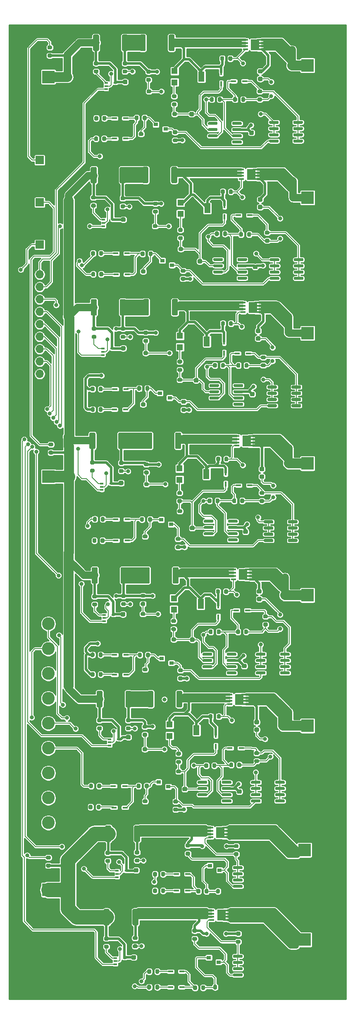
<source format=gtl>
G04 #@! TF.GenerationSoftware,KiCad,Pcbnew,(5.1.8-0-10_14)*
G04 #@! TF.CreationDate,2020-12-13T09:55:25+09:00*
G04 #@! TF.ProjectId,rsp02_LoadSW_OCP_Circuit_v1_2,72737030-325f-44c6-9f61-6453575f4f43,v1.2*
G04 #@! TF.SameCoordinates,Original*
G04 #@! TF.FileFunction,Copper,L1,Top*
G04 #@! TF.FilePolarity,Positive*
%FSLAX46Y46*%
G04 Gerber Fmt 4.6, Leading zero omitted, Abs format (unit mm)*
G04 Created by KiCad (PCBNEW (5.1.8-0-10_14)) date 2020-12-13 09:55:25*
%MOMM*%
%LPD*%
G01*
G04 APERTURE LIST*
G04 #@! TA.AperFunction,ComponentPad*
%ADD10C,3.500000*%
G04 #@! TD*
G04 #@! TA.AperFunction,ComponentPad*
%ADD11O,1.700000X1.700000*%
G04 #@! TD*
G04 #@! TA.AperFunction,ComponentPad*
%ADD12R,1.700000X1.700000*%
G04 #@! TD*
G04 #@! TA.AperFunction,SMDPad,CuDef*
%ADD13R,1.725000X2.235000*%
G04 #@! TD*
G04 #@! TA.AperFunction,SMDPad,CuDef*
%ADD14R,0.990000X0.405000*%
G04 #@! TD*
G04 #@! TA.AperFunction,SMDPad,CuDef*
%ADD15R,1.300000X1.300000*%
G04 #@! TD*
G04 #@! TA.AperFunction,SMDPad,CuDef*
%ADD16R,1.300000X2.000000*%
G04 #@! TD*
G04 #@! TA.AperFunction,SMDPad,CuDef*
%ADD17R,0.900000X0.800000*%
G04 #@! TD*
G04 #@! TA.AperFunction,SMDPad,CuDef*
%ADD18R,1.099999X0.460000*%
G04 #@! TD*
G04 #@! TA.AperFunction,SMDPad,CuDef*
%ADD19R,0.460000X1.099999*%
G04 #@! TD*
G04 #@! TA.AperFunction,SMDPad,CuDef*
%ADD20R,0.650000X0.400000*%
G04 #@! TD*
G04 #@! TA.AperFunction,ComponentPad*
%ADD21C,2.600000*%
G04 #@! TD*
G04 #@! TA.AperFunction,ComponentPad*
%ADD22R,2.600000X2.600000*%
G04 #@! TD*
G04 #@! TA.AperFunction,ViaPad*
%ADD23C,0.800000*%
G04 #@! TD*
G04 #@! TA.AperFunction,Conductor*
%ADD24C,0.500000*%
G04 #@! TD*
G04 #@! TA.AperFunction,Conductor*
%ADD25C,1.500000*%
G04 #@! TD*
G04 #@! TA.AperFunction,Conductor*
%ADD26C,1.200000*%
G04 #@! TD*
G04 #@! TA.AperFunction,Conductor*
%ADD27C,0.200000*%
G04 #@! TD*
G04 #@! TA.AperFunction,Conductor*
%ADD28C,2.000000*%
G04 #@! TD*
G04 #@! TA.AperFunction,Conductor*
%ADD29C,0.800000*%
G04 #@! TD*
G04 #@! TA.AperFunction,Conductor*
%ADD30C,3.000000*%
G04 #@! TD*
G04 #@! TA.AperFunction,Conductor*
%ADD31C,2.400000*%
G04 #@! TD*
G04 #@! TA.AperFunction,Conductor*
%ADD32C,1.000000*%
G04 #@! TD*
G04 #@! TA.AperFunction,Conductor*
%ADD33C,0.400000*%
G04 #@! TD*
G04 #@! TA.AperFunction,Conductor*
%ADD34C,0.254000*%
G04 #@! TD*
G04 #@! TA.AperFunction,Conductor*
%ADD35C,0.100000*%
G04 #@! TD*
G04 APERTURE END LIST*
D10*
X62600000Y-225100000D03*
X124000000Y-226000000D03*
X124000000Y-47000000D03*
X62900000Y-32900000D03*
D11*
X66750000Y-81498000D03*
X66750000Y-84038000D03*
X66750000Y-86578000D03*
X66750000Y-89118000D03*
X66750000Y-91658000D03*
X66750000Y-94198000D03*
X66750000Y-96738000D03*
X66750000Y-99278000D03*
X66750000Y-101818000D03*
D12*
X66750000Y-104358000D03*
D13*
X107657500Y-168300000D03*
D14*
X108535000Y-167310000D03*
X108535000Y-167970000D03*
X108535000Y-168630000D03*
X108535000Y-169290000D03*
X105665000Y-169290000D03*
X105665000Y-168630000D03*
X105665000Y-167970000D03*
X105665000Y-167310000D03*
D11*
X66750000Y-72875332D03*
D12*
X66750000Y-75415332D03*
D11*
X66750000Y-64232666D03*
D12*
X66750000Y-66772666D03*
D11*
X66750000Y-55590000D03*
D12*
X66750000Y-58130000D03*
D15*
X95400000Y-123425000D03*
D16*
X100900000Y-122275000D03*
D15*
X95400000Y-121125000D03*
X95480000Y-96332000D03*
D16*
X100980000Y-95182000D03*
D15*
X95480000Y-94032000D03*
G04 #@! TA.AperFunction,SMDPad,CuDef*
G36*
G01*
X103025000Y-99800000D02*
X103025000Y-100350000D01*
G75*
G02*
X102825000Y-100550000I-200000J0D01*
G01*
X102425000Y-100550000D01*
G75*
G02*
X102225000Y-100350000I0J200000D01*
G01*
X102225000Y-99800000D01*
G75*
G02*
X102425000Y-99600000I200000J0D01*
G01*
X102825000Y-99600000D01*
G75*
G02*
X103025000Y-99800000I0J-200000D01*
G01*
G37*
G04 #@! TD.AperFunction*
G04 #@! TA.AperFunction,SMDPad,CuDef*
G36*
G01*
X104675000Y-99800000D02*
X104675000Y-100350000D01*
G75*
G02*
X104475000Y-100550000I-200000J0D01*
G01*
X104075000Y-100550000D01*
G75*
G02*
X103875000Y-100350000I0J200000D01*
G01*
X103875000Y-99800000D01*
G75*
G02*
X104075000Y-99600000I200000J0D01*
G01*
X104475000Y-99600000D01*
G75*
G02*
X104675000Y-99800000I0J-200000D01*
G01*
G37*
G04 #@! TD.AperFunction*
G04 #@! TA.AperFunction,SMDPad,CuDef*
G36*
G01*
X77985000Y-104627000D02*
X77985000Y-105177000D01*
G75*
G02*
X77785000Y-105377000I-200000J0D01*
G01*
X77385000Y-105377000D01*
G75*
G02*
X77185000Y-105177000I0J200000D01*
G01*
X77185000Y-104627000D01*
G75*
G02*
X77385000Y-104427000I200000J0D01*
G01*
X77785000Y-104427000D01*
G75*
G02*
X77985000Y-104627000I0J-200000D01*
G01*
G37*
G04 #@! TD.AperFunction*
G04 #@! TA.AperFunction,SMDPad,CuDef*
G36*
G01*
X79635000Y-104627000D02*
X79635000Y-105177000D01*
G75*
G02*
X79435000Y-105377000I-200000J0D01*
G01*
X79035000Y-105377000D01*
G75*
G02*
X78835000Y-105177000I0J200000D01*
G01*
X78835000Y-104627000D01*
G75*
G02*
X79035000Y-104427000I200000J0D01*
G01*
X79435000Y-104427000D01*
G75*
G02*
X79635000Y-104627000I0J-200000D01*
G01*
G37*
G04 #@! TD.AperFunction*
G04 #@! TA.AperFunction,SMDPad,CuDef*
G36*
G01*
X78100000Y-81175000D02*
X78100000Y-81725000D01*
G75*
G02*
X77900000Y-81925000I-200000J0D01*
G01*
X77500000Y-81925000D01*
G75*
G02*
X77300000Y-81725000I0J200000D01*
G01*
X77300000Y-81175000D01*
G75*
G02*
X77500000Y-80975000I200000J0D01*
G01*
X77900000Y-80975000D01*
G75*
G02*
X78100000Y-81175000I0J-200000D01*
G01*
G37*
G04 #@! TD.AperFunction*
G04 #@! TA.AperFunction,SMDPad,CuDef*
G36*
G01*
X79750000Y-81175000D02*
X79750000Y-81725000D01*
G75*
G02*
X79550000Y-81925000I-200000J0D01*
G01*
X79150000Y-81925000D01*
G75*
G02*
X78950000Y-81725000I0J200000D01*
G01*
X78950000Y-81175000D01*
G75*
G02*
X79150000Y-80975000I200000J0D01*
G01*
X79550000Y-80975000D01*
G75*
G02*
X79750000Y-81175000I0J-200000D01*
G01*
G37*
G04 #@! TD.AperFunction*
G04 #@! TA.AperFunction,SMDPad,CuDef*
G36*
G01*
X78075000Y-76900000D02*
X78075000Y-77450000D01*
G75*
G02*
X77875000Y-77650000I-200000J0D01*
G01*
X77475000Y-77650000D01*
G75*
G02*
X77275000Y-77450000I0J200000D01*
G01*
X77275000Y-76900000D01*
G75*
G02*
X77475000Y-76700000I200000J0D01*
G01*
X77875000Y-76700000D01*
G75*
G02*
X78075000Y-76900000I0J-200000D01*
G01*
G37*
G04 #@! TD.AperFunction*
G04 #@! TA.AperFunction,SMDPad,CuDef*
G36*
G01*
X79725000Y-76900000D02*
X79725000Y-77450000D01*
G75*
G02*
X79525000Y-77650000I-200000J0D01*
G01*
X79125000Y-77650000D01*
G75*
G02*
X78925000Y-77450000I0J200000D01*
G01*
X78925000Y-76900000D01*
G75*
G02*
X79125000Y-76700000I200000J0D01*
G01*
X79525000Y-76700000D01*
G75*
G02*
X79725000Y-76900000I0J-200000D01*
G01*
G37*
G04 #@! TD.AperFunction*
G04 #@! TA.AperFunction,SMDPad,CuDef*
G36*
G01*
X78745000Y-49287000D02*
X78745000Y-49837000D01*
G75*
G02*
X78545000Y-50037000I-200000J0D01*
G01*
X78145000Y-50037000D01*
G75*
G02*
X77945000Y-49837000I0J200000D01*
G01*
X77945000Y-49287000D01*
G75*
G02*
X78145000Y-49087000I200000J0D01*
G01*
X78545000Y-49087000D01*
G75*
G02*
X78745000Y-49287000I0J-200000D01*
G01*
G37*
G04 #@! TD.AperFunction*
G04 #@! TA.AperFunction,SMDPad,CuDef*
G36*
G01*
X80395000Y-49287000D02*
X80395000Y-49837000D01*
G75*
G02*
X80195000Y-50037000I-200000J0D01*
G01*
X79795000Y-50037000D01*
G75*
G02*
X79595000Y-49837000I0J200000D01*
G01*
X79595000Y-49287000D01*
G75*
G02*
X79795000Y-49087000I200000J0D01*
G01*
X80195000Y-49087000D01*
G75*
G02*
X80395000Y-49287000I0J-200000D01*
G01*
G37*
G04 #@! TD.AperFunction*
G04 #@! TA.AperFunction,SMDPad,CuDef*
G36*
G01*
X78705000Y-53477000D02*
X78705000Y-54027000D01*
G75*
G02*
X78505000Y-54227000I-200000J0D01*
G01*
X78105000Y-54227000D01*
G75*
G02*
X77905000Y-54027000I0J200000D01*
G01*
X77905000Y-53477000D01*
G75*
G02*
X78105000Y-53277000I200000J0D01*
G01*
X78505000Y-53277000D01*
G75*
G02*
X78705000Y-53477000I0J-200000D01*
G01*
G37*
G04 #@! TD.AperFunction*
G04 #@! TA.AperFunction,SMDPad,CuDef*
G36*
G01*
X80355000Y-53477000D02*
X80355000Y-54027000D01*
G75*
G02*
X80155000Y-54227000I-200000J0D01*
G01*
X79755000Y-54227000D01*
G75*
G02*
X79555000Y-54027000I0J200000D01*
G01*
X79555000Y-53477000D01*
G75*
G02*
X79755000Y-53277000I200000J0D01*
G01*
X80155000Y-53277000D01*
G75*
G02*
X80355000Y-53477000I0J-200000D01*
G01*
G37*
G04 #@! TD.AperFunction*
G04 #@! TA.AperFunction,SMDPad,CuDef*
G36*
G01*
X68803000Y-201024000D02*
X68253000Y-201024000D01*
G75*
G02*
X68053000Y-200824000I0J200000D01*
G01*
X68053000Y-200424000D01*
G75*
G02*
X68253000Y-200224000I200000J0D01*
G01*
X68803000Y-200224000D01*
G75*
G02*
X69003000Y-200424000I0J-200000D01*
G01*
X69003000Y-200824000D01*
G75*
G02*
X68803000Y-201024000I-200000J0D01*
G01*
G37*
G04 #@! TD.AperFunction*
G04 #@! TA.AperFunction,SMDPad,CuDef*
G36*
G01*
X68803000Y-202674000D02*
X68253000Y-202674000D01*
G75*
G02*
X68053000Y-202474000I0J200000D01*
G01*
X68053000Y-202074000D01*
G75*
G02*
X68253000Y-201874000I200000J0D01*
G01*
X68803000Y-201874000D01*
G75*
G02*
X69003000Y-202074000I0J-200000D01*
G01*
X69003000Y-202474000D01*
G75*
G02*
X68803000Y-202674000I-200000J0D01*
G01*
G37*
G04 #@! TD.AperFunction*
G04 #@! TA.AperFunction,SMDPad,CuDef*
G36*
G01*
X69311000Y-116633000D02*
X68761000Y-116633000D01*
G75*
G02*
X68561000Y-116433000I0J200000D01*
G01*
X68561000Y-116033000D01*
G75*
G02*
X68761000Y-115833000I200000J0D01*
G01*
X69311000Y-115833000D01*
G75*
G02*
X69511000Y-116033000I0J-200000D01*
G01*
X69511000Y-116433000D01*
G75*
G02*
X69311000Y-116633000I-200000J0D01*
G01*
G37*
G04 #@! TD.AperFunction*
G04 #@! TA.AperFunction,SMDPad,CuDef*
G36*
G01*
X69311000Y-118283000D02*
X68761000Y-118283000D01*
G75*
G02*
X68561000Y-118083000I0J200000D01*
G01*
X68561000Y-117683000D01*
G75*
G02*
X68761000Y-117483000I200000J0D01*
G01*
X69311000Y-117483000D01*
G75*
G02*
X69511000Y-117683000I0J-200000D01*
G01*
X69511000Y-118083000D01*
G75*
G02*
X69311000Y-118283000I-200000J0D01*
G01*
G37*
G04 #@! TD.AperFunction*
G04 #@! TA.AperFunction,SMDPad,CuDef*
G36*
G01*
X69075000Y-35527000D02*
X68525000Y-35527000D01*
G75*
G02*
X68325000Y-35327000I0J200000D01*
G01*
X68325000Y-34927000D01*
G75*
G02*
X68525000Y-34727000I200000J0D01*
G01*
X69075000Y-34727000D01*
G75*
G02*
X69275000Y-34927000I0J-200000D01*
G01*
X69275000Y-35327000D01*
G75*
G02*
X69075000Y-35527000I-200000J0D01*
G01*
G37*
G04 #@! TD.AperFunction*
G04 #@! TA.AperFunction,SMDPad,CuDef*
G36*
G01*
X69075000Y-37177000D02*
X68525000Y-37177000D01*
G75*
G02*
X68325000Y-36977000I0J200000D01*
G01*
X68325000Y-36577000D01*
G75*
G02*
X68525000Y-36377000I200000J0D01*
G01*
X69075000Y-36377000D01*
G75*
G02*
X69275000Y-36577000I0J-200000D01*
G01*
X69275000Y-36977000D01*
G75*
G02*
X69075000Y-37177000I-200000J0D01*
G01*
G37*
G04 #@! TD.AperFunction*
D17*
X93375000Y-106700000D03*
X91375000Y-107650000D03*
X91375000Y-105750000D03*
G04 #@! TA.AperFunction,SMDPad,CuDef*
G36*
G01*
X118340000Y-104647000D02*
X118340000Y-104347000D01*
G75*
G02*
X118490000Y-104197000I150000J0D01*
G01*
X120140000Y-104197000D01*
G75*
G02*
X120290000Y-104347000I0J-150000D01*
G01*
X120290000Y-104647000D01*
G75*
G02*
X120140000Y-104797000I-150000J0D01*
G01*
X118490000Y-104797000D01*
G75*
G02*
X118340000Y-104647000I0J150000D01*
G01*
G37*
G04 #@! TD.AperFunction*
G04 #@! TA.AperFunction,SMDPad,CuDef*
G36*
G01*
X118340000Y-105917000D02*
X118340000Y-105617000D01*
G75*
G02*
X118490000Y-105467000I150000J0D01*
G01*
X120140000Y-105467000D01*
G75*
G02*
X120290000Y-105617000I0J-150000D01*
G01*
X120290000Y-105917000D01*
G75*
G02*
X120140000Y-106067000I-150000J0D01*
G01*
X118490000Y-106067000D01*
G75*
G02*
X118340000Y-105917000I0J150000D01*
G01*
G37*
G04 #@! TD.AperFunction*
G04 #@! TA.AperFunction,SMDPad,CuDef*
G36*
G01*
X118340000Y-107187000D02*
X118340000Y-106887000D01*
G75*
G02*
X118490000Y-106737000I150000J0D01*
G01*
X120140000Y-106737000D01*
G75*
G02*
X120290000Y-106887000I0J-150000D01*
G01*
X120290000Y-107187000D01*
G75*
G02*
X120140000Y-107337000I-150000J0D01*
G01*
X118490000Y-107337000D01*
G75*
G02*
X118340000Y-107187000I0J150000D01*
G01*
G37*
G04 #@! TD.AperFunction*
G04 #@! TA.AperFunction,SMDPad,CuDef*
G36*
G01*
X118340000Y-108457000D02*
X118340000Y-108157000D01*
G75*
G02*
X118490000Y-108007000I150000J0D01*
G01*
X120140000Y-108007000D01*
G75*
G02*
X120290000Y-108157000I0J-150000D01*
G01*
X120290000Y-108457000D01*
G75*
G02*
X120140000Y-108607000I-150000J0D01*
G01*
X118490000Y-108607000D01*
G75*
G02*
X118340000Y-108457000I0J150000D01*
G01*
G37*
G04 #@! TD.AperFunction*
G04 #@! TA.AperFunction,SMDPad,CuDef*
G36*
G01*
X113390000Y-108457000D02*
X113390000Y-108157000D01*
G75*
G02*
X113540000Y-108007000I150000J0D01*
G01*
X115190000Y-108007000D01*
G75*
G02*
X115340000Y-108157000I0J-150000D01*
G01*
X115340000Y-108457000D01*
G75*
G02*
X115190000Y-108607000I-150000J0D01*
G01*
X113540000Y-108607000D01*
G75*
G02*
X113390000Y-108457000I0J150000D01*
G01*
G37*
G04 #@! TD.AperFunction*
G04 #@! TA.AperFunction,SMDPad,CuDef*
G36*
G01*
X113390000Y-107187000D02*
X113390000Y-106887000D01*
G75*
G02*
X113540000Y-106737000I150000J0D01*
G01*
X115190000Y-106737000D01*
G75*
G02*
X115340000Y-106887000I0J-150000D01*
G01*
X115340000Y-107187000D01*
G75*
G02*
X115190000Y-107337000I-150000J0D01*
G01*
X113540000Y-107337000D01*
G75*
G02*
X113390000Y-107187000I0J150000D01*
G01*
G37*
G04 #@! TD.AperFunction*
G04 #@! TA.AperFunction,SMDPad,CuDef*
G36*
G01*
X113390000Y-105917000D02*
X113390000Y-105617000D01*
G75*
G02*
X113540000Y-105467000I150000J0D01*
G01*
X115190000Y-105467000D01*
G75*
G02*
X115340000Y-105617000I0J-150000D01*
G01*
X115340000Y-105917000D01*
G75*
G02*
X115190000Y-106067000I-150000J0D01*
G01*
X113540000Y-106067000D01*
G75*
G02*
X113390000Y-105917000I0J150000D01*
G01*
G37*
G04 #@! TD.AperFunction*
G04 #@! TA.AperFunction,SMDPad,CuDef*
G36*
G01*
X113390000Y-104647000D02*
X113390000Y-104347000D01*
G75*
G02*
X113540000Y-104197000I150000J0D01*
G01*
X115190000Y-104197000D01*
G75*
G02*
X115340000Y-104347000I0J-150000D01*
G01*
X115340000Y-104647000D01*
G75*
G02*
X115190000Y-104797000I-150000J0D01*
G01*
X113540000Y-104797000D01*
G75*
G02*
X113390000Y-104647000I0J150000D01*
G01*
G37*
G04 #@! TD.AperFunction*
D13*
X110427500Y-88212000D03*
D14*
X111305000Y-87222000D03*
X111305000Y-87882000D03*
X111305000Y-88542000D03*
X111305000Y-89202000D03*
X108435000Y-89202000D03*
X108435000Y-88542000D03*
X108435000Y-87882000D03*
X108435000Y-87222000D03*
D18*
X82050000Y-109075000D03*
X84350000Y-109075000D03*
X82180000Y-104902000D03*
X84480000Y-104902000D03*
X107240000Y-97622000D03*
X109540000Y-97622000D03*
D19*
X104530000Y-97592000D03*
X104530000Y-95292000D03*
G04 #@! TA.AperFunction,SMDPad,CuDef*
G36*
G01*
X111250000Y-94125000D02*
X111750000Y-94125000D01*
G75*
G02*
X111975000Y-94350000I0J-225000D01*
G01*
X111975000Y-94800000D01*
G75*
G02*
X111750000Y-95025000I-225000J0D01*
G01*
X111250000Y-95025000D01*
G75*
G02*
X111025000Y-94800000I0J225000D01*
G01*
X111025000Y-94350000D01*
G75*
G02*
X111250000Y-94125000I225000J0D01*
G01*
G37*
G04 #@! TD.AperFunction*
G04 #@! TA.AperFunction,SMDPad,CuDef*
G36*
G01*
X111250000Y-92575000D02*
X111750000Y-92575000D01*
G75*
G02*
X111975000Y-92800000I0J-225000D01*
G01*
X111975000Y-93250000D01*
G75*
G02*
X111750000Y-93475000I-225000J0D01*
G01*
X111250000Y-93475000D01*
G75*
G02*
X111025000Y-93250000I0J225000D01*
G01*
X111025000Y-92800000D01*
G75*
G02*
X111250000Y-92575000I225000J0D01*
G01*
G37*
G04 #@! TD.AperFunction*
G04 #@! TA.AperFunction,SMDPad,CuDef*
G36*
G01*
X110030000Y-107027000D02*
X110530000Y-107027000D01*
G75*
G02*
X110755000Y-107252000I0J-225000D01*
G01*
X110755000Y-107702000D01*
G75*
G02*
X110530000Y-107927000I-225000J0D01*
G01*
X110030000Y-107927000D01*
G75*
G02*
X109805000Y-107702000I0J225000D01*
G01*
X109805000Y-107252000D01*
G75*
G02*
X110030000Y-107027000I225000J0D01*
G01*
G37*
G04 #@! TD.AperFunction*
G04 #@! TA.AperFunction,SMDPad,CuDef*
G36*
G01*
X110030000Y-105477000D02*
X110530000Y-105477000D01*
G75*
G02*
X110755000Y-105702000I0J-225000D01*
G01*
X110755000Y-106152000D01*
G75*
G02*
X110530000Y-106377000I-225000J0D01*
G01*
X110030000Y-106377000D01*
G75*
G02*
X109805000Y-106152000I0J225000D01*
G01*
X109805000Y-105702000D01*
G75*
G02*
X110030000Y-105477000I225000J0D01*
G01*
G37*
G04 #@! TD.AperFunction*
G04 #@! TA.AperFunction,SMDPad,CuDef*
G36*
G01*
X98550000Y-104225000D02*
X99050000Y-104225000D01*
G75*
G02*
X99275000Y-104450000I0J-225000D01*
G01*
X99275000Y-104900000D01*
G75*
G02*
X99050000Y-105125000I-225000J0D01*
G01*
X98550000Y-105125000D01*
G75*
G02*
X98325000Y-104900000I0J225000D01*
G01*
X98325000Y-104450000D01*
G75*
G02*
X98550000Y-104225000I225000J0D01*
G01*
G37*
G04 #@! TD.AperFunction*
G04 #@! TA.AperFunction,SMDPad,CuDef*
G36*
G01*
X98550000Y-102675000D02*
X99050000Y-102675000D01*
G75*
G02*
X99275000Y-102900000I0J-225000D01*
G01*
X99275000Y-103350000D01*
G75*
G02*
X99050000Y-103575000I-225000J0D01*
G01*
X98550000Y-103575000D01*
G75*
G02*
X98325000Y-103350000I0J225000D01*
G01*
X98325000Y-102900000D01*
G75*
G02*
X98550000Y-102675000I225000J0D01*
G01*
G37*
G04 #@! TD.AperFunction*
G04 #@! TA.AperFunction,SMDPad,CuDef*
G36*
G01*
X97742000Y-132851000D02*
X98242000Y-132851000D01*
G75*
G02*
X98467000Y-133076000I0J-225000D01*
G01*
X98467000Y-133526000D01*
G75*
G02*
X98242000Y-133751000I-225000J0D01*
G01*
X97742000Y-133751000D01*
G75*
G02*
X97517000Y-133526000I0J225000D01*
G01*
X97517000Y-133076000D01*
G75*
G02*
X97742000Y-132851000I225000J0D01*
G01*
G37*
G04 #@! TD.AperFunction*
G04 #@! TA.AperFunction,SMDPad,CuDef*
G36*
G01*
X97742000Y-134401000D02*
X98242000Y-134401000D01*
G75*
G02*
X98467000Y-134626000I0J-225000D01*
G01*
X98467000Y-135076000D01*
G75*
G02*
X98242000Y-135301000I-225000J0D01*
G01*
X97742000Y-135301000D01*
G75*
G02*
X97517000Y-135076000I0J225000D01*
G01*
X97517000Y-134626000D01*
G75*
G02*
X97742000Y-134401000I225000J0D01*
G01*
G37*
G04 #@! TD.AperFunction*
G04 #@! TA.AperFunction,SMDPad,CuDef*
G36*
G01*
X108664000Y-135163000D02*
X109164000Y-135163000D01*
G75*
G02*
X109389000Y-135388000I0J-225000D01*
G01*
X109389000Y-135838000D01*
G75*
G02*
X109164000Y-136063000I-225000J0D01*
G01*
X108664000Y-136063000D01*
G75*
G02*
X108439000Y-135838000I0J225000D01*
G01*
X108439000Y-135388000D01*
G75*
G02*
X108664000Y-135163000I225000J0D01*
G01*
G37*
G04 #@! TD.AperFunction*
G04 #@! TA.AperFunction,SMDPad,CuDef*
G36*
G01*
X108664000Y-133613000D02*
X109164000Y-133613000D01*
G75*
G02*
X109389000Y-133838000I0J-225000D01*
G01*
X109389000Y-134288000D01*
G75*
G02*
X109164000Y-134513000I-225000J0D01*
G01*
X108664000Y-134513000D01*
G75*
G02*
X108439000Y-134288000I0J225000D01*
G01*
X108439000Y-133838000D01*
G75*
G02*
X108664000Y-133613000I225000J0D01*
G01*
G37*
G04 #@! TD.AperFunction*
G04 #@! TA.AperFunction,SMDPad,CuDef*
G36*
G01*
X112025000Y-120800000D02*
X112525000Y-120800000D01*
G75*
G02*
X112750000Y-121025000I0J-225000D01*
G01*
X112750000Y-121475000D01*
G75*
G02*
X112525000Y-121700000I-225000J0D01*
G01*
X112025000Y-121700000D01*
G75*
G02*
X111800000Y-121475000I0J225000D01*
G01*
X111800000Y-121025000D01*
G75*
G02*
X112025000Y-120800000I225000J0D01*
G01*
G37*
G04 #@! TD.AperFunction*
G04 #@! TA.AperFunction,SMDPad,CuDef*
G36*
G01*
X112025000Y-122350000D02*
X112525000Y-122350000D01*
G75*
G02*
X112750000Y-122575000I0J-225000D01*
G01*
X112750000Y-123025000D01*
G75*
G02*
X112525000Y-123250000I-225000J0D01*
G01*
X112025000Y-123250000D01*
G75*
G02*
X111800000Y-123025000I0J225000D01*
G01*
X111800000Y-122575000D01*
G75*
G02*
X112025000Y-122350000I225000J0D01*
G01*
G37*
G04 #@! TD.AperFunction*
G04 #@! TA.AperFunction,SMDPad,CuDef*
G36*
G01*
X97750000Y-157225000D02*
X98250000Y-157225000D01*
G75*
G02*
X98475000Y-157450000I0J-225000D01*
G01*
X98475000Y-157900000D01*
G75*
G02*
X98250000Y-158125000I-225000J0D01*
G01*
X97750000Y-158125000D01*
G75*
G02*
X97525000Y-157900000I0J225000D01*
G01*
X97525000Y-157450000D01*
G75*
G02*
X97750000Y-157225000I225000J0D01*
G01*
G37*
G04 #@! TD.AperFunction*
G04 #@! TA.AperFunction,SMDPad,CuDef*
G36*
G01*
X97750000Y-155675000D02*
X98250000Y-155675000D01*
G75*
G02*
X98475000Y-155900000I0J-225000D01*
G01*
X98475000Y-156350000D01*
G75*
G02*
X98250000Y-156575000I-225000J0D01*
G01*
X97750000Y-156575000D01*
G75*
G02*
X97525000Y-156350000I0J225000D01*
G01*
X97525000Y-155900000D01*
G75*
G02*
X97750000Y-155675000I225000J0D01*
G01*
G37*
G04 #@! TD.AperFunction*
G04 #@! TA.AperFunction,SMDPad,CuDef*
G36*
G01*
X108410000Y-161045000D02*
X108910000Y-161045000D01*
G75*
G02*
X109135000Y-161270000I0J-225000D01*
G01*
X109135000Y-161720000D01*
G75*
G02*
X108910000Y-161945000I-225000J0D01*
G01*
X108410000Y-161945000D01*
G75*
G02*
X108185000Y-161720000I0J225000D01*
G01*
X108185000Y-161270000D01*
G75*
G02*
X108410000Y-161045000I225000J0D01*
G01*
G37*
G04 #@! TD.AperFunction*
G04 #@! TA.AperFunction,SMDPad,CuDef*
G36*
G01*
X108410000Y-162595000D02*
X108910000Y-162595000D01*
G75*
G02*
X109135000Y-162820000I0J-225000D01*
G01*
X109135000Y-163270000D01*
G75*
G02*
X108910000Y-163495000I-225000J0D01*
G01*
X108410000Y-163495000D01*
G75*
G02*
X108185000Y-163270000I0J225000D01*
G01*
X108185000Y-162820000D01*
G75*
G02*
X108410000Y-162595000I225000J0D01*
G01*
G37*
G04 #@! TD.AperFunction*
G04 #@! TA.AperFunction,SMDPad,CuDef*
G36*
G01*
X111458000Y-147355000D02*
X111958000Y-147355000D01*
G75*
G02*
X112183000Y-147580000I0J-225000D01*
G01*
X112183000Y-148030000D01*
G75*
G02*
X111958000Y-148255000I-225000J0D01*
G01*
X111458000Y-148255000D01*
G75*
G02*
X111233000Y-148030000I0J225000D01*
G01*
X111233000Y-147580000D01*
G75*
G02*
X111458000Y-147355000I225000J0D01*
G01*
G37*
G04 #@! TD.AperFunction*
G04 #@! TA.AperFunction,SMDPad,CuDef*
G36*
G01*
X111458000Y-145805000D02*
X111958000Y-145805000D01*
G75*
G02*
X112183000Y-146030000I0J-225000D01*
G01*
X112183000Y-146480000D01*
G75*
G02*
X111958000Y-146705000I-225000J0D01*
G01*
X111458000Y-146705000D01*
G75*
G02*
X111233000Y-146480000I0J225000D01*
G01*
X111233000Y-146030000D01*
G75*
G02*
X111458000Y-145805000I225000J0D01*
G01*
G37*
G04 #@! TD.AperFunction*
G04 #@! TA.AperFunction,SMDPad,CuDef*
G36*
G01*
X96218000Y-186191000D02*
X96718000Y-186191000D01*
G75*
G02*
X96943000Y-186416000I0J-225000D01*
G01*
X96943000Y-186866000D01*
G75*
G02*
X96718000Y-187091000I-225000J0D01*
G01*
X96218000Y-187091000D01*
G75*
G02*
X95993000Y-186866000I0J225000D01*
G01*
X95993000Y-186416000D01*
G75*
G02*
X96218000Y-186191000I225000J0D01*
G01*
G37*
G04 #@! TD.AperFunction*
G04 #@! TA.AperFunction,SMDPad,CuDef*
G36*
G01*
X96218000Y-187741000D02*
X96718000Y-187741000D01*
G75*
G02*
X96943000Y-187966000I0J-225000D01*
G01*
X96943000Y-188416000D01*
G75*
G02*
X96718000Y-188641000I-225000J0D01*
G01*
X96218000Y-188641000D01*
G75*
G02*
X95993000Y-188416000I0J225000D01*
G01*
X95993000Y-187966000D01*
G75*
G02*
X96218000Y-187741000I225000J0D01*
G01*
G37*
G04 #@! TD.AperFunction*
G04 #@! TA.AperFunction,SMDPad,CuDef*
G36*
G01*
X107394000Y-186699000D02*
X107894000Y-186699000D01*
G75*
G02*
X108119000Y-186924000I0J-225000D01*
G01*
X108119000Y-187374000D01*
G75*
G02*
X107894000Y-187599000I-225000J0D01*
G01*
X107394000Y-187599000D01*
G75*
G02*
X107169000Y-187374000I0J225000D01*
G01*
X107169000Y-186924000D01*
G75*
G02*
X107394000Y-186699000I225000J0D01*
G01*
G37*
G04 #@! TD.AperFunction*
G04 #@! TA.AperFunction,SMDPad,CuDef*
G36*
G01*
X107394000Y-188249000D02*
X107894000Y-188249000D01*
G75*
G02*
X108119000Y-188474000I0J-225000D01*
G01*
X108119000Y-188924000D01*
G75*
G02*
X107894000Y-189149000I-225000J0D01*
G01*
X107394000Y-189149000D01*
G75*
G02*
X107169000Y-188924000I0J225000D01*
G01*
X107169000Y-188474000D01*
G75*
G02*
X107394000Y-188249000I225000J0D01*
G01*
G37*
G04 #@! TD.AperFunction*
G04 #@! TA.AperFunction,SMDPad,CuDef*
G36*
G01*
X110950000Y-174050000D02*
X111450000Y-174050000D01*
G75*
G02*
X111675000Y-174275000I0J-225000D01*
G01*
X111675000Y-174725000D01*
G75*
G02*
X111450000Y-174950000I-225000J0D01*
G01*
X110950000Y-174950000D01*
G75*
G02*
X110725000Y-174725000I0J225000D01*
G01*
X110725000Y-174275000D01*
G75*
G02*
X110950000Y-174050000I225000J0D01*
G01*
G37*
G04 #@! TD.AperFunction*
G04 #@! TA.AperFunction,SMDPad,CuDef*
G36*
G01*
X110950000Y-172500000D02*
X111450000Y-172500000D01*
G75*
G02*
X111675000Y-172725000I0J-225000D01*
G01*
X111675000Y-173175000D01*
G75*
G02*
X111450000Y-173400000I-225000J0D01*
G01*
X110950000Y-173400000D01*
G75*
G02*
X110725000Y-173175000I0J225000D01*
G01*
X110725000Y-172725000D01*
G75*
G02*
X110950000Y-172500000I225000J0D01*
G01*
G37*
G04 #@! TD.AperFunction*
G04 #@! TA.AperFunction,SMDPad,CuDef*
G36*
G01*
X97630000Y-49827000D02*
X98130000Y-49827000D01*
G75*
G02*
X98355000Y-50052000I0J-225000D01*
G01*
X98355000Y-50502000D01*
G75*
G02*
X98130000Y-50727000I-225000J0D01*
G01*
X97630000Y-50727000D01*
G75*
G02*
X97405000Y-50502000I0J225000D01*
G01*
X97405000Y-50052000D01*
G75*
G02*
X97630000Y-49827000I225000J0D01*
G01*
G37*
G04 #@! TD.AperFunction*
G04 #@! TA.AperFunction,SMDPad,CuDef*
G36*
G01*
X97630000Y-48277000D02*
X98130000Y-48277000D01*
G75*
G02*
X98355000Y-48502000I0J-225000D01*
G01*
X98355000Y-48952000D01*
G75*
G02*
X98130000Y-49177000I-225000J0D01*
G01*
X97630000Y-49177000D01*
G75*
G02*
X97405000Y-48952000I0J225000D01*
G01*
X97405000Y-48502000D01*
G75*
G02*
X97630000Y-48277000I225000J0D01*
G01*
G37*
G04 #@! TD.AperFunction*
G04 #@! TA.AperFunction,SMDPad,CuDef*
G36*
G01*
X109880000Y-52087000D02*
X110380000Y-52087000D01*
G75*
G02*
X110605000Y-52312000I0J-225000D01*
G01*
X110605000Y-52762000D01*
G75*
G02*
X110380000Y-52987000I-225000J0D01*
G01*
X109880000Y-52987000D01*
G75*
G02*
X109655000Y-52762000I0J225000D01*
G01*
X109655000Y-52312000D01*
G75*
G02*
X109880000Y-52087000I225000J0D01*
G01*
G37*
G04 #@! TD.AperFunction*
G04 #@! TA.AperFunction,SMDPad,CuDef*
G36*
G01*
X109880000Y-53637000D02*
X110380000Y-53637000D01*
G75*
G02*
X110605000Y-53862000I0J-225000D01*
G01*
X110605000Y-54312000D01*
G75*
G02*
X110380000Y-54537000I-225000J0D01*
G01*
X109880000Y-54537000D01*
G75*
G02*
X109655000Y-54312000I0J225000D01*
G01*
X109655000Y-53862000D01*
G75*
G02*
X109880000Y-53637000I225000J0D01*
G01*
G37*
G04 #@! TD.AperFunction*
G04 #@! TA.AperFunction,SMDPad,CuDef*
G36*
G01*
X111690000Y-41087000D02*
X112190000Y-41087000D01*
G75*
G02*
X112415000Y-41312000I0J-225000D01*
G01*
X112415000Y-41762000D01*
G75*
G02*
X112190000Y-41987000I-225000J0D01*
G01*
X111690000Y-41987000D01*
G75*
G02*
X111465000Y-41762000I0J225000D01*
G01*
X111465000Y-41312000D01*
G75*
G02*
X111690000Y-41087000I225000J0D01*
G01*
G37*
G04 #@! TD.AperFunction*
G04 #@! TA.AperFunction,SMDPad,CuDef*
G36*
G01*
X111690000Y-39537000D02*
X112190000Y-39537000D01*
G75*
G02*
X112415000Y-39762000I0J-225000D01*
G01*
X112415000Y-40212000D01*
G75*
G02*
X112190000Y-40437000I-225000J0D01*
G01*
X111690000Y-40437000D01*
G75*
G02*
X111465000Y-40212000I0J225000D01*
G01*
X111465000Y-39762000D01*
G75*
G02*
X111690000Y-39537000I225000J0D01*
G01*
G37*
G04 #@! TD.AperFunction*
G04 #@! TA.AperFunction,SMDPad,CuDef*
G36*
G01*
X99320000Y-79907000D02*
X99820000Y-79907000D01*
G75*
G02*
X100045000Y-80132000I0J-225000D01*
G01*
X100045000Y-80582000D01*
G75*
G02*
X99820000Y-80807000I-225000J0D01*
G01*
X99320000Y-80807000D01*
G75*
G02*
X99095000Y-80582000I0J225000D01*
G01*
X99095000Y-80132000D01*
G75*
G02*
X99320000Y-79907000I225000J0D01*
G01*
G37*
G04 #@! TD.AperFunction*
G04 #@! TA.AperFunction,SMDPad,CuDef*
G36*
G01*
X99320000Y-78357000D02*
X99820000Y-78357000D01*
G75*
G02*
X100045000Y-78582000I0J-225000D01*
G01*
X100045000Y-79032000D01*
G75*
G02*
X99820000Y-79257000I-225000J0D01*
G01*
X99320000Y-79257000D01*
G75*
G02*
X99095000Y-79032000I0J225000D01*
G01*
X99095000Y-78582000D01*
G75*
G02*
X99320000Y-78357000I225000J0D01*
G01*
G37*
G04 #@! TD.AperFunction*
G04 #@! TA.AperFunction,SMDPad,CuDef*
G36*
G01*
X110660000Y-79507000D02*
X111160000Y-79507000D01*
G75*
G02*
X111385000Y-79732000I0J-225000D01*
G01*
X111385000Y-80182000D01*
G75*
G02*
X111160000Y-80407000I-225000J0D01*
G01*
X110660000Y-80407000D01*
G75*
G02*
X110435000Y-80182000I0J225000D01*
G01*
X110435000Y-79732000D01*
G75*
G02*
X110660000Y-79507000I225000J0D01*
G01*
G37*
G04 #@! TD.AperFunction*
G04 #@! TA.AperFunction,SMDPad,CuDef*
G36*
G01*
X110660000Y-81057000D02*
X111160000Y-81057000D01*
G75*
G02*
X111385000Y-81282000I0J-225000D01*
G01*
X111385000Y-81732000D01*
G75*
G02*
X111160000Y-81957000I-225000J0D01*
G01*
X110660000Y-81957000D01*
G75*
G02*
X110435000Y-81732000I0J225000D01*
G01*
X110435000Y-81282000D01*
G75*
G02*
X110660000Y-81057000I225000J0D01*
G01*
G37*
G04 #@! TD.AperFunction*
G04 #@! TA.AperFunction,SMDPad,CuDef*
G36*
G01*
X111650000Y-65727000D02*
X112150000Y-65727000D01*
G75*
G02*
X112375000Y-65952000I0J-225000D01*
G01*
X112375000Y-66402000D01*
G75*
G02*
X112150000Y-66627000I-225000J0D01*
G01*
X111650000Y-66627000D01*
G75*
G02*
X111425000Y-66402000I0J225000D01*
G01*
X111425000Y-65952000D01*
G75*
G02*
X111650000Y-65727000I225000J0D01*
G01*
G37*
G04 #@! TD.AperFunction*
G04 #@! TA.AperFunction,SMDPad,CuDef*
G36*
G01*
X111650000Y-67277000D02*
X112150000Y-67277000D01*
G75*
G02*
X112375000Y-67502000I0J-225000D01*
G01*
X112375000Y-67952000D01*
G75*
G02*
X112150000Y-68177000I-225000J0D01*
G01*
X111650000Y-68177000D01*
G75*
G02*
X111425000Y-67952000I0J225000D01*
G01*
X111425000Y-67502000D01*
G75*
G02*
X111650000Y-67277000I225000J0D01*
G01*
G37*
G04 #@! TD.AperFunction*
G04 #@! TA.AperFunction,SMDPad,CuDef*
G36*
G01*
X85750000Y-220575000D02*
X86250000Y-220575000D01*
G75*
G02*
X86475000Y-220800000I0J-225000D01*
G01*
X86475000Y-221250000D01*
G75*
G02*
X86250000Y-221475000I-225000J0D01*
G01*
X85750000Y-221475000D01*
G75*
G02*
X85525000Y-221250000I0J225000D01*
G01*
X85525000Y-220800000D01*
G75*
G02*
X85750000Y-220575000I225000J0D01*
G01*
G37*
G04 #@! TD.AperFunction*
G04 #@! TA.AperFunction,SMDPad,CuDef*
G36*
G01*
X85750000Y-222125000D02*
X86250000Y-222125000D01*
G75*
G02*
X86475000Y-222350000I0J-225000D01*
G01*
X86475000Y-222800000D01*
G75*
G02*
X86250000Y-223025000I-225000J0D01*
G01*
X85750000Y-223025000D01*
G75*
G02*
X85525000Y-222800000I0J225000D01*
G01*
X85525000Y-222350000D01*
G75*
G02*
X85750000Y-222125000I225000J0D01*
G01*
G37*
G04 #@! TD.AperFunction*
G04 #@! TA.AperFunction,SMDPad,CuDef*
G36*
G01*
X86234000Y-204317000D02*
X86734000Y-204317000D01*
G75*
G02*
X86959000Y-204542000I0J-225000D01*
G01*
X86959000Y-204992000D01*
G75*
G02*
X86734000Y-205217000I-225000J0D01*
G01*
X86234000Y-205217000D01*
G75*
G02*
X86009000Y-204992000I0J225000D01*
G01*
X86009000Y-204542000D01*
G75*
G02*
X86234000Y-204317000I225000J0D01*
G01*
G37*
G04 #@! TD.AperFunction*
G04 #@! TA.AperFunction,SMDPad,CuDef*
G36*
G01*
X86234000Y-202767000D02*
X86734000Y-202767000D01*
G75*
G02*
X86959000Y-202992000I0J-225000D01*
G01*
X86959000Y-203442000D01*
G75*
G02*
X86734000Y-203667000I-225000J0D01*
G01*
X86234000Y-203667000D01*
G75*
G02*
X86009000Y-203442000I0J225000D01*
G01*
X86009000Y-202992000D01*
G75*
G02*
X86234000Y-202767000I225000J0D01*
G01*
G37*
G04 #@! TD.AperFunction*
G04 #@! TA.AperFunction,SMDPad,CuDef*
G36*
G01*
X84650000Y-175575000D02*
X85150000Y-175575000D01*
G75*
G02*
X85375000Y-175800000I0J-225000D01*
G01*
X85375000Y-176250000D01*
G75*
G02*
X85150000Y-176475000I-225000J0D01*
G01*
X84650000Y-176475000D01*
G75*
G02*
X84425000Y-176250000I0J225000D01*
G01*
X84425000Y-175800000D01*
G75*
G02*
X84650000Y-175575000I225000J0D01*
G01*
G37*
G04 #@! TD.AperFunction*
G04 #@! TA.AperFunction,SMDPad,CuDef*
G36*
G01*
X84650000Y-177125000D02*
X85150000Y-177125000D01*
G75*
G02*
X85375000Y-177350000I0J-225000D01*
G01*
X85375000Y-177800000D01*
G75*
G02*
X85150000Y-178025000I-225000J0D01*
G01*
X84650000Y-178025000D01*
G75*
G02*
X84425000Y-177800000I0J225000D01*
G01*
X84425000Y-177350000D01*
G75*
G02*
X84650000Y-177125000I225000J0D01*
G01*
G37*
G04 #@! TD.AperFunction*
G04 #@! TA.AperFunction,SMDPad,CuDef*
G36*
G01*
X83550000Y-152025000D02*
X84050000Y-152025000D01*
G75*
G02*
X84275000Y-152250000I0J-225000D01*
G01*
X84275000Y-152700000D01*
G75*
G02*
X84050000Y-152925000I-225000J0D01*
G01*
X83550000Y-152925000D01*
G75*
G02*
X83325000Y-152700000I0J225000D01*
G01*
X83325000Y-152250000D01*
G75*
G02*
X83550000Y-152025000I225000J0D01*
G01*
G37*
G04 #@! TD.AperFunction*
G04 #@! TA.AperFunction,SMDPad,CuDef*
G36*
G01*
X83550000Y-150475000D02*
X84050000Y-150475000D01*
G75*
G02*
X84275000Y-150700000I0J-225000D01*
G01*
X84275000Y-151150000D01*
G75*
G02*
X84050000Y-151375000I-225000J0D01*
G01*
X83550000Y-151375000D01*
G75*
G02*
X83325000Y-151150000I0J225000D01*
G01*
X83325000Y-150700000D01*
G75*
G02*
X83550000Y-150475000I225000J0D01*
G01*
G37*
G04 #@! TD.AperFunction*
G04 #@! TA.AperFunction,SMDPad,CuDef*
G36*
G01*
X83168000Y-123645000D02*
X83668000Y-123645000D01*
G75*
G02*
X83893000Y-123870000I0J-225000D01*
G01*
X83893000Y-124320000D01*
G75*
G02*
X83668000Y-124545000I-225000J0D01*
G01*
X83168000Y-124545000D01*
G75*
G02*
X82943000Y-124320000I0J225000D01*
G01*
X82943000Y-123870000D01*
G75*
G02*
X83168000Y-123645000I225000J0D01*
G01*
G37*
G04 #@! TD.AperFunction*
G04 #@! TA.AperFunction,SMDPad,CuDef*
G36*
G01*
X83168000Y-125195000D02*
X83668000Y-125195000D01*
G75*
G02*
X83893000Y-125420000I0J-225000D01*
G01*
X83893000Y-125870000D01*
G75*
G02*
X83668000Y-126095000I-225000J0D01*
G01*
X83168000Y-126095000D01*
G75*
G02*
X82943000Y-125870000I0J225000D01*
G01*
X82943000Y-125420000D01*
G75*
G02*
X83168000Y-125195000I225000J0D01*
G01*
G37*
G04 #@! TD.AperFunction*
G04 #@! TA.AperFunction,SMDPad,CuDef*
G36*
G01*
X83600000Y-97675000D02*
X84100000Y-97675000D01*
G75*
G02*
X84325000Y-97900000I0J-225000D01*
G01*
X84325000Y-98350000D01*
G75*
G02*
X84100000Y-98575000I-225000J0D01*
G01*
X83600000Y-98575000D01*
G75*
G02*
X83375000Y-98350000I0J225000D01*
G01*
X83375000Y-97900000D01*
G75*
G02*
X83600000Y-97675000I225000J0D01*
G01*
G37*
G04 #@! TD.AperFunction*
G04 #@! TA.AperFunction,SMDPad,CuDef*
G36*
G01*
X83600000Y-96125000D02*
X84100000Y-96125000D01*
G75*
G02*
X84325000Y-96350000I0J-225000D01*
G01*
X84325000Y-96800000D01*
G75*
G02*
X84100000Y-97025000I-225000J0D01*
G01*
X83600000Y-97025000D01*
G75*
G02*
X83375000Y-96800000I0J225000D01*
G01*
X83375000Y-96350000D01*
G75*
G02*
X83600000Y-96125000I225000J0D01*
G01*
G37*
G04 #@! TD.AperFunction*
G04 #@! TA.AperFunction,SMDPad,CuDef*
G36*
G01*
X83990000Y-41707000D02*
X84490000Y-41707000D01*
G75*
G02*
X84715000Y-41932000I0J-225000D01*
G01*
X84715000Y-42382000D01*
G75*
G02*
X84490000Y-42607000I-225000J0D01*
G01*
X83990000Y-42607000D01*
G75*
G02*
X83765000Y-42382000I0J225000D01*
G01*
X83765000Y-41932000D01*
G75*
G02*
X83990000Y-41707000I225000J0D01*
G01*
G37*
G04 #@! TD.AperFunction*
G04 #@! TA.AperFunction,SMDPad,CuDef*
G36*
G01*
X83990000Y-43257000D02*
X84490000Y-43257000D01*
G75*
G02*
X84715000Y-43482000I0J-225000D01*
G01*
X84715000Y-43932000D01*
G75*
G02*
X84490000Y-44157000I-225000J0D01*
G01*
X83990000Y-44157000D01*
G75*
G02*
X83765000Y-43932000I0J225000D01*
G01*
X83765000Y-43482000D01*
G75*
G02*
X83990000Y-43257000I225000J0D01*
G01*
G37*
G04 #@! TD.AperFunction*
G04 #@! TA.AperFunction,SMDPad,CuDef*
G36*
G01*
X83610000Y-71377000D02*
X84110000Y-71377000D01*
G75*
G02*
X84335000Y-71602000I0J-225000D01*
G01*
X84335000Y-72052000D01*
G75*
G02*
X84110000Y-72277000I-225000J0D01*
G01*
X83610000Y-72277000D01*
G75*
G02*
X83385000Y-72052000I0J225000D01*
G01*
X83385000Y-71602000D01*
G75*
G02*
X83610000Y-71377000I225000J0D01*
G01*
G37*
G04 #@! TD.AperFunction*
G04 #@! TA.AperFunction,SMDPad,CuDef*
G36*
G01*
X83610000Y-69827000D02*
X84110000Y-69827000D01*
G75*
G02*
X84335000Y-70052000I0J-225000D01*
G01*
X84335000Y-70502000D01*
G75*
G02*
X84110000Y-70727000I-225000J0D01*
G01*
X83610000Y-70727000D01*
G75*
G02*
X83385000Y-70502000I0J225000D01*
G01*
X83385000Y-70052000D01*
G75*
G02*
X83610000Y-69827000I225000J0D01*
G01*
G37*
G04 #@! TD.AperFunction*
X104850000Y-122050000D03*
X104850000Y-124350000D03*
D18*
X107450000Y-124575000D03*
X109750000Y-124575000D03*
X84664000Y-131536000D03*
X82364000Y-131536000D03*
X84664000Y-135854000D03*
X82364000Y-135854000D03*
D19*
X103326000Y-149182000D03*
X103326000Y-151482000D03*
D18*
X107050000Y-150100000D03*
X109350000Y-150100000D03*
X82110000Y-159222000D03*
X84410000Y-159222000D03*
X84410000Y-163286000D03*
X82110000Y-163286000D03*
D19*
X102818000Y-175598000D03*
X102818000Y-177898000D03*
D18*
X105732000Y-178272000D03*
X108032000Y-178272000D03*
X81850000Y-186000000D03*
X84150000Y-186000000D03*
X81950000Y-190400000D03*
X84250000Y-190400000D03*
X95850000Y-223900000D03*
X93550000Y-223900000D03*
X93550000Y-227100000D03*
X95850000Y-227100000D03*
D19*
X103930000Y-42552000D03*
X103930000Y-40252000D03*
D18*
X108770000Y-42012000D03*
X106470000Y-42012000D03*
X82080000Y-53732000D03*
X84380000Y-53732000D03*
X84340000Y-49572000D03*
X82040000Y-49572000D03*
D19*
X104600000Y-69742000D03*
X104600000Y-67442000D03*
D18*
X109750000Y-69400000D03*
X107450000Y-69400000D03*
X82325000Y-77175000D03*
X84625000Y-77175000D03*
X84680000Y-81482000D03*
X82380000Y-81482000D03*
X97050000Y-204000000D03*
X94750000Y-204000000D03*
X94750000Y-207400000D03*
X97050000Y-207400000D03*
D20*
X82250000Y-222450000D03*
X82250000Y-221150000D03*
X84150000Y-221800000D03*
X82250000Y-221800000D03*
X84150000Y-221150000D03*
X84150000Y-222450000D03*
X82604000Y-204642000D03*
X82604000Y-203342000D03*
X84504000Y-203992000D03*
X82604000Y-203992000D03*
X84504000Y-203342000D03*
X84504000Y-204642000D03*
X82950000Y-177750000D03*
X82950000Y-176450000D03*
X81050000Y-177100000D03*
X82950000Y-177100000D03*
X81050000Y-176450000D03*
X81050000Y-177750000D03*
X79950000Y-152350000D03*
X79950000Y-151050000D03*
X81850000Y-151700000D03*
X79950000Y-151700000D03*
X81850000Y-151050000D03*
X81850000Y-152350000D03*
X79475000Y-125525000D03*
X79475000Y-124225000D03*
X81375000Y-124875000D03*
X79475000Y-124875000D03*
X81375000Y-124225000D03*
X81375000Y-125525000D03*
X81600000Y-97950000D03*
X81600000Y-96650000D03*
X79700000Y-97300000D03*
X81600000Y-97300000D03*
X79700000Y-96650000D03*
X79700000Y-97950000D03*
X82250000Y-43642000D03*
X82250000Y-42342000D03*
X80350000Y-42992000D03*
X82250000Y-42992000D03*
X80350000Y-42342000D03*
X80350000Y-43642000D03*
X81720000Y-71622000D03*
X81720000Y-70322000D03*
X79820000Y-70972000D03*
X81720000Y-70972000D03*
X79820000Y-70322000D03*
X79820000Y-71622000D03*
D21*
X68528000Y-46212000D03*
D22*
X68528000Y-41132000D03*
X68528000Y-122772000D03*
D21*
X68528000Y-127852000D03*
X68528000Y-212308000D03*
D22*
X68528000Y-207228000D03*
X121614000Y-38772000D03*
D21*
X121614000Y-33692000D03*
D22*
X121614000Y-65802000D03*
D21*
X121614000Y-60722000D03*
X121614000Y-88395000D03*
D22*
X121614000Y-93475000D03*
X121614000Y-120106000D03*
D21*
X121614000Y-115026000D03*
X121614000Y-141950000D03*
D22*
X121614000Y-147030000D03*
X121614000Y-173700000D03*
D21*
X121614000Y-168620000D03*
X121000000Y-194020000D03*
D22*
X121000000Y-199100000D03*
X121000000Y-217400000D03*
D21*
X121000000Y-212320000D03*
D22*
X68500000Y-147800000D03*
D21*
X68500000Y-152880000D03*
X68500000Y-157960000D03*
X68500000Y-163040000D03*
X68500000Y-168120000D03*
X68500000Y-173200000D03*
X68500000Y-178280000D03*
X68500000Y-183360000D03*
X68500000Y-188440000D03*
X68500000Y-193520000D03*
D14*
X107140000Y-114485000D03*
X107140000Y-115145000D03*
X107140000Y-115805000D03*
X107140000Y-116465000D03*
X110010000Y-116465000D03*
X110010000Y-115805000D03*
X110010000Y-115145000D03*
X110010000Y-114485000D03*
D13*
X109132500Y-115475000D03*
G04 #@! TA.AperFunction,SMDPad,CuDef*
G36*
G01*
X117600000Y-132170000D02*
X117600000Y-131870000D01*
G75*
G02*
X117750000Y-131720000I150000J0D01*
G01*
X119400000Y-131720000D01*
G75*
G02*
X119550000Y-131870000I0J-150000D01*
G01*
X119550000Y-132170000D01*
G75*
G02*
X119400000Y-132320000I-150000J0D01*
G01*
X117750000Y-132320000D01*
G75*
G02*
X117600000Y-132170000I0J150000D01*
G01*
G37*
G04 #@! TD.AperFunction*
G04 #@! TA.AperFunction,SMDPad,CuDef*
G36*
G01*
X117600000Y-133440000D02*
X117600000Y-133140000D01*
G75*
G02*
X117750000Y-132990000I150000J0D01*
G01*
X119400000Y-132990000D01*
G75*
G02*
X119550000Y-133140000I0J-150000D01*
G01*
X119550000Y-133440000D01*
G75*
G02*
X119400000Y-133590000I-150000J0D01*
G01*
X117750000Y-133590000D01*
G75*
G02*
X117600000Y-133440000I0J150000D01*
G01*
G37*
G04 #@! TD.AperFunction*
G04 #@! TA.AperFunction,SMDPad,CuDef*
G36*
G01*
X117600000Y-134710000D02*
X117600000Y-134410000D01*
G75*
G02*
X117750000Y-134260000I150000J0D01*
G01*
X119400000Y-134260000D01*
G75*
G02*
X119550000Y-134410000I0J-150000D01*
G01*
X119550000Y-134710000D01*
G75*
G02*
X119400000Y-134860000I-150000J0D01*
G01*
X117750000Y-134860000D01*
G75*
G02*
X117600000Y-134710000I0J150000D01*
G01*
G37*
G04 #@! TD.AperFunction*
G04 #@! TA.AperFunction,SMDPad,CuDef*
G36*
G01*
X117600000Y-135980000D02*
X117600000Y-135680000D01*
G75*
G02*
X117750000Y-135530000I150000J0D01*
G01*
X119400000Y-135530000D01*
G75*
G02*
X119550000Y-135680000I0J-150000D01*
G01*
X119550000Y-135980000D01*
G75*
G02*
X119400000Y-136130000I-150000J0D01*
G01*
X117750000Y-136130000D01*
G75*
G02*
X117600000Y-135980000I0J150000D01*
G01*
G37*
G04 #@! TD.AperFunction*
G04 #@! TA.AperFunction,SMDPad,CuDef*
G36*
G01*
X112650000Y-135980000D02*
X112650000Y-135680000D01*
G75*
G02*
X112800000Y-135530000I150000J0D01*
G01*
X114450000Y-135530000D01*
G75*
G02*
X114600000Y-135680000I0J-150000D01*
G01*
X114600000Y-135980000D01*
G75*
G02*
X114450000Y-136130000I-150000J0D01*
G01*
X112800000Y-136130000D01*
G75*
G02*
X112650000Y-135980000I0J150000D01*
G01*
G37*
G04 #@! TD.AperFunction*
G04 #@! TA.AperFunction,SMDPad,CuDef*
G36*
G01*
X112650000Y-134710000D02*
X112650000Y-134410000D01*
G75*
G02*
X112800000Y-134260000I150000J0D01*
G01*
X114450000Y-134260000D01*
G75*
G02*
X114600000Y-134410000I0J-150000D01*
G01*
X114600000Y-134710000D01*
G75*
G02*
X114450000Y-134860000I-150000J0D01*
G01*
X112800000Y-134860000D01*
G75*
G02*
X112650000Y-134710000I0J150000D01*
G01*
G37*
G04 #@! TD.AperFunction*
G04 #@! TA.AperFunction,SMDPad,CuDef*
G36*
G01*
X112650000Y-133440000D02*
X112650000Y-133140000D01*
G75*
G02*
X112800000Y-132990000I150000J0D01*
G01*
X114450000Y-132990000D01*
G75*
G02*
X114600000Y-133140000I0J-150000D01*
G01*
X114600000Y-133440000D01*
G75*
G02*
X114450000Y-133590000I-150000J0D01*
G01*
X112800000Y-133590000D01*
G75*
G02*
X112650000Y-133440000I0J150000D01*
G01*
G37*
G04 #@! TD.AperFunction*
G04 #@! TA.AperFunction,SMDPad,CuDef*
G36*
G01*
X112650000Y-132170000D02*
X112650000Y-131870000D01*
G75*
G02*
X112800000Y-131720000I150000J0D01*
G01*
X114450000Y-131720000D01*
G75*
G02*
X114600000Y-131870000I0J-150000D01*
G01*
X114600000Y-132170000D01*
G75*
G02*
X114450000Y-132320000I-150000J0D01*
G01*
X112800000Y-132320000D01*
G75*
G02*
X112650000Y-132170000I0J150000D01*
G01*
G37*
G04 #@! TD.AperFunction*
D17*
X91658000Y-131602000D03*
X91658000Y-133502000D03*
X93658000Y-132552000D03*
D14*
X106440000Y-141785000D03*
X106440000Y-142445000D03*
X106440000Y-143105000D03*
X106440000Y-143765000D03*
X109310000Y-143765000D03*
X109310000Y-143105000D03*
X109310000Y-142445000D03*
X109310000Y-141785000D03*
D13*
X108432500Y-142775000D03*
G04 #@! TA.AperFunction,SMDPad,CuDef*
G36*
G01*
X111052000Y-159245000D02*
X111052000Y-158945000D01*
G75*
G02*
X111202000Y-158795000I150000J0D01*
G01*
X112852000Y-158795000D01*
G75*
G02*
X113002000Y-158945000I0J-150000D01*
G01*
X113002000Y-159245000D01*
G75*
G02*
X112852000Y-159395000I-150000J0D01*
G01*
X111202000Y-159395000D01*
G75*
G02*
X111052000Y-159245000I0J150000D01*
G01*
G37*
G04 #@! TD.AperFunction*
G04 #@! TA.AperFunction,SMDPad,CuDef*
G36*
G01*
X111052000Y-160515000D02*
X111052000Y-160215000D01*
G75*
G02*
X111202000Y-160065000I150000J0D01*
G01*
X112852000Y-160065000D01*
G75*
G02*
X113002000Y-160215000I0J-150000D01*
G01*
X113002000Y-160515000D01*
G75*
G02*
X112852000Y-160665000I-150000J0D01*
G01*
X111202000Y-160665000D01*
G75*
G02*
X111052000Y-160515000I0J150000D01*
G01*
G37*
G04 #@! TD.AperFunction*
G04 #@! TA.AperFunction,SMDPad,CuDef*
G36*
G01*
X111052000Y-161785000D02*
X111052000Y-161485000D01*
G75*
G02*
X111202000Y-161335000I150000J0D01*
G01*
X112852000Y-161335000D01*
G75*
G02*
X113002000Y-161485000I0J-150000D01*
G01*
X113002000Y-161785000D01*
G75*
G02*
X112852000Y-161935000I-150000J0D01*
G01*
X111202000Y-161935000D01*
G75*
G02*
X111052000Y-161785000I0J150000D01*
G01*
G37*
G04 #@! TD.AperFunction*
G04 #@! TA.AperFunction,SMDPad,CuDef*
G36*
G01*
X111052000Y-163055000D02*
X111052000Y-162755000D01*
G75*
G02*
X111202000Y-162605000I150000J0D01*
G01*
X112852000Y-162605000D01*
G75*
G02*
X113002000Y-162755000I0J-150000D01*
G01*
X113002000Y-163055000D01*
G75*
G02*
X112852000Y-163205000I-150000J0D01*
G01*
X111202000Y-163205000D01*
G75*
G02*
X111052000Y-163055000I0J150000D01*
G01*
G37*
G04 #@! TD.AperFunction*
G04 #@! TA.AperFunction,SMDPad,CuDef*
G36*
G01*
X116002000Y-163055000D02*
X116002000Y-162755000D01*
G75*
G02*
X116152000Y-162605000I150000J0D01*
G01*
X117802000Y-162605000D01*
G75*
G02*
X117952000Y-162755000I0J-150000D01*
G01*
X117952000Y-163055000D01*
G75*
G02*
X117802000Y-163205000I-150000J0D01*
G01*
X116152000Y-163205000D01*
G75*
G02*
X116002000Y-163055000I0J150000D01*
G01*
G37*
G04 #@! TD.AperFunction*
G04 #@! TA.AperFunction,SMDPad,CuDef*
G36*
G01*
X116002000Y-161785000D02*
X116002000Y-161485000D01*
G75*
G02*
X116152000Y-161335000I150000J0D01*
G01*
X117802000Y-161335000D01*
G75*
G02*
X117952000Y-161485000I0J-150000D01*
G01*
X117952000Y-161785000D01*
G75*
G02*
X117802000Y-161935000I-150000J0D01*
G01*
X116152000Y-161935000D01*
G75*
G02*
X116002000Y-161785000I0J150000D01*
G01*
G37*
G04 #@! TD.AperFunction*
G04 #@! TA.AperFunction,SMDPad,CuDef*
G36*
G01*
X116002000Y-160515000D02*
X116002000Y-160215000D01*
G75*
G02*
X116152000Y-160065000I150000J0D01*
G01*
X117802000Y-160065000D01*
G75*
G02*
X117952000Y-160215000I0J-150000D01*
G01*
X117952000Y-160515000D01*
G75*
G02*
X117802000Y-160665000I-150000J0D01*
G01*
X116152000Y-160665000D01*
G75*
G02*
X116002000Y-160515000I0J150000D01*
G01*
G37*
G04 #@! TD.AperFunction*
G04 #@! TA.AperFunction,SMDPad,CuDef*
G36*
G01*
X116002000Y-159245000D02*
X116002000Y-158945000D01*
G75*
G02*
X116152000Y-158795000I150000J0D01*
G01*
X117802000Y-158795000D01*
G75*
G02*
X117952000Y-158945000I0J-150000D01*
G01*
X117952000Y-159245000D01*
G75*
G02*
X117802000Y-159395000I-150000J0D01*
G01*
X116152000Y-159395000D01*
G75*
G02*
X116002000Y-159245000I0J150000D01*
G01*
G37*
G04 #@! TD.AperFunction*
G04 #@! TA.AperFunction,SMDPad,CuDef*
G36*
G01*
X114986000Y-185407000D02*
X114986000Y-185107000D01*
G75*
G02*
X115136000Y-184957000I150000J0D01*
G01*
X116786000Y-184957000D01*
G75*
G02*
X116936000Y-185107000I0J-150000D01*
G01*
X116936000Y-185407000D01*
G75*
G02*
X116786000Y-185557000I-150000J0D01*
G01*
X115136000Y-185557000D01*
G75*
G02*
X114986000Y-185407000I0J150000D01*
G01*
G37*
G04 #@! TD.AperFunction*
G04 #@! TA.AperFunction,SMDPad,CuDef*
G36*
G01*
X114986000Y-186677000D02*
X114986000Y-186377000D01*
G75*
G02*
X115136000Y-186227000I150000J0D01*
G01*
X116786000Y-186227000D01*
G75*
G02*
X116936000Y-186377000I0J-150000D01*
G01*
X116936000Y-186677000D01*
G75*
G02*
X116786000Y-186827000I-150000J0D01*
G01*
X115136000Y-186827000D01*
G75*
G02*
X114986000Y-186677000I0J150000D01*
G01*
G37*
G04 #@! TD.AperFunction*
G04 #@! TA.AperFunction,SMDPad,CuDef*
G36*
G01*
X114986000Y-187947000D02*
X114986000Y-187647000D01*
G75*
G02*
X115136000Y-187497000I150000J0D01*
G01*
X116786000Y-187497000D01*
G75*
G02*
X116936000Y-187647000I0J-150000D01*
G01*
X116936000Y-187947000D01*
G75*
G02*
X116786000Y-188097000I-150000J0D01*
G01*
X115136000Y-188097000D01*
G75*
G02*
X114986000Y-187947000I0J150000D01*
G01*
G37*
G04 #@! TD.AperFunction*
G04 #@! TA.AperFunction,SMDPad,CuDef*
G36*
G01*
X114986000Y-189217000D02*
X114986000Y-188917000D01*
G75*
G02*
X115136000Y-188767000I150000J0D01*
G01*
X116786000Y-188767000D01*
G75*
G02*
X116936000Y-188917000I0J-150000D01*
G01*
X116936000Y-189217000D01*
G75*
G02*
X116786000Y-189367000I-150000J0D01*
G01*
X115136000Y-189367000D01*
G75*
G02*
X114986000Y-189217000I0J150000D01*
G01*
G37*
G04 #@! TD.AperFunction*
G04 #@! TA.AperFunction,SMDPad,CuDef*
G36*
G01*
X110036000Y-189217000D02*
X110036000Y-188917000D01*
G75*
G02*
X110186000Y-188767000I150000J0D01*
G01*
X111836000Y-188767000D01*
G75*
G02*
X111986000Y-188917000I0J-150000D01*
G01*
X111986000Y-189217000D01*
G75*
G02*
X111836000Y-189367000I-150000J0D01*
G01*
X110186000Y-189367000D01*
G75*
G02*
X110036000Y-189217000I0J150000D01*
G01*
G37*
G04 #@! TD.AperFunction*
G04 #@! TA.AperFunction,SMDPad,CuDef*
G36*
G01*
X110036000Y-187947000D02*
X110036000Y-187647000D01*
G75*
G02*
X110186000Y-187497000I150000J0D01*
G01*
X111836000Y-187497000D01*
G75*
G02*
X111986000Y-187647000I0J-150000D01*
G01*
X111986000Y-187947000D01*
G75*
G02*
X111836000Y-188097000I-150000J0D01*
G01*
X110186000Y-188097000D01*
G75*
G02*
X110036000Y-187947000I0J150000D01*
G01*
G37*
G04 #@! TD.AperFunction*
G04 #@! TA.AperFunction,SMDPad,CuDef*
G36*
G01*
X110036000Y-186677000D02*
X110036000Y-186377000D01*
G75*
G02*
X110186000Y-186227000I150000J0D01*
G01*
X111836000Y-186227000D01*
G75*
G02*
X111986000Y-186377000I0J-150000D01*
G01*
X111986000Y-186677000D01*
G75*
G02*
X111836000Y-186827000I-150000J0D01*
G01*
X110186000Y-186827000D01*
G75*
G02*
X110036000Y-186677000I0J150000D01*
G01*
G37*
G04 #@! TD.AperFunction*
G04 #@! TA.AperFunction,SMDPad,CuDef*
G36*
G01*
X110036000Y-185407000D02*
X110036000Y-185107000D01*
G75*
G02*
X110186000Y-184957000I150000J0D01*
G01*
X111836000Y-184957000D01*
G75*
G02*
X111986000Y-185107000I0J-150000D01*
G01*
X111986000Y-185407000D01*
G75*
G02*
X111836000Y-185557000I-150000J0D01*
G01*
X110186000Y-185557000D01*
G75*
G02*
X110036000Y-185407000I0J150000D01*
G01*
G37*
G04 #@! TD.AperFunction*
D17*
X91100000Y-185196000D03*
X91100000Y-187096000D03*
X93100000Y-186146000D03*
D14*
X101965000Y-211410000D03*
X101965000Y-212070000D03*
X101965000Y-212730000D03*
X101965000Y-213390000D03*
X104835000Y-213390000D03*
X104835000Y-212730000D03*
X104835000Y-212070000D03*
X104835000Y-211410000D03*
D13*
X103957500Y-212400000D03*
G04 #@! TA.AperFunction,SMDPad,CuDef*
G36*
G01*
X106350000Y-220945000D02*
X106350000Y-220645000D01*
G75*
G02*
X106500000Y-220495000I150000J0D01*
G01*
X108150000Y-220495000D01*
G75*
G02*
X108300000Y-220645000I0J-150000D01*
G01*
X108300000Y-220945000D01*
G75*
G02*
X108150000Y-221095000I-150000J0D01*
G01*
X106500000Y-221095000D01*
G75*
G02*
X106350000Y-220945000I0J150000D01*
G01*
G37*
G04 #@! TD.AperFunction*
G04 #@! TA.AperFunction,SMDPad,CuDef*
G36*
G01*
X106350000Y-222215000D02*
X106350000Y-221915000D01*
G75*
G02*
X106500000Y-221765000I150000J0D01*
G01*
X108150000Y-221765000D01*
G75*
G02*
X108300000Y-221915000I0J-150000D01*
G01*
X108300000Y-222215000D01*
G75*
G02*
X108150000Y-222365000I-150000J0D01*
G01*
X106500000Y-222365000D01*
G75*
G02*
X106350000Y-222215000I0J150000D01*
G01*
G37*
G04 #@! TD.AperFunction*
G04 #@! TA.AperFunction,SMDPad,CuDef*
G36*
G01*
X106350000Y-223485000D02*
X106350000Y-223185000D01*
G75*
G02*
X106500000Y-223035000I150000J0D01*
G01*
X108150000Y-223035000D01*
G75*
G02*
X108300000Y-223185000I0J-150000D01*
G01*
X108300000Y-223485000D01*
G75*
G02*
X108150000Y-223635000I-150000J0D01*
G01*
X106500000Y-223635000D01*
G75*
G02*
X106350000Y-223485000I0J150000D01*
G01*
G37*
G04 #@! TD.AperFunction*
G04 #@! TA.AperFunction,SMDPad,CuDef*
G36*
G01*
X106350000Y-224755000D02*
X106350000Y-224455000D01*
G75*
G02*
X106500000Y-224305000I150000J0D01*
G01*
X108150000Y-224305000D01*
G75*
G02*
X108300000Y-224455000I0J-150000D01*
G01*
X108300000Y-224755000D01*
G75*
G02*
X108150000Y-224905000I-150000J0D01*
G01*
X106500000Y-224905000D01*
G75*
G02*
X106350000Y-224755000I0J150000D01*
G01*
G37*
G04 #@! TD.AperFunction*
G04 #@! TA.AperFunction,SMDPad,CuDef*
G36*
G01*
X111300000Y-224755000D02*
X111300000Y-224455000D01*
G75*
G02*
X111450000Y-224305000I150000J0D01*
G01*
X113100000Y-224305000D01*
G75*
G02*
X113250000Y-224455000I0J-150000D01*
G01*
X113250000Y-224755000D01*
G75*
G02*
X113100000Y-224905000I-150000J0D01*
G01*
X111450000Y-224905000D01*
G75*
G02*
X111300000Y-224755000I0J150000D01*
G01*
G37*
G04 #@! TD.AperFunction*
G04 #@! TA.AperFunction,SMDPad,CuDef*
G36*
G01*
X111300000Y-223485000D02*
X111300000Y-223185000D01*
G75*
G02*
X111450000Y-223035000I150000J0D01*
G01*
X113100000Y-223035000D01*
G75*
G02*
X113250000Y-223185000I0J-150000D01*
G01*
X113250000Y-223485000D01*
G75*
G02*
X113100000Y-223635000I-150000J0D01*
G01*
X111450000Y-223635000D01*
G75*
G02*
X111300000Y-223485000I0J150000D01*
G01*
G37*
G04 #@! TD.AperFunction*
G04 #@! TA.AperFunction,SMDPad,CuDef*
G36*
G01*
X111300000Y-222215000D02*
X111300000Y-221915000D01*
G75*
G02*
X111450000Y-221765000I150000J0D01*
G01*
X113100000Y-221765000D01*
G75*
G02*
X113250000Y-221915000I0J-150000D01*
G01*
X113250000Y-222215000D01*
G75*
G02*
X113100000Y-222365000I-150000J0D01*
G01*
X111450000Y-222365000D01*
G75*
G02*
X111300000Y-222215000I0J150000D01*
G01*
G37*
G04 #@! TD.AperFunction*
G04 #@! TA.AperFunction,SMDPad,CuDef*
G36*
G01*
X111300000Y-220945000D02*
X111300000Y-220645000D01*
G75*
G02*
X111450000Y-220495000I150000J0D01*
G01*
X113100000Y-220495000D01*
G75*
G02*
X113250000Y-220645000I0J-150000D01*
G01*
X113250000Y-220945000D01*
G75*
G02*
X113100000Y-221095000I-150000J0D01*
G01*
X111450000Y-221095000D01*
G75*
G02*
X111300000Y-220945000I0J150000D01*
G01*
G37*
G04 #@! TD.AperFunction*
D17*
X103400000Y-222000000D03*
X101400000Y-222950000D03*
X101400000Y-221050000D03*
D13*
X110887500Y-34532000D03*
D14*
X111765000Y-33542000D03*
X111765000Y-34202000D03*
X111765000Y-34862000D03*
X111765000Y-35522000D03*
X108895000Y-35522000D03*
X108895000Y-34862000D03*
X108895000Y-34202000D03*
X108895000Y-33542000D03*
G04 #@! TA.AperFunction,SMDPad,CuDef*
G36*
G01*
X113750000Y-50557000D02*
X113750000Y-50257000D01*
G75*
G02*
X113900000Y-50107000I150000J0D01*
G01*
X115550000Y-50107000D01*
G75*
G02*
X115700000Y-50257000I0J-150000D01*
G01*
X115700000Y-50557000D01*
G75*
G02*
X115550000Y-50707000I-150000J0D01*
G01*
X113900000Y-50707000D01*
G75*
G02*
X113750000Y-50557000I0J150000D01*
G01*
G37*
G04 #@! TD.AperFunction*
G04 #@! TA.AperFunction,SMDPad,CuDef*
G36*
G01*
X113750000Y-51827000D02*
X113750000Y-51527000D01*
G75*
G02*
X113900000Y-51377000I150000J0D01*
G01*
X115550000Y-51377000D01*
G75*
G02*
X115700000Y-51527000I0J-150000D01*
G01*
X115700000Y-51827000D01*
G75*
G02*
X115550000Y-51977000I-150000J0D01*
G01*
X113900000Y-51977000D01*
G75*
G02*
X113750000Y-51827000I0J150000D01*
G01*
G37*
G04 #@! TD.AperFunction*
G04 #@! TA.AperFunction,SMDPad,CuDef*
G36*
G01*
X113750000Y-53097000D02*
X113750000Y-52797000D01*
G75*
G02*
X113900000Y-52647000I150000J0D01*
G01*
X115550000Y-52647000D01*
G75*
G02*
X115700000Y-52797000I0J-150000D01*
G01*
X115700000Y-53097000D01*
G75*
G02*
X115550000Y-53247000I-150000J0D01*
G01*
X113900000Y-53247000D01*
G75*
G02*
X113750000Y-53097000I0J150000D01*
G01*
G37*
G04 #@! TD.AperFunction*
G04 #@! TA.AperFunction,SMDPad,CuDef*
G36*
G01*
X113750000Y-54367000D02*
X113750000Y-54067000D01*
G75*
G02*
X113900000Y-53917000I150000J0D01*
G01*
X115550000Y-53917000D01*
G75*
G02*
X115700000Y-54067000I0J-150000D01*
G01*
X115700000Y-54367000D01*
G75*
G02*
X115550000Y-54517000I-150000J0D01*
G01*
X113900000Y-54517000D01*
G75*
G02*
X113750000Y-54367000I0J150000D01*
G01*
G37*
G04 #@! TD.AperFunction*
G04 #@! TA.AperFunction,SMDPad,CuDef*
G36*
G01*
X118700000Y-54367000D02*
X118700000Y-54067000D01*
G75*
G02*
X118850000Y-53917000I150000J0D01*
G01*
X120500000Y-53917000D01*
G75*
G02*
X120650000Y-54067000I0J-150000D01*
G01*
X120650000Y-54367000D01*
G75*
G02*
X120500000Y-54517000I-150000J0D01*
G01*
X118850000Y-54517000D01*
G75*
G02*
X118700000Y-54367000I0J150000D01*
G01*
G37*
G04 #@! TD.AperFunction*
G04 #@! TA.AperFunction,SMDPad,CuDef*
G36*
G01*
X118700000Y-53097000D02*
X118700000Y-52797000D01*
G75*
G02*
X118850000Y-52647000I150000J0D01*
G01*
X120500000Y-52647000D01*
G75*
G02*
X120650000Y-52797000I0J-150000D01*
G01*
X120650000Y-53097000D01*
G75*
G02*
X120500000Y-53247000I-150000J0D01*
G01*
X118850000Y-53247000D01*
G75*
G02*
X118700000Y-53097000I0J150000D01*
G01*
G37*
G04 #@! TD.AperFunction*
G04 #@! TA.AperFunction,SMDPad,CuDef*
G36*
G01*
X118700000Y-51827000D02*
X118700000Y-51527000D01*
G75*
G02*
X118850000Y-51377000I150000J0D01*
G01*
X120500000Y-51377000D01*
G75*
G02*
X120650000Y-51527000I0J-150000D01*
G01*
X120650000Y-51827000D01*
G75*
G02*
X120500000Y-51977000I-150000J0D01*
G01*
X118850000Y-51977000D01*
G75*
G02*
X118700000Y-51827000I0J150000D01*
G01*
G37*
G04 #@! TD.AperFunction*
G04 #@! TA.AperFunction,SMDPad,CuDef*
G36*
G01*
X118700000Y-50557000D02*
X118700000Y-50257000D01*
G75*
G02*
X118850000Y-50107000I150000J0D01*
G01*
X120500000Y-50107000D01*
G75*
G02*
X120650000Y-50257000I0J-150000D01*
G01*
X120650000Y-50557000D01*
G75*
G02*
X120500000Y-50707000I-150000J0D01*
G01*
X118850000Y-50707000D01*
G75*
G02*
X118700000Y-50557000I0J150000D01*
G01*
G37*
G04 #@! TD.AperFunction*
D17*
X90530000Y-50842000D03*
X90530000Y-52742000D03*
X92530000Y-51792000D03*
D13*
X110057500Y-61025000D03*
D14*
X110935000Y-60035000D03*
X110935000Y-60695000D03*
X110935000Y-61355000D03*
X110935000Y-62015000D03*
X108065000Y-62015000D03*
X108065000Y-61355000D03*
X108065000Y-60695000D03*
X108065000Y-60035000D03*
G04 #@! TA.AperFunction,SMDPad,CuDef*
G36*
G01*
X118825000Y-78620000D02*
X118825000Y-78320000D01*
G75*
G02*
X118975000Y-78170000I150000J0D01*
G01*
X120625000Y-78170000D01*
G75*
G02*
X120775000Y-78320000I0J-150000D01*
G01*
X120775000Y-78620000D01*
G75*
G02*
X120625000Y-78770000I-150000J0D01*
G01*
X118975000Y-78770000D01*
G75*
G02*
X118825000Y-78620000I0J150000D01*
G01*
G37*
G04 #@! TD.AperFunction*
G04 #@! TA.AperFunction,SMDPad,CuDef*
G36*
G01*
X118825000Y-79890000D02*
X118825000Y-79590000D01*
G75*
G02*
X118975000Y-79440000I150000J0D01*
G01*
X120625000Y-79440000D01*
G75*
G02*
X120775000Y-79590000I0J-150000D01*
G01*
X120775000Y-79890000D01*
G75*
G02*
X120625000Y-80040000I-150000J0D01*
G01*
X118975000Y-80040000D01*
G75*
G02*
X118825000Y-79890000I0J150000D01*
G01*
G37*
G04 #@! TD.AperFunction*
G04 #@! TA.AperFunction,SMDPad,CuDef*
G36*
G01*
X118825000Y-81160000D02*
X118825000Y-80860000D01*
G75*
G02*
X118975000Y-80710000I150000J0D01*
G01*
X120625000Y-80710000D01*
G75*
G02*
X120775000Y-80860000I0J-150000D01*
G01*
X120775000Y-81160000D01*
G75*
G02*
X120625000Y-81310000I-150000J0D01*
G01*
X118975000Y-81310000D01*
G75*
G02*
X118825000Y-81160000I0J150000D01*
G01*
G37*
G04 #@! TD.AperFunction*
G04 #@! TA.AperFunction,SMDPad,CuDef*
G36*
G01*
X118825000Y-82430000D02*
X118825000Y-82130000D01*
G75*
G02*
X118975000Y-81980000I150000J0D01*
G01*
X120625000Y-81980000D01*
G75*
G02*
X120775000Y-82130000I0J-150000D01*
G01*
X120775000Y-82430000D01*
G75*
G02*
X120625000Y-82580000I-150000J0D01*
G01*
X118975000Y-82580000D01*
G75*
G02*
X118825000Y-82430000I0J150000D01*
G01*
G37*
G04 #@! TD.AperFunction*
G04 #@! TA.AperFunction,SMDPad,CuDef*
G36*
G01*
X113875000Y-82430000D02*
X113875000Y-82130000D01*
G75*
G02*
X114025000Y-81980000I150000J0D01*
G01*
X115675000Y-81980000D01*
G75*
G02*
X115825000Y-82130000I0J-150000D01*
G01*
X115825000Y-82430000D01*
G75*
G02*
X115675000Y-82580000I-150000J0D01*
G01*
X114025000Y-82580000D01*
G75*
G02*
X113875000Y-82430000I0J150000D01*
G01*
G37*
G04 #@! TD.AperFunction*
G04 #@! TA.AperFunction,SMDPad,CuDef*
G36*
G01*
X113875000Y-81160000D02*
X113875000Y-80860000D01*
G75*
G02*
X114025000Y-80710000I150000J0D01*
G01*
X115675000Y-80710000D01*
G75*
G02*
X115825000Y-80860000I0J-150000D01*
G01*
X115825000Y-81160000D01*
G75*
G02*
X115675000Y-81310000I-150000J0D01*
G01*
X114025000Y-81310000D01*
G75*
G02*
X113875000Y-81160000I0J150000D01*
G01*
G37*
G04 #@! TD.AperFunction*
G04 #@! TA.AperFunction,SMDPad,CuDef*
G36*
G01*
X113875000Y-79890000D02*
X113875000Y-79590000D01*
G75*
G02*
X114025000Y-79440000I150000J0D01*
G01*
X115675000Y-79440000D01*
G75*
G02*
X115825000Y-79590000I0J-150000D01*
G01*
X115825000Y-79890000D01*
G75*
G02*
X115675000Y-80040000I-150000J0D01*
G01*
X114025000Y-80040000D01*
G75*
G02*
X113875000Y-79890000I0J150000D01*
G01*
G37*
G04 #@! TD.AperFunction*
G04 #@! TA.AperFunction,SMDPad,CuDef*
G36*
G01*
X113875000Y-78620000D02*
X113875000Y-78320000D01*
G75*
G02*
X114025000Y-78170000I150000J0D01*
G01*
X115675000Y-78170000D01*
G75*
G02*
X115825000Y-78320000I0J-150000D01*
G01*
X115825000Y-78620000D01*
G75*
G02*
X115675000Y-78770000I-150000J0D01*
G01*
X114025000Y-78770000D01*
G75*
G02*
X113875000Y-78620000I0J150000D01*
G01*
G37*
G04 #@! TD.AperFunction*
D17*
X91850000Y-78652000D03*
X91850000Y-80552000D03*
X93850000Y-79602000D03*
D14*
X101765000Y-194510000D03*
X101765000Y-195170000D03*
X101765000Y-195830000D03*
X101765000Y-196490000D03*
X104635000Y-196490000D03*
X104635000Y-195830000D03*
X104635000Y-195170000D03*
X104635000Y-194510000D03*
D13*
X103757500Y-195500000D03*
G04 #@! TA.AperFunction,SMDPad,CuDef*
G36*
G01*
X106350000Y-202845000D02*
X106350000Y-202545000D01*
G75*
G02*
X106500000Y-202395000I150000J0D01*
G01*
X108150000Y-202395000D01*
G75*
G02*
X108300000Y-202545000I0J-150000D01*
G01*
X108300000Y-202845000D01*
G75*
G02*
X108150000Y-202995000I-150000J0D01*
G01*
X106500000Y-202995000D01*
G75*
G02*
X106350000Y-202845000I0J150000D01*
G01*
G37*
G04 #@! TD.AperFunction*
G04 #@! TA.AperFunction,SMDPad,CuDef*
G36*
G01*
X106350000Y-204115000D02*
X106350000Y-203815000D01*
G75*
G02*
X106500000Y-203665000I150000J0D01*
G01*
X108150000Y-203665000D01*
G75*
G02*
X108300000Y-203815000I0J-150000D01*
G01*
X108300000Y-204115000D01*
G75*
G02*
X108150000Y-204265000I-150000J0D01*
G01*
X106500000Y-204265000D01*
G75*
G02*
X106350000Y-204115000I0J150000D01*
G01*
G37*
G04 #@! TD.AperFunction*
G04 #@! TA.AperFunction,SMDPad,CuDef*
G36*
G01*
X106350000Y-205385000D02*
X106350000Y-205085000D01*
G75*
G02*
X106500000Y-204935000I150000J0D01*
G01*
X108150000Y-204935000D01*
G75*
G02*
X108300000Y-205085000I0J-150000D01*
G01*
X108300000Y-205385000D01*
G75*
G02*
X108150000Y-205535000I-150000J0D01*
G01*
X106500000Y-205535000D01*
G75*
G02*
X106350000Y-205385000I0J150000D01*
G01*
G37*
G04 #@! TD.AperFunction*
G04 #@! TA.AperFunction,SMDPad,CuDef*
G36*
G01*
X106350000Y-206655000D02*
X106350000Y-206355000D01*
G75*
G02*
X106500000Y-206205000I150000J0D01*
G01*
X108150000Y-206205000D01*
G75*
G02*
X108300000Y-206355000I0J-150000D01*
G01*
X108300000Y-206655000D01*
G75*
G02*
X108150000Y-206805000I-150000J0D01*
G01*
X106500000Y-206805000D01*
G75*
G02*
X106350000Y-206655000I0J150000D01*
G01*
G37*
G04 #@! TD.AperFunction*
G04 #@! TA.AperFunction,SMDPad,CuDef*
G36*
G01*
X111300000Y-206655000D02*
X111300000Y-206355000D01*
G75*
G02*
X111450000Y-206205000I150000J0D01*
G01*
X113100000Y-206205000D01*
G75*
G02*
X113250000Y-206355000I0J-150000D01*
G01*
X113250000Y-206655000D01*
G75*
G02*
X113100000Y-206805000I-150000J0D01*
G01*
X111450000Y-206805000D01*
G75*
G02*
X111300000Y-206655000I0J150000D01*
G01*
G37*
G04 #@! TD.AperFunction*
G04 #@! TA.AperFunction,SMDPad,CuDef*
G36*
G01*
X111300000Y-205385000D02*
X111300000Y-205085000D01*
G75*
G02*
X111450000Y-204935000I150000J0D01*
G01*
X113100000Y-204935000D01*
G75*
G02*
X113250000Y-205085000I0J-150000D01*
G01*
X113250000Y-205385000D01*
G75*
G02*
X113100000Y-205535000I-150000J0D01*
G01*
X111450000Y-205535000D01*
G75*
G02*
X111300000Y-205385000I0J150000D01*
G01*
G37*
G04 #@! TD.AperFunction*
G04 #@! TA.AperFunction,SMDPad,CuDef*
G36*
G01*
X111300000Y-204115000D02*
X111300000Y-203815000D01*
G75*
G02*
X111450000Y-203665000I150000J0D01*
G01*
X113100000Y-203665000D01*
G75*
G02*
X113250000Y-203815000I0J-150000D01*
G01*
X113250000Y-204115000D01*
G75*
G02*
X113100000Y-204265000I-150000J0D01*
G01*
X111450000Y-204265000D01*
G75*
G02*
X111300000Y-204115000I0J150000D01*
G01*
G37*
G04 #@! TD.AperFunction*
G04 #@! TA.AperFunction,SMDPad,CuDef*
G36*
G01*
X111300000Y-202845000D02*
X111300000Y-202545000D01*
G75*
G02*
X111450000Y-202395000I150000J0D01*
G01*
X113100000Y-202395000D01*
G75*
G02*
X113250000Y-202545000I0J-150000D01*
G01*
X113250000Y-202845000D01*
G75*
G02*
X113100000Y-202995000I-150000J0D01*
G01*
X111450000Y-202995000D01*
G75*
G02*
X111300000Y-202845000I0J150000D01*
G01*
G37*
G04 #@! TD.AperFunction*
D17*
X103600000Y-203200000D03*
X101600000Y-204150000D03*
X101600000Y-202250000D03*
G04 #@! TA.AperFunction,SMDPad,CuDef*
G36*
G01*
X77985000Y-108797000D02*
X77985000Y-109347000D01*
G75*
G02*
X77785000Y-109547000I-200000J0D01*
G01*
X77385000Y-109547000D01*
G75*
G02*
X77185000Y-109347000I0J200000D01*
G01*
X77185000Y-108797000D01*
G75*
G02*
X77385000Y-108597000I200000J0D01*
G01*
X77785000Y-108597000D01*
G75*
G02*
X77985000Y-108797000I0J-200000D01*
G01*
G37*
G04 #@! TD.AperFunction*
G04 #@! TA.AperFunction,SMDPad,CuDef*
G36*
G01*
X79635000Y-108797000D02*
X79635000Y-109347000D01*
G75*
G02*
X79435000Y-109547000I-200000J0D01*
G01*
X79035000Y-109547000D01*
G75*
G02*
X78835000Y-109347000I0J200000D01*
G01*
X78835000Y-108797000D01*
G75*
G02*
X79035000Y-108597000I200000J0D01*
G01*
X79435000Y-108597000D01*
G75*
G02*
X79635000Y-108797000I0J-200000D01*
G01*
G37*
G04 #@! TD.AperFunction*
G04 #@! TA.AperFunction,SMDPad,CuDef*
G36*
G01*
X80075000Y-131225000D02*
X80075000Y-131775000D01*
G75*
G02*
X79875000Y-131975000I-200000J0D01*
G01*
X79475000Y-131975000D01*
G75*
G02*
X79275000Y-131775000I0J200000D01*
G01*
X79275000Y-131225000D01*
G75*
G02*
X79475000Y-131025000I200000J0D01*
G01*
X79875000Y-131025000D01*
G75*
G02*
X80075000Y-131225000I0J-200000D01*
G01*
G37*
G04 #@! TD.AperFunction*
G04 #@! TA.AperFunction,SMDPad,CuDef*
G36*
G01*
X78425000Y-131225000D02*
X78425000Y-131775000D01*
G75*
G02*
X78225000Y-131975000I-200000J0D01*
G01*
X77825000Y-131975000D01*
G75*
G02*
X77625000Y-131775000I0J200000D01*
G01*
X77625000Y-131225000D01*
G75*
G02*
X77825000Y-131025000I200000J0D01*
G01*
X78225000Y-131025000D01*
G75*
G02*
X78425000Y-131225000I0J-200000D01*
G01*
G37*
G04 #@! TD.AperFunction*
G04 #@! TA.AperFunction,SMDPad,CuDef*
G36*
G01*
X80025000Y-135575000D02*
X80025000Y-136125000D01*
G75*
G02*
X79825000Y-136325000I-200000J0D01*
G01*
X79425000Y-136325000D01*
G75*
G02*
X79225000Y-136125000I0J200000D01*
G01*
X79225000Y-135575000D01*
G75*
G02*
X79425000Y-135375000I200000J0D01*
G01*
X79825000Y-135375000D01*
G75*
G02*
X80025000Y-135575000I0J-200000D01*
G01*
G37*
G04 #@! TD.AperFunction*
G04 #@! TA.AperFunction,SMDPad,CuDef*
G36*
G01*
X78375000Y-135575000D02*
X78375000Y-136125000D01*
G75*
G02*
X78175000Y-136325000I-200000J0D01*
G01*
X77775000Y-136325000D01*
G75*
G02*
X77575000Y-136125000I0J200000D01*
G01*
X77575000Y-135575000D01*
G75*
G02*
X77775000Y-135375000I200000J0D01*
G01*
X78175000Y-135375000D01*
G75*
G02*
X78375000Y-135575000I0J-200000D01*
G01*
G37*
G04 #@! TD.AperFunction*
G04 #@! TA.AperFunction,SMDPad,CuDef*
G36*
G01*
X77975000Y-158925000D02*
X77975000Y-159475000D01*
G75*
G02*
X77775000Y-159675000I-200000J0D01*
G01*
X77375000Y-159675000D01*
G75*
G02*
X77175000Y-159475000I0J200000D01*
G01*
X77175000Y-158925000D01*
G75*
G02*
X77375000Y-158725000I200000J0D01*
G01*
X77775000Y-158725000D01*
G75*
G02*
X77975000Y-158925000I0J-200000D01*
G01*
G37*
G04 #@! TD.AperFunction*
G04 #@! TA.AperFunction,SMDPad,CuDef*
G36*
G01*
X79625000Y-158925000D02*
X79625000Y-159475000D01*
G75*
G02*
X79425000Y-159675000I-200000J0D01*
G01*
X79025000Y-159675000D01*
G75*
G02*
X78825000Y-159475000I0J200000D01*
G01*
X78825000Y-158925000D01*
G75*
G02*
X79025000Y-158725000I200000J0D01*
G01*
X79425000Y-158725000D01*
G75*
G02*
X79625000Y-158925000I0J-200000D01*
G01*
G37*
G04 #@! TD.AperFunction*
G04 #@! TA.AperFunction,SMDPad,CuDef*
G36*
G01*
X77975000Y-162925000D02*
X77975000Y-163475000D01*
G75*
G02*
X77775000Y-163675000I-200000J0D01*
G01*
X77375000Y-163675000D01*
G75*
G02*
X77175000Y-163475000I0J200000D01*
G01*
X77175000Y-162925000D01*
G75*
G02*
X77375000Y-162725000I200000J0D01*
G01*
X77775000Y-162725000D01*
G75*
G02*
X77975000Y-162925000I0J-200000D01*
G01*
G37*
G04 #@! TD.AperFunction*
G04 #@! TA.AperFunction,SMDPad,CuDef*
G36*
G01*
X79625000Y-162925000D02*
X79625000Y-163475000D01*
G75*
G02*
X79425000Y-163675000I-200000J0D01*
G01*
X79025000Y-163675000D01*
G75*
G02*
X78825000Y-163475000I0J200000D01*
G01*
X78825000Y-162925000D01*
G75*
G02*
X79025000Y-162725000I200000J0D01*
G01*
X79425000Y-162725000D01*
G75*
G02*
X79625000Y-162925000I0J-200000D01*
G01*
G37*
G04 #@! TD.AperFunction*
G04 #@! TA.AperFunction,SMDPad,CuDef*
G36*
G01*
X77675000Y-185725000D02*
X77675000Y-186275000D01*
G75*
G02*
X77475000Y-186475000I-200000J0D01*
G01*
X77075000Y-186475000D01*
G75*
G02*
X76875000Y-186275000I0J200000D01*
G01*
X76875000Y-185725000D01*
G75*
G02*
X77075000Y-185525000I200000J0D01*
G01*
X77475000Y-185525000D01*
G75*
G02*
X77675000Y-185725000I0J-200000D01*
G01*
G37*
G04 #@! TD.AperFunction*
G04 #@! TA.AperFunction,SMDPad,CuDef*
G36*
G01*
X79325000Y-185725000D02*
X79325000Y-186275000D01*
G75*
G02*
X79125000Y-186475000I-200000J0D01*
G01*
X78725000Y-186475000D01*
G75*
G02*
X78525000Y-186275000I0J200000D01*
G01*
X78525000Y-185725000D01*
G75*
G02*
X78725000Y-185525000I200000J0D01*
G01*
X79125000Y-185525000D01*
G75*
G02*
X79325000Y-185725000I0J-200000D01*
G01*
G37*
G04 #@! TD.AperFunction*
G04 #@! TA.AperFunction,SMDPad,CuDef*
G36*
G01*
X77572000Y-190025000D02*
X77572000Y-190575000D01*
G75*
G02*
X77372000Y-190775000I-200000J0D01*
G01*
X76972000Y-190775000D01*
G75*
G02*
X76772000Y-190575000I0J200000D01*
G01*
X76772000Y-190025000D01*
G75*
G02*
X76972000Y-189825000I200000J0D01*
G01*
X77372000Y-189825000D01*
G75*
G02*
X77572000Y-190025000I0J-200000D01*
G01*
G37*
G04 #@! TD.AperFunction*
G04 #@! TA.AperFunction,SMDPad,CuDef*
G36*
G01*
X79222000Y-190025000D02*
X79222000Y-190575000D01*
G75*
G02*
X79022000Y-190775000I-200000J0D01*
G01*
X78622000Y-190775000D01*
G75*
G02*
X78422000Y-190575000I0J200000D01*
G01*
X78422000Y-190025000D01*
G75*
G02*
X78622000Y-189825000I200000J0D01*
G01*
X79022000Y-189825000D01*
G75*
G02*
X79222000Y-190025000I0J-200000D01*
G01*
G37*
G04 #@! TD.AperFunction*
G04 #@! TA.AperFunction,SMDPad,CuDef*
G36*
G01*
X92425000Y-203725000D02*
X92425000Y-204275000D01*
G75*
G02*
X92225000Y-204475000I-200000J0D01*
G01*
X91825000Y-204475000D01*
G75*
G02*
X91625000Y-204275000I0J200000D01*
G01*
X91625000Y-203725000D01*
G75*
G02*
X91825000Y-203525000I200000J0D01*
G01*
X92225000Y-203525000D01*
G75*
G02*
X92425000Y-203725000I0J-200000D01*
G01*
G37*
G04 #@! TD.AperFunction*
G04 #@! TA.AperFunction,SMDPad,CuDef*
G36*
G01*
X90775000Y-203725000D02*
X90775000Y-204275000D01*
G75*
G02*
X90575000Y-204475000I-200000J0D01*
G01*
X90175000Y-204475000D01*
G75*
G02*
X89975000Y-204275000I0J200000D01*
G01*
X89975000Y-203725000D01*
G75*
G02*
X90175000Y-203525000I200000J0D01*
G01*
X90575000Y-203525000D01*
G75*
G02*
X90775000Y-203725000I0J-200000D01*
G01*
G37*
G04 #@! TD.AperFunction*
G04 #@! TA.AperFunction,SMDPad,CuDef*
G36*
G01*
X90775000Y-207125000D02*
X90775000Y-207675000D01*
G75*
G02*
X90575000Y-207875000I-200000J0D01*
G01*
X90175000Y-207875000D01*
G75*
G02*
X89975000Y-207675000I0J200000D01*
G01*
X89975000Y-207125000D01*
G75*
G02*
X90175000Y-206925000I200000J0D01*
G01*
X90575000Y-206925000D01*
G75*
G02*
X90775000Y-207125000I0J-200000D01*
G01*
G37*
G04 #@! TD.AperFunction*
G04 #@! TA.AperFunction,SMDPad,CuDef*
G36*
G01*
X92425000Y-207125000D02*
X92425000Y-207675000D01*
G75*
G02*
X92225000Y-207875000I-200000J0D01*
G01*
X91825000Y-207875000D01*
G75*
G02*
X91625000Y-207675000I0J200000D01*
G01*
X91625000Y-207125000D01*
G75*
G02*
X91825000Y-206925000I200000J0D01*
G01*
X92225000Y-206925000D01*
G75*
G02*
X92425000Y-207125000I0J-200000D01*
G01*
G37*
G04 #@! TD.AperFunction*
G04 #@! TA.AperFunction,SMDPad,CuDef*
G36*
G01*
X91225000Y-223625000D02*
X91225000Y-224175000D01*
G75*
G02*
X91025000Y-224375000I-200000J0D01*
G01*
X90625000Y-224375000D01*
G75*
G02*
X90425000Y-224175000I0J200000D01*
G01*
X90425000Y-223625000D01*
G75*
G02*
X90625000Y-223425000I200000J0D01*
G01*
X91025000Y-223425000D01*
G75*
G02*
X91225000Y-223625000I0J-200000D01*
G01*
G37*
G04 #@! TD.AperFunction*
G04 #@! TA.AperFunction,SMDPad,CuDef*
G36*
G01*
X89575000Y-223625000D02*
X89575000Y-224175000D01*
G75*
G02*
X89375000Y-224375000I-200000J0D01*
G01*
X88975000Y-224375000D01*
G75*
G02*
X88775000Y-224175000I0J200000D01*
G01*
X88775000Y-223625000D01*
G75*
G02*
X88975000Y-223425000I200000J0D01*
G01*
X89375000Y-223425000D01*
G75*
G02*
X89575000Y-223625000I0J-200000D01*
G01*
G37*
G04 #@! TD.AperFunction*
G04 #@! TA.AperFunction,SMDPad,CuDef*
G36*
G01*
X91225000Y-226825000D02*
X91225000Y-227375000D01*
G75*
G02*
X91025000Y-227575000I-200000J0D01*
G01*
X90625000Y-227575000D01*
G75*
G02*
X90425000Y-227375000I0J200000D01*
G01*
X90425000Y-226825000D01*
G75*
G02*
X90625000Y-226625000I200000J0D01*
G01*
X91025000Y-226625000D01*
G75*
G02*
X91225000Y-226825000I0J-200000D01*
G01*
G37*
G04 #@! TD.AperFunction*
G04 #@! TA.AperFunction,SMDPad,CuDef*
G36*
G01*
X89575000Y-226825000D02*
X89575000Y-227375000D01*
G75*
G02*
X89375000Y-227575000I-200000J0D01*
G01*
X88975000Y-227575000D01*
G75*
G02*
X88775000Y-227375000I0J200000D01*
G01*
X88775000Y-226825000D01*
G75*
G02*
X88975000Y-226625000I200000J0D01*
G01*
X89375000Y-226625000D01*
G75*
G02*
X89575000Y-226825000I0J-200000D01*
G01*
G37*
G04 #@! TD.AperFunction*
G04 #@! TA.AperFunction,SMDPad,CuDef*
G36*
G01*
X88200000Y-93000000D02*
X88750000Y-93000000D01*
G75*
G02*
X88950000Y-93200000I0J-200000D01*
G01*
X88950000Y-93600000D01*
G75*
G02*
X88750000Y-93800000I-200000J0D01*
G01*
X88200000Y-93800000D01*
G75*
G02*
X88000000Y-93600000I0J200000D01*
G01*
X88000000Y-93200000D01*
G75*
G02*
X88200000Y-93000000I200000J0D01*
G01*
G37*
G04 #@! TD.AperFunction*
G04 #@! TA.AperFunction,SMDPad,CuDef*
G36*
G01*
X88200000Y-94650000D02*
X88750000Y-94650000D01*
G75*
G02*
X88950000Y-94850000I0J-200000D01*
G01*
X88950000Y-95250000D01*
G75*
G02*
X88750000Y-95450000I-200000J0D01*
G01*
X88200000Y-95450000D01*
G75*
G02*
X88000000Y-95250000I0J200000D01*
G01*
X88000000Y-94850000D01*
G75*
G02*
X88200000Y-94650000I200000J0D01*
G01*
G37*
G04 #@! TD.AperFunction*
G04 #@! TA.AperFunction,SMDPad,CuDef*
G36*
G01*
X88200000Y-98800000D02*
X88750000Y-98800000D01*
G75*
G02*
X88950000Y-99000000I0J-200000D01*
G01*
X88950000Y-99400000D01*
G75*
G02*
X88750000Y-99600000I-200000J0D01*
G01*
X88200000Y-99600000D01*
G75*
G02*
X88000000Y-99400000I0J200000D01*
G01*
X88000000Y-99000000D01*
G75*
G02*
X88200000Y-98800000I200000J0D01*
G01*
G37*
G04 #@! TD.AperFunction*
G04 #@! TA.AperFunction,SMDPad,CuDef*
G36*
G01*
X88200000Y-97150000D02*
X88750000Y-97150000D01*
G75*
G02*
X88950000Y-97350000I0J-200000D01*
G01*
X88950000Y-97750000D01*
G75*
G02*
X88750000Y-97950000I-200000J0D01*
G01*
X88200000Y-97950000D01*
G75*
G02*
X88000000Y-97750000I0J200000D01*
G01*
X88000000Y-97350000D01*
G75*
G02*
X88200000Y-97150000I200000J0D01*
G01*
G37*
G04 #@! TD.AperFunction*
G04 #@! TA.AperFunction,SMDPad,CuDef*
G36*
G01*
X95050000Y-86750000D02*
X95050000Y-89600000D01*
G75*
G02*
X94800000Y-89850000I-250000J0D01*
G01*
X94075000Y-89850000D01*
G75*
G02*
X93825000Y-89600000I0J250000D01*
G01*
X93825000Y-86750000D01*
G75*
G02*
X94075000Y-86500000I250000J0D01*
G01*
X94800000Y-86500000D01*
G75*
G02*
X95050000Y-86750000I0J-250000D01*
G01*
G37*
G04 #@! TD.AperFunction*
G04 #@! TA.AperFunction,SMDPad,CuDef*
G36*
G01*
X89125000Y-86750000D02*
X89125000Y-89600000D01*
G75*
G02*
X88875000Y-89850000I-250000J0D01*
G01*
X88150000Y-89850000D01*
G75*
G02*
X87900000Y-89600000I0J250000D01*
G01*
X87900000Y-86750000D01*
G75*
G02*
X88150000Y-86500000I250000J0D01*
G01*
X88875000Y-86500000D01*
G75*
G02*
X89125000Y-86750000I0J-250000D01*
G01*
G37*
G04 #@! TD.AperFunction*
G04 #@! TA.AperFunction,SMDPad,CuDef*
G36*
G01*
X95177000Y-98925000D02*
X95727000Y-98925000D01*
G75*
G02*
X95927000Y-99125000I0J-200000D01*
G01*
X95927000Y-99525000D01*
G75*
G02*
X95727000Y-99725000I-200000J0D01*
G01*
X95177000Y-99725000D01*
G75*
G02*
X94977000Y-99525000I0J200000D01*
G01*
X94977000Y-99125000D01*
G75*
G02*
X95177000Y-98925000I200000J0D01*
G01*
G37*
G04 #@! TD.AperFunction*
G04 #@! TA.AperFunction,SMDPad,CuDef*
G36*
G01*
X95177000Y-100575000D02*
X95727000Y-100575000D01*
G75*
G02*
X95927000Y-100775000I0J-200000D01*
G01*
X95927000Y-101175000D01*
G75*
G02*
X95727000Y-101375000I-200000J0D01*
G01*
X95177000Y-101375000D01*
G75*
G02*
X94977000Y-101175000I0J200000D01*
G01*
X94977000Y-100775000D01*
G75*
G02*
X95177000Y-100575000I200000J0D01*
G01*
G37*
G04 #@! TD.AperFunction*
G04 #@! TA.AperFunction,SMDPad,CuDef*
G36*
G01*
X95177000Y-102625000D02*
X95727000Y-102625000D01*
G75*
G02*
X95927000Y-102825000I0J-200000D01*
G01*
X95927000Y-103225000D01*
G75*
G02*
X95727000Y-103425000I-200000J0D01*
G01*
X95177000Y-103425000D01*
G75*
G02*
X94977000Y-103225000I0J200000D01*
G01*
X94977000Y-102825000D01*
G75*
G02*
X95177000Y-102625000I200000J0D01*
G01*
G37*
G04 #@! TD.AperFunction*
G04 #@! TA.AperFunction,SMDPad,CuDef*
G36*
G01*
X95177000Y-104275000D02*
X95727000Y-104275000D01*
G75*
G02*
X95927000Y-104475000I0J-200000D01*
G01*
X95927000Y-104875000D01*
G75*
G02*
X95727000Y-105075000I-200000J0D01*
G01*
X95177000Y-105075000D01*
G75*
G02*
X94977000Y-104875000I0J200000D01*
G01*
X94977000Y-104475000D01*
G75*
G02*
X95177000Y-104275000I200000J0D01*
G01*
G37*
G04 #@! TD.AperFunction*
G04 #@! TA.AperFunction,SMDPad,CuDef*
G36*
G01*
X107850000Y-99800000D02*
X107850000Y-100350000D01*
G75*
G02*
X107650000Y-100550000I-200000J0D01*
G01*
X107250000Y-100550000D01*
G75*
G02*
X107050000Y-100350000I0J200000D01*
G01*
X107050000Y-99800000D01*
G75*
G02*
X107250000Y-99600000I200000J0D01*
G01*
X107650000Y-99600000D01*
G75*
G02*
X107850000Y-99800000I0J-200000D01*
G01*
G37*
G04 #@! TD.AperFunction*
G04 #@! TA.AperFunction,SMDPad,CuDef*
G36*
G01*
X109500000Y-99800000D02*
X109500000Y-100350000D01*
G75*
G02*
X109300000Y-100550000I-200000J0D01*
G01*
X108900000Y-100550000D01*
G75*
G02*
X108700000Y-100350000I0J200000D01*
G01*
X108700000Y-99800000D01*
G75*
G02*
X108900000Y-99600000I200000J0D01*
G01*
X109300000Y-99600000D01*
G75*
G02*
X109500000Y-99800000I0J-200000D01*
G01*
G37*
G04 #@! TD.AperFunction*
G04 #@! TA.AperFunction,SMDPad,CuDef*
G36*
G01*
X112275000Y-99675000D02*
X112825000Y-99675000D01*
G75*
G02*
X113025000Y-99875000I0J-200000D01*
G01*
X113025000Y-100275000D01*
G75*
G02*
X112825000Y-100475000I-200000J0D01*
G01*
X112275000Y-100475000D01*
G75*
G02*
X112075000Y-100275000I0J200000D01*
G01*
X112075000Y-99875000D01*
G75*
G02*
X112275000Y-99675000I200000J0D01*
G01*
G37*
G04 #@! TD.AperFunction*
G04 #@! TA.AperFunction,SMDPad,CuDef*
G36*
G01*
X112275000Y-98025000D02*
X112825000Y-98025000D01*
G75*
G02*
X113025000Y-98225000I0J-200000D01*
G01*
X113025000Y-98625000D01*
G75*
G02*
X112825000Y-98825000I-200000J0D01*
G01*
X112275000Y-98825000D01*
G75*
G02*
X112075000Y-98625000I0J200000D01*
G01*
X112075000Y-98225000D01*
G75*
G02*
X112275000Y-98025000I200000J0D01*
G01*
G37*
G04 #@! TD.AperFunction*
G04 #@! TA.AperFunction,SMDPad,CuDef*
G36*
G01*
X105525000Y-91800000D02*
X105525000Y-91250000D01*
G75*
G02*
X105725000Y-91050000I200000J0D01*
G01*
X106125000Y-91050000D01*
G75*
G02*
X106325000Y-91250000I0J-200000D01*
G01*
X106325000Y-91800000D01*
G75*
G02*
X106125000Y-92000000I-200000J0D01*
G01*
X105725000Y-92000000D01*
G75*
G02*
X105525000Y-91800000I0J200000D01*
G01*
G37*
G04 #@! TD.AperFunction*
G04 #@! TA.AperFunction,SMDPad,CuDef*
G36*
G01*
X103875000Y-91800000D02*
X103875000Y-91250000D01*
G75*
G02*
X104075000Y-91050000I200000J0D01*
G01*
X104475000Y-91050000D01*
G75*
G02*
X104675000Y-91250000I0J-200000D01*
G01*
X104675000Y-91800000D01*
G75*
G02*
X104475000Y-92000000I-200000J0D01*
G01*
X104075000Y-92000000D01*
G75*
G02*
X103875000Y-91800000I0J200000D01*
G01*
G37*
G04 #@! TD.AperFunction*
G04 #@! TA.AperFunction,SMDPad,CuDef*
G36*
G01*
X87535000Y-104487000D02*
X87535000Y-105037000D01*
G75*
G02*
X87335000Y-105237000I-200000J0D01*
G01*
X86935000Y-105237000D01*
G75*
G02*
X86735000Y-105037000I0J200000D01*
G01*
X86735000Y-104487000D01*
G75*
G02*
X86935000Y-104287000I200000J0D01*
G01*
X87335000Y-104287000D01*
G75*
G02*
X87535000Y-104487000I0J-200000D01*
G01*
G37*
G04 #@! TD.AperFunction*
G04 #@! TA.AperFunction,SMDPad,CuDef*
G36*
G01*
X89185000Y-104487000D02*
X89185000Y-105037000D01*
G75*
G02*
X88985000Y-105237000I-200000J0D01*
G01*
X88585000Y-105237000D01*
G75*
G02*
X88385000Y-105037000I0J200000D01*
G01*
X88385000Y-104487000D01*
G75*
G02*
X88585000Y-104287000I200000J0D01*
G01*
X88985000Y-104287000D01*
G75*
G02*
X89185000Y-104487000I0J-200000D01*
G01*
G37*
G04 #@! TD.AperFunction*
G04 #@! TA.AperFunction,SMDPad,CuDef*
G36*
G01*
X87650000Y-107650000D02*
X88200000Y-107650000D01*
G75*
G02*
X88400000Y-107850000I0J-200000D01*
G01*
X88400000Y-108250000D01*
G75*
G02*
X88200000Y-108450000I-200000J0D01*
G01*
X87650000Y-108450000D01*
G75*
G02*
X87450000Y-108250000I0J200000D01*
G01*
X87450000Y-107850000D01*
G75*
G02*
X87650000Y-107650000I200000J0D01*
G01*
G37*
G04 #@! TD.AperFunction*
G04 #@! TA.AperFunction,SMDPad,CuDef*
G36*
G01*
X87650000Y-109300000D02*
X88200000Y-109300000D01*
G75*
G02*
X88400000Y-109500000I0J-200000D01*
G01*
X88400000Y-109900000D01*
G75*
G02*
X88200000Y-110100000I-200000J0D01*
G01*
X87650000Y-110100000D01*
G75*
G02*
X87450000Y-109900000I0J200000D01*
G01*
X87450000Y-109500000D01*
G75*
G02*
X87650000Y-109300000I200000J0D01*
G01*
G37*
G04 #@! TD.AperFunction*
G04 #@! TA.AperFunction,SMDPad,CuDef*
G36*
G01*
X96500000Y-107900000D02*
X95950000Y-107900000D01*
G75*
G02*
X95750000Y-107700000I0J200000D01*
G01*
X95750000Y-107300000D01*
G75*
G02*
X95950000Y-107100000I200000J0D01*
G01*
X96500000Y-107100000D01*
G75*
G02*
X96700000Y-107300000I0J-200000D01*
G01*
X96700000Y-107700000D01*
G75*
G02*
X96500000Y-107900000I-200000J0D01*
G01*
G37*
G04 #@! TD.AperFunction*
G04 #@! TA.AperFunction,SMDPad,CuDef*
G36*
G01*
X96500000Y-109550000D02*
X95950000Y-109550000D01*
G75*
G02*
X95750000Y-109350000I0J200000D01*
G01*
X95750000Y-108950000D01*
G75*
G02*
X95950000Y-108750000I200000J0D01*
G01*
X96500000Y-108750000D01*
G75*
G02*
X96700000Y-108950000I0J-200000D01*
G01*
X96700000Y-109350000D01*
G75*
G02*
X96500000Y-109550000I-200000J0D01*
G01*
G37*
G04 #@! TD.AperFunction*
G04 #@! TA.AperFunction,SMDPad,CuDef*
G36*
G01*
X88319000Y-121547000D02*
X88869000Y-121547000D01*
G75*
G02*
X89069000Y-121747000I0J-200000D01*
G01*
X89069000Y-122147000D01*
G75*
G02*
X88869000Y-122347000I-200000J0D01*
G01*
X88319000Y-122347000D01*
G75*
G02*
X88119000Y-122147000I0J200000D01*
G01*
X88119000Y-121747000D01*
G75*
G02*
X88319000Y-121547000I200000J0D01*
G01*
G37*
G04 #@! TD.AperFunction*
G04 #@! TA.AperFunction,SMDPad,CuDef*
G36*
G01*
X88319000Y-119897000D02*
X88869000Y-119897000D01*
G75*
G02*
X89069000Y-120097000I0J-200000D01*
G01*
X89069000Y-120497000D01*
G75*
G02*
X88869000Y-120697000I-200000J0D01*
G01*
X88319000Y-120697000D01*
G75*
G02*
X88119000Y-120497000I0J200000D01*
G01*
X88119000Y-120097000D01*
G75*
G02*
X88319000Y-119897000I200000J0D01*
G01*
G37*
G04 #@! TD.AperFunction*
G04 #@! TA.AperFunction,SMDPad,CuDef*
G36*
G01*
X88350000Y-123950000D02*
X88900000Y-123950000D01*
G75*
G02*
X89100000Y-124150000I0J-200000D01*
G01*
X89100000Y-124550000D01*
G75*
G02*
X88900000Y-124750000I-200000J0D01*
G01*
X88350000Y-124750000D01*
G75*
G02*
X88150000Y-124550000I0J200000D01*
G01*
X88150000Y-124150000D01*
G75*
G02*
X88350000Y-123950000I200000J0D01*
G01*
G37*
G04 #@! TD.AperFunction*
G04 #@! TA.AperFunction,SMDPad,CuDef*
G36*
G01*
X88350000Y-125600000D02*
X88900000Y-125600000D01*
G75*
G02*
X89100000Y-125800000I0J-200000D01*
G01*
X89100000Y-126200000D01*
G75*
G02*
X88900000Y-126400000I-200000J0D01*
G01*
X88350000Y-126400000D01*
G75*
G02*
X88150000Y-126200000I0J200000D01*
G01*
X88150000Y-125800000D01*
G75*
G02*
X88350000Y-125600000I200000J0D01*
G01*
G37*
G04 #@! TD.AperFunction*
G04 #@! TA.AperFunction,SMDPad,CuDef*
G36*
G01*
X89800000Y-114050000D02*
X89800000Y-116900000D01*
G75*
G02*
X89550000Y-117150000I-250000J0D01*
G01*
X88825000Y-117150000D01*
G75*
G02*
X88575000Y-116900000I0J250000D01*
G01*
X88575000Y-114050000D01*
G75*
G02*
X88825000Y-113800000I250000J0D01*
G01*
X89550000Y-113800000D01*
G75*
G02*
X89800000Y-114050000I0J-250000D01*
G01*
G37*
G04 #@! TD.AperFunction*
G04 #@! TA.AperFunction,SMDPad,CuDef*
G36*
G01*
X95725000Y-114050000D02*
X95725000Y-116900000D01*
G75*
G02*
X95475000Y-117150000I-250000J0D01*
G01*
X94750000Y-117150000D01*
G75*
G02*
X94500000Y-116900000I0J250000D01*
G01*
X94500000Y-114050000D01*
G75*
G02*
X94750000Y-113800000I250000J0D01*
G01*
X95475000Y-113800000D01*
G75*
G02*
X95725000Y-114050000I0J-250000D01*
G01*
G37*
G04 #@! TD.AperFunction*
G04 #@! TA.AperFunction,SMDPad,CuDef*
G36*
G01*
X95125000Y-125750000D02*
X95675000Y-125750000D01*
G75*
G02*
X95875000Y-125950000I0J-200000D01*
G01*
X95875000Y-126350000D01*
G75*
G02*
X95675000Y-126550000I-200000J0D01*
G01*
X95125000Y-126550000D01*
G75*
G02*
X94925000Y-126350000I0J200000D01*
G01*
X94925000Y-125950000D01*
G75*
G02*
X95125000Y-125750000I200000J0D01*
G01*
G37*
G04 #@! TD.AperFunction*
G04 #@! TA.AperFunction,SMDPad,CuDef*
G36*
G01*
X95125000Y-127400000D02*
X95675000Y-127400000D01*
G75*
G02*
X95875000Y-127600000I0J-200000D01*
G01*
X95875000Y-128000000D01*
G75*
G02*
X95675000Y-128200000I-200000J0D01*
G01*
X95125000Y-128200000D01*
G75*
G02*
X94925000Y-128000000I0J200000D01*
G01*
X94925000Y-127600000D01*
G75*
G02*
X95125000Y-127400000I200000J0D01*
G01*
G37*
G04 #@! TD.AperFunction*
G04 #@! TA.AperFunction,SMDPad,CuDef*
G36*
G01*
X95175000Y-131100000D02*
X95725000Y-131100000D01*
G75*
G02*
X95925000Y-131300000I0J-200000D01*
G01*
X95925000Y-131700000D01*
G75*
G02*
X95725000Y-131900000I-200000J0D01*
G01*
X95175000Y-131900000D01*
G75*
G02*
X94975000Y-131700000I0J200000D01*
G01*
X94975000Y-131300000D01*
G75*
G02*
X95175000Y-131100000I200000J0D01*
G01*
G37*
G04 #@! TD.AperFunction*
G04 #@! TA.AperFunction,SMDPad,CuDef*
G36*
G01*
X95175000Y-129450000D02*
X95725000Y-129450000D01*
G75*
G02*
X95925000Y-129650000I0J-200000D01*
G01*
X95925000Y-130050000D01*
G75*
G02*
X95725000Y-130250000I-200000J0D01*
G01*
X95175000Y-130250000D01*
G75*
G02*
X94975000Y-130050000I0J200000D01*
G01*
X94975000Y-129650000D01*
G75*
G02*
X95175000Y-129450000I200000J0D01*
G01*
G37*
G04 #@! TD.AperFunction*
G04 #@! TA.AperFunction,SMDPad,CuDef*
G36*
G01*
X108650000Y-127450000D02*
X108650000Y-128000000D01*
G75*
G02*
X108450000Y-128200000I-200000J0D01*
G01*
X108050000Y-128200000D01*
G75*
G02*
X107850000Y-128000000I0J200000D01*
G01*
X107850000Y-127450000D01*
G75*
G02*
X108050000Y-127250000I200000J0D01*
G01*
X108450000Y-127250000D01*
G75*
G02*
X108650000Y-127450000I0J-200000D01*
G01*
G37*
G04 #@! TD.AperFunction*
G04 #@! TA.AperFunction,SMDPad,CuDef*
G36*
G01*
X107000000Y-127450000D02*
X107000000Y-128000000D01*
G75*
G02*
X106800000Y-128200000I-200000J0D01*
G01*
X106400000Y-128200000D01*
G75*
G02*
X106200000Y-128000000I0J200000D01*
G01*
X106200000Y-127450000D01*
G75*
G02*
X106400000Y-127250000I200000J0D01*
G01*
X106800000Y-127250000D01*
G75*
G02*
X107000000Y-127450000I0J-200000D01*
G01*
G37*
G04 #@! TD.AperFunction*
G04 #@! TA.AperFunction,SMDPad,CuDef*
G36*
G01*
X112000000Y-127375000D02*
X112550000Y-127375000D01*
G75*
G02*
X112750000Y-127575000I0J-200000D01*
G01*
X112750000Y-127975000D01*
G75*
G02*
X112550000Y-128175000I-200000J0D01*
G01*
X112000000Y-128175000D01*
G75*
G02*
X111800000Y-127975000I0J200000D01*
G01*
X111800000Y-127575000D01*
G75*
G02*
X112000000Y-127375000I200000J0D01*
G01*
G37*
G04 #@! TD.AperFunction*
G04 #@! TA.AperFunction,SMDPad,CuDef*
G36*
G01*
X112000000Y-125725000D02*
X112550000Y-125725000D01*
G75*
G02*
X112750000Y-125925000I0J-200000D01*
G01*
X112750000Y-126325000D01*
G75*
G02*
X112550000Y-126525000I-200000J0D01*
G01*
X112000000Y-126525000D01*
G75*
G02*
X111800000Y-126325000I0J200000D01*
G01*
X111800000Y-125925000D01*
G75*
G02*
X112000000Y-125725000I200000J0D01*
G01*
G37*
G04 #@! TD.AperFunction*
G04 #@! TA.AperFunction,SMDPad,CuDef*
G36*
G01*
X104575000Y-119475000D02*
X104575000Y-118925000D01*
G75*
G02*
X104775000Y-118725000I200000J0D01*
G01*
X105175000Y-118725000D01*
G75*
G02*
X105375000Y-118925000I0J-200000D01*
G01*
X105375000Y-119475000D01*
G75*
G02*
X105175000Y-119675000I-200000J0D01*
G01*
X104775000Y-119675000D01*
G75*
G02*
X104575000Y-119475000I0J200000D01*
G01*
G37*
G04 #@! TD.AperFunction*
G04 #@! TA.AperFunction,SMDPad,CuDef*
G36*
G01*
X102925000Y-119475000D02*
X102925000Y-118925000D01*
G75*
G02*
X103125000Y-118725000I200000J0D01*
G01*
X103525000Y-118725000D01*
G75*
G02*
X103725000Y-118925000I0J-200000D01*
G01*
X103725000Y-119475000D01*
G75*
G02*
X103525000Y-119675000I-200000J0D01*
G01*
X103125000Y-119675000D01*
G75*
G02*
X102925000Y-119475000I0J200000D01*
G01*
G37*
G04 #@! TD.AperFunction*
G04 #@! TA.AperFunction,SMDPad,CuDef*
G36*
G01*
X88106000Y-131261000D02*
X88106000Y-131811000D01*
G75*
G02*
X87906000Y-132011000I-200000J0D01*
G01*
X87506000Y-132011000D01*
G75*
G02*
X87306000Y-131811000I0J200000D01*
G01*
X87306000Y-131261000D01*
G75*
G02*
X87506000Y-131061000I200000J0D01*
G01*
X87906000Y-131061000D01*
G75*
G02*
X88106000Y-131261000I0J-200000D01*
G01*
G37*
G04 #@! TD.AperFunction*
G04 #@! TA.AperFunction,SMDPad,CuDef*
G36*
G01*
X89756000Y-131261000D02*
X89756000Y-131811000D01*
G75*
G02*
X89556000Y-132011000I-200000J0D01*
G01*
X89156000Y-132011000D01*
G75*
G02*
X88956000Y-131811000I0J200000D01*
G01*
X88956000Y-131261000D01*
G75*
G02*
X89156000Y-131061000I200000J0D01*
G01*
X89556000Y-131061000D01*
G75*
G02*
X89756000Y-131261000I0J-200000D01*
G01*
G37*
G04 #@! TD.AperFunction*
G04 #@! TA.AperFunction,SMDPad,CuDef*
G36*
G01*
X88065000Y-136279000D02*
X88615000Y-136279000D01*
G75*
G02*
X88815000Y-136479000I0J-200000D01*
G01*
X88815000Y-136879000D01*
G75*
G02*
X88615000Y-137079000I-200000J0D01*
G01*
X88065000Y-137079000D01*
G75*
G02*
X87865000Y-136879000I0J200000D01*
G01*
X87865000Y-136479000D01*
G75*
G02*
X88065000Y-136279000I200000J0D01*
G01*
G37*
G04 #@! TD.AperFunction*
G04 #@! TA.AperFunction,SMDPad,CuDef*
G36*
G01*
X88065000Y-134629000D02*
X88615000Y-134629000D01*
G75*
G02*
X88815000Y-134829000I0J-200000D01*
G01*
X88815000Y-135229000D01*
G75*
G02*
X88615000Y-135429000I-200000J0D01*
G01*
X88065000Y-135429000D01*
G75*
G02*
X87865000Y-135229000I0J200000D01*
G01*
X87865000Y-134829000D01*
G75*
G02*
X88065000Y-134629000I200000J0D01*
G01*
G37*
G04 #@! TD.AperFunction*
G04 #@! TA.AperFunction,SMDPad,CuDef*
G36*
G01*
X95375000Y-137600000D02*
X94825000Y-137600000D01*
G75*
G02*
X94625000Y-137400000I0J200000D01*
G01*
X94625000Y-137000000D01*
G75*
G02*
X94825000Y-136800000I200000J0D01*
G01*
X95375000Y-136800000D01*
G75*
G02*
X95575000Y-137000000I0J-200000D01*
G01*
X95575000Y-137400000D01*
G75*
G02*
X95375000Y-137600000I-200000J0D01*
G01*
G37*
G04 #@! TD.AperFunction*
G04 #@! TA.AperFunction,SMDPad,CuDef*
G36*
G01*
X95375000Y-135950000D02*
X94825000Y-135950000D01*
G75*
G02*
X94625000Y-135750000I0J200000D01*
G01*
X94625000Y-135350000D01*
G75*
G02*
X94825000Y-135150000I200000J0D01*
G01*
X95375000Y-135150000D01*
G75*
G02*
X95575000Y-135350000I0J-200000D01*
G01*
X95575000Y-135750000D01*
G75*
G02*
X95375000Y-135950000I-200000J0D01*
G01*
G37*
G04 #@! TD.AperFunction*
G04 #@! TA.AperFunction,SMDPad,CuDef*
G36*
G01*
X87625000Y-148400000D02*
X88175000Y-148400000D01*
G75*
G02*
X88375000Y-148600000I0J-200000D01*
G01*
X88375000Y-149000000D01*
G75*
G02*
X88175000Y-149200000I-200000J0D01*
G01*
X87625000Y-149200000D01*
G75*
G02*
X87425000Y-149000000I0J200000D01*
G01*
X87425000Y-148600000D01*
G75*
G02*
X87625000Y-148400000I200000J0D01*
G01*
G37*
G04 #@! TD.AperFunction*
G04 #@! TA.AperFunction,SMDPad,CuDef*
G36*
G01*
X87625000Y-146750000D02*
X88175000Y-146750000D01*
G75*
G02*
X88375000Y-146950000I0J-200000D01*
G01*
X88375000Y-147350000D01*
G75*
G02*
X88175000Y-147550000I-200000J0D01*
G01*
X87625000Y-147550000D01*
G75*
G02*
X87425000Y-147350000I0J200000D01*
G01*
X87425000Y-146950000D01*
G75*
G02*
X87625000Y-146750000I200000J0D01*
G01*
G37*
G04 #@! TD.AperFunction*
G04 #@! TA.AperFunction,SMDPad,CuDef*
G36*
G01*
X87625000Y-150475000D02*
X88175000Y-150475000D01*
G75*
G02*
X88375000Y-150675000I0J-200000D01*
G01*
X88375000Y-151075000D01*
G75*
G02*
X88175000Y-151275000I-200000J0D01*
G01*
X87625000Y-151275000D01*
G75*
G02*
X87425000Y-151075000I0J200000D01*
G01*
X87425000Y-150675000D01*
G75*
G02*
X87625000Y-150475000I200000J0D01*
G01*
G37*
G04 #@! TD.AperFunction*
G04 #@! TA.AperFunction,SMDPad,CuDef*
G36*
G01*
X87625000Y-152125000D02*
X88175000Y-152125000D01*
G75*
G02*
X88375000Y-152325000I0J-200000D01*
G01*
X88375000Y-152725000D01*
G75*
G02*
X88175000Y-152925000I-200000J0D01*
G01*
X87625000Y-152925000D01*
G75*
G02*
X87425000Y-152725000I0J200000D01*
G01*
X87425000Y-152325000D01*
G75*
G02*
X87625000Y-152125000I200000J0D01*
G01*
G37*
G04 #@! TD.AperFunction*
G04 #@! TA.AperFunction,SMDPad,CuDef*
G36*
G01*
X89292000Y-141541000D02*
X89292000Y-144391000D01*
G75*
G02*
X89042000Y-144641000I-250000J0D01*
G01*
X88317000Y-144641000D01*
G75*
G02*
X88067000Y-144391000I0J250000D01*
G01*
X88067000Y-141541000D01*
G75*
G02*
X88317000Y-141291000I250000J0D01*
G01*
X89042000Y-141291000D01*
G75*
G02*
X89292000Y-141541000I0J-250000D01*
G01*
G37*
G04 #@! TD.AperFunction*
G04 #@! TA.AperFunction,SMDPad,CuDef*
G36*
G01*
X95217000Y-141541000D02*
X95217000Y-144391000D01*
G75*
G02*
X94967000Y-144641000I-250000J0D01*
G01*
X94242000Y-144641000D01*
G75*
G02*
X93992000Y-144391000I0J250000D01*
G01*
X93992000Y-141541000D01*
G75*
G02*
X94242000Y-141291000I250000J0D01*
G01*
X94967000Y-141291000D01*
G75*
G02*
X95217000Y-141541000I0J-250000D01*
G01*
G37*
G04 #@! TD.AperFunction*
G04 #@! TA.AperFunction,SMDPad,CuDef*
G36*
G01*
X93907000Y-151901000D02*
X94457000Y-151901000D01*
G75*
G02*
X94657000Y-152101000I0J-200000D01*
G01*
X94657000Y-152501000D01*
G75*
G02*
X94457000Y-152701000I-200000J0D01*
G01*
X93907000Y-152701000D01*
G75*
G02*
X93707000Y-152501000I0J200000D01*
G01*
X93707000Y-152101000D01*
G75*
G02*
X93907000Y-151901000I200000J0D01*
G01*
G37*
G04 #@! TD.AperFunction*
G04 #@! TA.AperFunction,SMDPad,CuDef*
G36*
G01*
X93907000Y-153551000D02*
X94457000Y-153551000D01*
G75*
G02*
X94657000Y-153751000I0J-200000D01*
G01*
X94657000Y-154151000D01*
G75*
G02*
X94457000Y-154351000I-200000J0D01*
G01*
X93907000Y-154351000D01*
G75*
G02*
X93707000Y-154151000I0J200000D01*
G01*
X93707000Y-153751000D01*
G75*
G02*
X93907000Y-153551000I200000J0D01*
G01*
G37*
G04 #@! TD.AperFunction*
G04 #@! TA.AperFunction,SMDPad,CuDef*
G36*
G01*
X93925000Y-157325000D02*
X94475000Y-157325000D01*
G75*
G02*
X94675000Y-157525000I0J-200000D01*
G01*
X94675000Y-157925000D01*
G75*
G02*
X94475000Y-158125000I-200000J0D01*
G01*
X93925000Y-158125000D01*
G75*
G02*
X93725000Y-157925000I0J200000D01*
G01*
X93725000Y-157525000D01*
G75*
G02*
X93925000Y-157325000I200000J0D01*
G01*
G37*
G04 #@! TD.AperFunction*
G04 #@! TA.AperFunction,SMDPad,CuDef*
G36*
G01*
X93925000Y-155675000D02*
X94475000Y-155675000D01*
G75*
G02*
X94675000Y-155875000I0J-200000D01*
G01*
X94675000Y-156275000D01*
G75*
G02*
X94475000Y-156475000I-200000J0D01*
G01*
X93925000Y-156475000D01*
G75*
G02*
X93725000Y-156275000I0J200000D01*
G01*
X93725000Y-155875000D01*
G75*
G02*
X93925000Y-155675000I200000J0D01*
G01*
G37*
G04 #@! TD.AperFunction*
G04 #@! TA.AperFunction,SMDPad,CuDef*
G36*
G01*
X107775000Y-154225000D02*
X107775000Y-154775000D01*
G75*
G02*
X107575000Y-154975000I-200000J0D01*
G01*
X107175000Y-154975000D01*
G75*
G02*
X106975000Y-154775000I0J200000D01*
G01*
X106975000Y-154225000D01*
G75*
G02*
X107175000Y-154025000I200000J0D01*
G01*
X107575000Y-154025000D01*
G75*
G02*
X107775000Y-154225000I0J-200000D01*
G01*
G37*
G04 #@! TD.AperFunction*
G04 #@! TA.AperFunction,SMDPad,CuDef*
G36*
G01*
X109425000Y-154225000D02*
X109425000Y-154775000D01*
G75*
G02*
X109225000Y-154975000I-200000J0D01*
G01*
X108825000Y-154975000D01*
G75*
G02*
X108625000Y-154775000I0J200000D01*
G01*
X108625000Y-154225000D01*
G75*
G02*
X108825000Y-154025000I200000J0D01*
G01*
X109225000Y-154025000D01*
G75*
G02*
X109425000Y-154225000I0J-200000D01*
G01*
G37*
G04 #@! TD.AperFunction*
G04 #@! TA.AperFunction,SMDPad,CuDef*
G36*
G01*
X112725000Y-150975000D02*
X113275000Y-150975000D01*
G75*
G02*
X113475000Y-151175000I0J-200000D01*
G01*
X113475000Y-151575000D01*
G75*
G02*
X113275000Y-151775000I-200000J0D01*
G01*
X112725000Y-151775000D01*
G75*
G02*
X112525000Y-151575000I0J200000D01*
G01*
X112525000Y-151175000D01*
G75*
G02*
X112725000Y-150975000I200000J0D01*
G01*
G37*
G04 #@! TD.AperFunction*
G04 #@! TA.AperFunction,SMDPad,CuDef*
G36*
G01*
X112725000Y-152625000D02*
X113275000Y-152625000D01*
G75*
G02*
X113475000Y-152825000I0J-200000D01*
G01*
X113475000Y-153225000D01*
G75*
G02*
X113275000Y-153425000I-200000J0D01*
G01*
X112725000Y-153425000D01*
G75*
G02*
X112525000Y-153225000I0J200000D01*
G01*
X112525000Y-152825000D01*
G75*
G02*
X112725000Y-152625000I200000J0D01*
G01*
G37*
G04 #@! TD.AperFunction*
G04 #@! TA.AperFunction,SMDPad,CuDef*
G36*
G01*
X104513000Y-146543000D02*
X104513000Y-145993000D01*
G75*
G02*
X104713000Y-145793000I200000J0D01*
G01*
X105113000Y-145793000D01*
G75*
G02*
X105313000Y-145993000I0J-200000D01*
G01*
X105313000Y-146543000D01*
G75*
G02*
X105113000Y-146743000I-200000J0D01*
G01*
X104713000Y-146743000D01*
G75*
G02*
X104513000Y-146543000I0J200000D01*
G01*
G37*
G04 #@! TD.AperFunction*
G04 #@! TA.AperFunction,SMDPad,CuDef*
G36*
G01*
X102863000Y-146543000D02*
X102863000Y-145993000D01*
G75*
G02*
X103063000Y-145793000I200000J0D01*
G01*
X103463000Y-145793000D01*
G75*
G02*
X103663000Y-145993000I0J-200000D01*
G01*
X103663000Y-146543000D01*
G75*
G02*
X103463000Y-146743000I-200000J0D01*
G01*
X103063000Y-146743000D01*
G75*
G02*
X102863000Y-146543000I0J200000D01*
G01*
G37*
G04 #@! TD.AperFunction*
G04 #@! TA.AperFunction,SMDPad,CuDef*
G36*
G01*
X87661000Y-158947000D02*
X87661000Y-159497000D01*
G75*
G02*
X87461000Y-159697000I-200000J0D01*
G01*
X87061000Y-159697000D01*
G75*
G02*
X86861000Y-159497000I0J200000D01*
G01*
X86861000Y-158947000D01*
G75*
G02*
X87061000Y-158747000I200000J0D01*
G01*
X87461000Y-158747000D01*
G75*
G02*
X87661000Y-158947000I0J-200000D01*
G01*
G37*
G04 #@! TD.AperFunction*
G04 #@! TA.AperFunction,SMDPad,CuDef*
G36*
G01*
X89311000Y-158947000D02*
X89311000Y-159497000D01*
G75*
G02*
X89111000Y-159697000I-200000J0D01*
G01*
X88711000Y-159697000D01*
G75*
G02*
X88511000Y-159497000I0J200000D01*
G01*
X88511000Y-158947000D01*
G75*
G02*
X88711000Y-158747000I200000J0D01*
G01*
X89111000Y-158747000D01*
G75*
G02*
X89311000Y-158947000I0J-200000D01*
G01*
G37*
G04 #@! TD.AperFunction*
G04 #@! TA.AperFunction,SMDPad,CuDef*
G36*
G01*
X88065000Y-163457000D02*
X88615000Y-163457000D01*
G75*
G02*
X88815000Y-163657000I0J-200000D01*
G01*
X88815000Y-164057000D01*
G75*
G02*
X88615000Y-164257000I-200000J0D01*
G01*
X88065000Y-164257000D01*
G75*
G02*
X87865000Y-164057000I0J200000D01*
G01*
X87865000Y-163657000D01*
G75*
G02*
X88065000Y-163457000I200000J0D01*
G01*
G37*
G04 #@! TD.AperFunction*
G04 #@! TA.AperFunction,SMDPad,CuDef*
G36*
G01*
X88065000Y-161807000D02*
X88615000Y-161807000D01*
G75*
G02*
X88815000Y-162007000I0J-200000D01*
G01*
X88815000Y-162407000D01*
G75*
G02*
X88615000Y-162607000I-200000J0D01*
G01*
X88065000Y-162607000D01*
G75*
G02*
X87865000Y-162407000I0J200000D01*
G01*
X87865000Y-162007000D01*
G75*
G02*
X88065000Y-161807000I200000J0D01*
G01*
G37*
G04 #@! TD.AperFunction*
G04 #@! TA.AperFunction,SMDPad,CuDef*
G36*
G01*
X95875000Y-164425000D02*
X95325000Y-164425000D01*
G75*
G02*
X95125000Y-164225000I0J200000D01*
G01*
X95125000Y-163825000D01*
G75*
G02*
X95325000Y-163625000I200000J0D01*
G01*
X95875000Y-163625000D01*
G75*
G02*
X96075000Y-163825000I0J-200000D01*
G01*
X96075000Y-164225000D01*
G75*
G02*
X95875000Y-164425000I-200000J0D01*
G01*
G37*
G04 #@! TD.AperFunction*
G04 #@! TA.AperFunction,SMDPad,CuDef*
G36*
G01*
X95875000Y-162775000D02*
X95325000Y-162775000D01*
G75*
G02*
X95125000Y-162575000I0J200000D01*
G01*
X95125000Y-162175000D01*
G75*
G02*
X95325000Y-161975000I200000J0D01*
G01*
X95875000Y-161975000D01*
G75*
G02*
X96075000Y-162175000I0J-200000D01*
G01*
X96075000Y-162575000D01*
G75*
G02*
X95875000Y-162775000I-200000J0D01*
G01*
G37*
G04 #@! TD.AperFunction*
G04 #@! TA.AperFunction,SMDPad,CuDef*
G36*
G01*
X88025000Y-175125000D02*
X88575000Y-175125000D01*
G75*
G02*
X88775000Y-175325000I0J-200000D01*
G01*
X88775000Y-175725000D01*
G75*
G02*
X88575000Y-175925000I-200000J0D01*
G01*
X88025000Y-175925000D01*
G75*
G02*
X87825000Y-175725000I0J200000D01*
G01*
X87825000Y-175325000D01*
G75*
G02*
X88025000Y-175125000I200000J0D01*
G01*
G37*
G04 #@! TD.AperFunction*
G04 #@! TA.AperFunction,SMDPad,CuDef*
G36*
G01*
X88025000Y-173475000D02*
X88575000Y-173475000D01*
G75*
G02*
X88775000Y-173675000I0J-200000D01*
G01*
X88775000Y-174075000D01*
G75*
G02*
X88575000Y-174275000I-200000J0D01*
G01*
X88025000Y-174275000D01*
G75*
G02*
X87825000Y-174075000I0J200000D01*
G01*
X87825000Y-173675000D01*
G75*
G02*
X88025000Y-173475000I200000J0D01*
G01*
G37*
G04 #@! TD.AperFunction*
G04 #@! TA.AperFunction,SMDPad,CuDef*
G36*
G01*
X88025000Y-178100000D02*
X88575000Y-178100000D01*
G75*
G02*
X88775000Y-178300000I0J-200000D01*
G01*
X88775000Y-178700000D01*
G75*
G02*
X88575000Y-178900000I-200000J0D01*
G01*
X88025000Y-178900000D01*
G75*
G02*
X87825000Y-178700000I0J200000D01*
G01*
X87825000Y-178300000D01*
G75*
G02*
X88025000Y-178100000I200000J0D01*
G01*
G37*
G04 #@! TD.AperFunction*
G04 #@! TA.AperFunction,SMDPad,CuDef*
G36*
G01*
X88025000Y-179750000D02*
X88575000Y-179750000D01*
G75*
G02*
X88775000Y-179950000I0J-200000D01*
G01*
X88775000Y-180350000D01*
G75*
G02*
X88575000Y-180550000I-200000J0D01*
G01*
X88025000Y-180550000D01*
G75*
G02*
X87825000Y-180350000I0J200000D01*
G01*
X87825000Y-179950000D01*
G75*
G02*
X88025000Y-179750000I200000J0D01*
G01*
G37*
G04 #@! TD.AperFunction*
G04 #@! TA.AperFunction,SMDPad,CuDef*
G36*
G01*
X95959000Y-166827000D02*
X95959000Y-169677000D01*
G75*
G02*
X95709000Y-169927000I-250000J0D01*
G01*
X94984000Y-169927000D01*
G75*
G02*
X94734000Y-169677000I0J250000D01*
G01*
X94734000Y-166827000D01*
G75*
G02*
X94984000Y-166577000I250000J0D01*
G01*
X95709000Y-166577000D01*
G75*
G02*
X95959000Y-166827000I0J-250000D01*
G01*
G37*
G04 #@! TD.AperFunction*
G04 #@! TA.AperFunction,SMDPad,CuDef*
G36*
G01*
X90034000Y-166827000D02*
X90034000Y-169677000D01*
G75*
G02*
X89784000Y-169927000I-250000J0D01*
G01*
X89059000Y-169927000D01*
G75*
G02*
X88809000Y-169677000I0J250000D01*
G01*
X88809000Y-166827000D01*
G75*
G02*
X89059000Y-166577000I250000J0D01*
G01*
X89784000Y-166577000D01*
G75*
G02*
X90034000Y-166827000I0J-250000D01*
G01*
G37*
G04 #@! TD.AperFunction*
G04 #@! TA.AperFunction,SMDPad,CuDef*
G36*
G01*
X94923000Y-179016000D02*
X95473000Y-179016000D01*
G75*
G02*
X95673000Y-179216000I0J-200000D01*
G01*
X95673000Y-179616000D01*
G75*
G02*
X95473000Y-179816000I-200000J0D01*
G01*
X94923000Y-179816000D01*
G75*
G02*
X94723000Y-179616000I0J200000D01*
G01*
X94723000Y-179216000D01*
G75*
G02*
X94923000Y-179016000I200000J0D01*
G01*
G37*
G04 #@! TD.AperFunction*
G04 #@! TA.AperFunction,SMDPad,CuDef*
G36*
G01*
X94923000Y-180666000D02*
X95473000Y-180666000D01*
G75*
G02*
X95673000Y-180866000I0J-200000D01*
G01*
X95673000Y-181266000D01*
G75*
G02*
X95473000Y-181466000I-200000J0D01*
G01*
X94923000Y-181466000D01*
G75*
G02*
X94723000Y-181266000I0J200000D01*
G01*
X94723000Y-180866000D01*
G75*
G02*
X94923000Y-180666000I200000J0D01*
G01*
G37*
G04 #@! TD.AperFunction*
G04 #@! TA.AperFunction,SMDPad,CuDef*
G36*
G01*
X94923000Y-184285000D02*
X95473000Y-184285000D01*
G75*
G02*
X95673000Y-184485000I0J-200000D01*
G01*
X95673000Y-184885000D01*
G75*
G02*
X95473000Y-185085000I-200000J0D01*
G01*
X94923000Y-185085000D01*
G75*
G02*
X94723000Y-184885000I0J200000D01*
G01*
X94723000Y-184485000D01*
G75*
G02*
X94923000Y-184285000I200000J0D01*
G01*
G37*
G04 #@! TD.AperFunction*
G04 #@! TA.AperFunction,SMDPad,CuDef*
G36*
G01*
X94923000Y-182635000D02*
X95473000Y-182635000D01*
G75*
G02*
X95673000Y-182835000I0J-200000D01*
G01*
X95673000Y-183235000D01*
G75*
G02*
X95473000Y-183435000I-200000J0D01*
G01*
X94923000Y-183435000D01*
G75*
G02*
X94723000Y-183235000I0J200000D01*
G01*
X94723000Y-182835000D01*
G75*
G02*
X94923000Y-182635000I200000J0D01*
G01*
G37*
G04 #@! TD.AperFunction*
G04 #@! TA.AperFunction,SMDPad,CuDef*
G36*
G01*
X106375000Y-181425000D02*
X106375000Y-181975000D01*
G75*
G02*
X106175000Y-182175000I-200000J0D01*
G01*
X105775000Y-182175000D01*
G75*
G02*
X105575000Y-181975000I0J200000D01*
G01*
X105575000Y-181425000D01*
G75*
G02*
X105775000Y-181225000I200000J0D01*
G01*
X106175000Y-181225000D01*
G75*
G02*
X106375000Y-181425000I0J-200000D01*
G01*
G37*
G04 #@! TD.AperFunction*
G04 #@! TA.AperFunction,SMDPad,CuDef*
G36*
G01*
X108025000Y-181425000D02*
X108025000Y-181975000D01*
G75*
G02*
X107825000Y-182175000I-200000J0D01*
G01*
X107425000Y-182175000D01*
G75*
G02*
X107225000Y-181975000I0J200000D01*
G01*
X107225000Y-181425000D01*
G75*
G02*
X107425000Y-181225000I200000J0D01*
G01*
X107825000Y-181225000D01*
G75*
G02*
X108025000Y-181425000I0J-200000D01*
G01*
G37*
G04 #@! TD.AperFunction*
G04 #@! TA.AperFunction,SMDPad,CuDef*
G36*
G01*
X110925000Y-178875000D02*
X111475000Y-178875000D01*
G75*
G02*
X111675000Y-179075000I0J-200000D01*
G01*
X111675000Y-179475000D01*
G75*
G02*
X111475000Y-179675000I-200000J0D01*
G01*
X110925000Y-179675000D01*
G75*
G02*
X110725000Y-179475000I0J200000D01*
G01*
X110725000Y-179075000D01*
G75*
G02*
X110925000Y-178875000I200000J0D01*
G01*
G37*
G04 #@! TD.AperFunction*
G04 #@! TA.AperFunction,SMDPad,CuDef*
G36*
G01*
X110925000Y-180525000D02*
X111475000Y-180525000D01*
G75*
G02*
X111675000Y-180725000I0J-200000D01*
G01*
X111675000Y-181125000D01*
G75*
G02*
X111475000Y-181325000I-200000J0D01*
G01*
X110925000Y-181325000D01*
G75*
G02*
X110725000Y-181125000I0J200000D01*
G01*
X110725000Y-180725000D01*
G75*
G02*
X110925000Y-180525000I200000J0D01*
G01*
G37*
G04 #@! TD.AperFunction*
G04 #@! TA.AperFunction,SMDPad,CuDef*
G36*
G01*
X103025000Y-172075000D02*
X103025000Y-171525000D01*
G75*
G02*
X103225000Y-171325000I200000J0D01*
G01*
X103625000Y-171325000D01*
G75*
G02*
X103825000Y-171525000I0J-200000D01*
G01*
X103825000Y-172075000D01*
G75*
G02*
X103625000Y-172275000I-200000J0D01*
G01*
X103225000Y-172275000D01*
G75*
G02*
X103025000Y-172075000I0J200000D01*
G01*
G37*
G04 #@! TD.AperFunction*
G04 #@! TA.AperFunction,SMDPad,CuDef*
G36*
G01*
X101375000Y-172075000D02*
X101375000Y-171525000D01*
G75*
G02*
X101575000Y-171325000I200000J0D01*
G01*
X101975000Y-171325000D01*
G75*
G02*
X102175000Y-171525000I0J-200000D01*
G01*
X102175000Y-172075000D01*
G75*
G02*
X101975000Y-172275000I-200000J0D01*
G01*
X101575000Y-172275000D01*
G75*
G02*
X101375000Y-172075000I0J200000D01*
G01*
G37*
G04 #@! TD.AperFunction*
G04 #@! TA.AperFunction,SMDPad,CuDef*
G36*
G01*
X87407000Y-185725000D02*
X87407000Y-186275000D01*
G75*
G02*
X87207000Y-186475000I-200000J0D01*
G01*
X86807000Y-186475000D01*
G75*
G02*
X86607000Y-186275000I0J200000D01*
G01*
X86607000Y-185725000D01*
G75*
G02*
X86807000Y-185525000I200000J0D01*
G01*
X87207000Y-185525000D01*
G75*
G02*
X87407000Y-185725000I0J-200000D01*
G01*
G37*
G04 #@! TD.AperFunction*
G04 #@! TA.AperFunction,SMDPad,CuDef*
G36*
G01*
X89057000Y-185725000D02*
X89057000Y-186275000D01*
G75*
G02*
X88857000Y-186475000I-200000J0D01*
G01*
X88457000Y-186475000D01*
G75*
G02*
X88257000Y-186275000I0J200000D01*
G01*
X88257000Y-185725000D01*
G75*
G02*
X88457000Y-185525000I200000J0D01*
G01*
X88857000Y-185525000D01*
G75*
G02*
X89057000Y-185725000I0J-200000D01*
G01*
G37*
G04 #@! TD.AperFunction*
G04 #@! TA.AperFunction,SMDPad,CuDef*
G36*
G01*
X88065000Y-190381000D02*
X88615000Y-190381000D01*
G75*
G02*
X88815000Y-190581000I0J-200000D01*
G01*
X88815000Y-190981000D01*
G75*
G02*
X88615000Y-191181000I-200000J0D01*
G01*
X88065000Y-191181000D01*
G75*
G02*
X87865000Y-190981000I0J200000D01*
G01*
X87865000Y-190581000D01*
G75*
G02*
X88065000Y-190381000I200000J0D01*
G01*
G37*
G04 #@! TD.AperFunction*
G04 #@! TA.AperFunction,SMDPad,CuDef*
G36*
G01*
X88065000Y-188731000D02*
X88615000Y-188731000D01*
G75*
G02*
X88815000Y-188931000I0J-200000D01*
G01*
X88815000Y-189331000D01*
G75*
G02*
X88615000Y-189531000I-200000J0D01*
G01*
X88065000Y-189531000D01*
G75*
G02*
X87865000Y-189331000I0J200000D01*
G01*
X87865000Y-188931000D01*
G75*
G02*
X88065000Y-188731000I200000J0D01*
G01*
G37*
G04 #@! TD.AperFunction*
G04 #@! TA.AperFunction,SMDPad,CuDef*
G36*
G01*
X94875000Y-191225000D02*
X94325000Y-191225000D01*
G75*
G02*
X94125000Y-191025000I0J200000D01*
G01*
X94125000Y-190625000D01*
G75*
G02*
X94325000Y-190425000I200000J0D01*
G01*
X94875000Y-190425000D01*
G75*
G02*
X95075000Y-190625000I0J-200000D01*
G01*
X95075000Y-191025000D01*
G75*
G02*
X94875000Y-191225000I-200000J0D01*
G01*
G37*
G04 #@! TD.AperFunction*
G04 #@! TA.AperFunction,SMDPad,CuDef*
G36*
G01*
X94875000Y-189575000D02*
X94325000Y-189575000D01*
G75*
G02*
X94125000Y-189375000I0J200000D01*
G01*
X94125000Y-188975000D01*
G75*
G02*
X94325000Y-188775000I200000J0D01*
G01*
X94875000Y-188775000D01*
G75*
G02*
X95075000Y-188975000I0J-200000D01*
G01*
X95075000Y-189375000D01*
G75*
G02*
X94875000Y-189575000I-200000J0D01*
G01*
G37*
G04 #@! TD.AperFunction*
G04 #@! TA.AperFunction,SMDPad,CuDef*
G36*
G01*
X107125000Y-215775000D02*
X107675000Y-215775000D01*
G75*
G02*
X107875000Y-215975000I0J-200000D01*
G01*
X107875000Y-216375000D01*
G75*
G02*
X107675000Y-216575000I-200000J0D01*
G01*
X107125000Y-216575000D01*
G75*
G02*
X106925000Y-216375000I0J200000D01*
G01*
X106925000Y-215975000D01*
G75*
G02*
X107125000Y-215775000I200000J0D01*
G01*
G37*
G04 #@! TD.AperFunction*
G04 #@! TA.AperFunction,SMDPad,CuDef*
G36*
G01*
X107125000Y-217425000D02*
X107675000Y-217425000D01*
G75*
G02*
X107875000Y-217625000I0J-200000D01*
G01*
X107875000Y-218025000D01*
G75*
G02*
X107675000Y-218225000I-200000J0D01*
G01*
X107125000Y-218225000D01*
G75*
G02*
X106925000Y-218025000I0J200000D01*
G01*
X106925000Y-217625000D01*
G75*
G02*
X107125000Y-217425000I200000J0D01*
G01*
G37*
G04 #@! TD.AperFunction*
G04 #@! TA.AperFunction,SMDPad,CuDef*
G36*
G01*
X98975000Y-226925000D02*
X98975000Y-227475000D01*
G75*
G02*
X98775000Y-227675000I-200000J0D01*
G01*
X98375000Y-227675000D01*
G75*
G02*
X98175000Y-227475000I0J200000D01*
G01*
X98175000Y-226925000D01*
G75*
G02*
X98375000Y-226725000I200000J0D01*
G01*
X98775000Y-226725000D01*
G75*
G02*
X98975000Y-226925000I0J-200000D01*
G01*
G37*
G04 #@! TD.AperFunction*
G04 #@! TA.AperFunction,SMDPad,CuDef*
G36*
G01*
X100625000Y-226925000D02*
X100625000Y-227475000D01*
G75*
G02*
X100425000Y-227675000I-200000J0D01*
G01*
X100025000Y-227675000D01*
G75*
G02*
X99825000Y-227475000I0J200000D01*
G01*
X99825000Y-226925000D01*
G75*
G02*
X100025000Y-226725000I200000J0D01*
G01*
X100425000Y-226725000D01*
G75*
G02*
X100625000Y-226925000I0J-200000D01*
G01*
G37*
G04 #@! TD.AperFunction*
G04 #@! TA.AperFunction,SMDPad,CuDef*
G36*
G01*
X102275000Y-227375000D02*
X102275000Y-226825000D01*
G75*
G02*
X102475000Y-226625000I200000J0D01*
G01*
X102875000Y-226625000D01*
G75*
G02*
X103075000Y-226825000I0J-200000D01*
G01*
X103075000Y-227375000D01*
G75*
G02*
X102875000Y-227575000I-200000J0D01*
G01*
X102475000Y-227575000D01*
G75*
G02*
X102275000Y-227375000I0J200000D01*
G01*
G37*
G04 #@! TD.AperFunction*
G04 #@! TA.AperFunction,SMDPad,CuDef*
G36*
G01*
X103925000Y-227375000D02*
X103925000Y-226825000D01*
G75*
G02*
X104125000Y-226625000I200000J0D01*
G01*
X104525000Y-226625000D01*
G75*
G02*
X104725000Y-226825000I0J-200000D01*
G01*
X104725000Y-227375000D01*
G75*
G02*
X104525000Y-227575000I-200000J0D01*
G01*
X104125000Y-227575000D01*
G75*
G02*
X103925000Y-227375000I0J200000D01*
G01*
G37*
G04 #@! TD.AperFunction*
G04 #@! TA.AperFunction,SMDPad,CuDef*
G36*
G01*
X98225000Y-216825000D02*
X98775000Y-216825000D01*
G75*
G02*
X98975000Y-217025000I0J-200000D01*
G01*
X98975000Y-217425000D01*
G75*
G02*
X98775000Y-217625000I-200000J0D01*
G01*
X98225000Y-217625000D01*
G75*
G02*
X98025000Y-217425000I0J200000D01*
G01*
X98025000Y-217025000D01*
G75*
G02*
X98225000Y-216825000I200000J0D01*
G01*
G37*
G04 #@! TD.AperFunction*
G04 #@! TA.AperFunction,SMDPad,CuDef*
G36*
G01*
X98225000Y-215175000D02*
X98775000Y-215175000D01*
G75*
G02*
X98975000Y-215375000I0J-200000D01*
G01*
X98975000Y-215775000D01*
G75*
G02*
X98775000Y-215975000I-200000J0D01*
G01*
X98225000Y-215975000D01*
G75*
G02*
X98025000Y-215775000I0J200000D01*
G01*
X98025000Y-215375000D01*
G75*
G02*
X98225000Y-215175000I200000J0D01*
G01*
G37*
G04 #@! TD.AperFunction*
G04 #@! TA.AperFunction,SMDPad,CuDef*
G36*
G01*
X88765000Y-41317000D02*
X89315000Y-41317000D01*
G75*
G02*
X89515000Y-41517000I0J-200000D01*
G01*
X89515000Y-41917000D01*
G75*
G02*
X89315000Y-42117000I-200000J0D01*
G01*
X88765000Y-42117000D01*
G75*
G02*
X88565000Y-41917000I0J200000D01*
G01*
X88565000Y-41517000D01*
G75*
G02*
X88765000Y-41317000I200000J0D01*
G01*
G37*
G04 #@! TD.AperFunction*
G04 #@! TA.AperFunction,SMDPad,CuDef*
G36*
G01*
X88765000Y-39667000D02*
X89315000Y-39667000D01*
G75*
G02*
X89515000Y-39867000I0J-200000D01*
G01*
X89515000Y-40267000D01*
G75*
G02*
X89315000Y-40467000I-200000J0D01*
G01*
X88765000Y-40467000D01*
G75*
G02*
X88565000Y-40267000I0J200000D01*
G01*
X88565000Y-39867000D01*
G75*
G02*
X88765000Y-39667000I200000J0D01*
G01*
G37*
G04 #@! TD.AperFunction*
G04 #@! TA.AperFunction,SMDPad,CuDef*
G36*
G01*
X88845000Y-45347000D02*
X89395000Y-45347000D01*
G75*
G02*
X89595000Y-45547000I0J-200000D01*
G01*
X89595000Y-45947000D01*
G75*
G02*
X89395000Y-46147000I-200000J0D01*
G01*
X88845000Y-46147000D01*
G75*
G02*
X88645000Y-45947000I0J200000D01*
G01*
X88645000Y-45547000D01*
G75*
G02*
X88845000Y-45347000I200000J0D01*
G01*
G37*
G04 #@! TD.AperFunction*
G04 #@! TA.AperFunction,SMDPad,CuDef*
G36*
G01*
X88845000Y-43697000D02*
X89395000Y-43697000D01*
G75*
G02*
X89595000Y-43897000I0J-200000D01*
G01*
X89595000Y-44297000D01*
G75*
G02*
X89395000Y-44497000I-200000J0D01*
G01*
X88845000Y-44497000D01*
G75*
G02*
X88645000Y-44297000I0J200000D01*
G01*
X88645000Y-43897000D01*
G75*
G02*
X88845000Y-43697000I200000J0D01*
G01*
G37*
G04 #@! TD.AperFunction*
G04 #@! TA.AperFunction,SMDPad,CuDef*
G36*
G01*
X88460000Y-32737000D02*
X88460000Y-35587000D01*
G75*
G02*
X88210000Y-35837000I-250000J0D01*
G01*
X87485000Y-35837000D01*
G75*
G02*
X87235000Y-35587000I0J250000D01*
G01*
X87235000Y-32737000D01*
G75*
G02*
X87485000Y-32487000I250000J0D01*
G01*
X88210000Y-32487000D01*
G75*
G02*
X88460000Y-32737000I0J-250000D01*
G01*
G37*
G04 #@! TD.AperFunction*
G04 #@! TA.AperFunction,SMDPad,CuDef*
G36*
G01*
X94385000Y-32737000D02*
X94385000Y-35587000D01*
G75*
G02*
X94135000Y-35837000I-250000J0D01*
G01*
X93410000Y-35837000D01*
G75*
G02*
X93160000Y-35587000I0J250000D01*
G01*
X93160000Y-32737000D01*
G75*
G02*
X93410000Y-32487000I250000J0D01*
G01*
X94135000Y-32487000D01*
G75*
G02*
X94385000Y-32737000I0J-250000D01*
G01*
G37*
G04 #@! TD.AperFunction*
G04 #@! TA.AperFunction,SMDPad,CuDef*
G36*
G01*
X94015000Y-46337000D02*
X94565000Y-46337000D01*
G75*
G02*
X94765000Y-46537000I0J-200000D01*
G01*
X94765000Y-46937000D01*
G75*
G02*
X94565000Y-47137000I-200000J0D01*
G01*
X94015000Y-47137000D01*
G75*
G02*
X93815000Y-46937000I0J200000D01*
G01*
X93815000Y-46537000D01*
G75*
G02*
X94015000Y-46337000I200000J0D01*
G01*
G37*
G04 #@! TD.AperFunction*
G04 #@! TA.AperFunction,SMDPad,CuDef*
G36*
G01*
X94015000Y-44687000D02*
X94565000Y-44687000D01*
G75*
G02*
X94765000Y-44887000I0J-200000D01*
G01*
X94765000Y-45287000D01*
G75*
G02*
X94565000Y-45487000I-200000J0D01*
G01*
X94015000Y-45487000D01*
G75*
G02*
X93815000Y-45287000I0J200000D01*
G01*
X93815000Y-44887000D01*
G75*
G02*
X94015000Y-44687000I200000J0D01*
G01*
G37*
G04 #@! TD.AperFunction*
G04 #@! TA.AperFunction,SMDPad,CuDef*
G36*
G01*
X94095000Y-48317000D02*
X94645000Y-48317000D01*
G75*
G02*
X94845000Y-48517000I0J-200000D01*
G01*
X94845000Y-48917000D01*
G75*
G02*
X94645000Y-49117000I-200000J0D01*
G01*
X94095000Y-49117000D01*
G75*
G02*
X93895000Y-48917000I0J200000D01*
G01*
X93895000Y-48517000D01*
G75*
G02*
X94095000Y-48317000I200000J0D01*
G01*
G37*
G04 #@! TD.AperFunction*
G04 #@! TA.AperFunction,SMDPad,CuDef*
G36*
G01*
X94095000Y-49967000D02*
X94645000Y-49967000D01*
G75*
G02*
X94845000Y-50167000I0J-200000D01*
G01*
X94845000Y-50567000D01*
G75*
G02*
X94645000Y-50767000I-200000J0D01*
G01*
X94095000Y-50767000D01*
G75*
G02*
X93895000Y-50567000I0J200000D01*
G01*
X93895000Y-50167000D01*
G75*
G02*
X94095000Y-49967000I200000J0D01*
G01*
G37*
G04 #@! TD.AperFunction*
G04 #@! TA.AperFunction,SMDPad,CuDef*
G36*
G01*
X108825000Y-45467000D02*
X108825000Y-46017000D01*
G75*
G02*
X108625000Y-46217000I-200000J0D01*
G01*
X108225000Y-46217000D01*
G75*
G02*
X108025000Y-46017000I0J200000D01*
G01*
X108025000Y-45467000D01*
G75*
G02*
X108225000Y-45267000I200000J0D01*
G01*
X108625000Y-45267000D01*
G75*
G02*
X108825000Y-45467000I0J-200000D01*
G01*
G37*
G04 #@! TD.AperFunction*
G04 #@! TA.AperFunction,SMDPad,CuDef*
G36*
G01*
X107175000Y-45467000D02*
X107175000Y-46017000D01*
G75*
G02*
X106975000Y-46217000I-200000J0D01*
G01*
X106575000Y-46217000D01*
G75*
G02*
X106375000Y-46017000I0J200000D01*
G01*
X106375000Y-45467000D01*
G75*
G02*
X106575000Y-45267000I200000J0D01*
G01*
X106975000Y-45267000D01*
G75*
G02*
X107175000Y-45467000I0J-200000D01*
G01*
G37*
G04 #@! TD.AperFunction*
G04 #@! TA.AperFunction,SMDPad,CuDef*
G36*
G01*
X111575000Y-45347000D02*
X112125000Y-45347000D01*
G75*
G02*
X112325000Y-45547000I0J-200000D01*
G01*
X112325000Y-45947000D01*
G75*
G02*
X112125000Y-46147000I-200000J0D01*
G01*
X111575000Y-46147000D01*
G75*
G02*
X111375000Y-45947000I0J200000D01*
G01*
X111375000Y-45547000D01*
G75*
G02*
X111575000Y-45347000I200000J0D01*
G01*
G37*
G04 #@! TD.AperFunction*
G04 #@! TA.AperFunction,SMDPad,CuDef*
G36*
G01*
X111575000Y-43697000D02*
X112125000Y-43697000D01*
G75*
G02*
X112325000Y-43897000I0J-200000D01*
G01*
X112325000Y-44297000D01*
G75*
G02*
X112125000Y-44497000I-200000J0D01*
G01*
X111575000Y-44497000D01*
G75*
G02*
X111375000Y-44297000I0J200000D01*
G01*
X111375000Y-43897000D01*
G75*
G02*
X111575000Y-43697000I200000J0D01*
G01*
G37*
G04 #@! TD.AperFunction*
G04 #@! TA.AperFunction,SMDPad,CuDef*
G36*
G01*
X103745000Y-37647000D02*
X103745000Y-37097000D01*
G75*
G02*
X103945000Y-36897000I200000J0D01*
G01*
X104345000Y-36897000D01*
G75*
G02*
X104545000Y-37097000I0J-200000D01*
G01*
X104545000Y-37647000D01*
G75*
G02*
X104345000Y-37847000I-200000J0D01*
G01*
X103945000Y-37847000D01*
G75*
G02*
X103745000Y-37647000I0J200000D01*
G01*
G37*
G04 #@! TD.AperFunction*
G04 #@! TA.AperFunction,SMDPad,CuDef*
G36*
G01*
X105395000Y-37647000D02*
X105395000Y-37097000D01*
G75*
G02*
X105595000Y-36897000I200000J0D01*
G01*
X105995000Y-36897000D01*
G75*
G02*
X106195000Y-37097000I0J-200000D01*
G01*
X106195000Y-37647000D01*
G75*
G02*
X105995000Y-37847000I-200000J0D01*
G01*
X105595000Y-37847000D01*
G75*
G02*
X105395000Y-37647000I0J200000D01*
G01*
G37*
G04 #@! TD.AperFunction*
G04 #@! TA.AperFunction,SMDPad,CuDef*
G36*
G01*
X88645000Y-49227000D02*
X88645000Y-49777000D01*
G75*
G02*
X88445000Y-49977000I-200000J0D01*
G01*
X88045000Y-49977000D01*
G75*
G02*
X87845000Y-49777000I0J200000D01*
G01*
X87845000Y-49227000D01*
G75*
G02*
X88045000Y-49027000I200000J0D01*
G01*
X88445000Y-49027000D01*
G75*
G02*
X88645000Y-49227000I0J-200000D01*
G01*
G37*
G04 #@! TD.AperFunction*
G04 #@! TA.AperFunction,SMDPad,CuDef*
G36*
G01*
X86995000Y-49227000D02*
X86995000Y-49777000D01*
G75*
G02*
X86795000Y-49977000I-200000J0D01*
G01*
X86395000Y-49977000D01*
G75*
G02*
X86195000Y-49777000I0J200000D01*
G01*
X86195000Y-49227000D01*
G75*
G02*
X86395000Y-49027000I200000J0D01*
G01*
X86795000Y-49027000D01*
G75*
G02*
X86995000Y-49227000I0J-200000D01*
G01*
G37*
G04 #@! TD.AperFunction*
G04 #@! TA.AperFunction,SMDPad,CuDef*
G36*
G01*
X87225000Y-54037000D02*
X87775000Y-54037000D01*
G75*
G02*
X87975000Y-54237000I0J-200000D01*
G01*
X87975000Y-54637000D01*
G75*
G02*
X87775000Y-54837000I-200000J0D01*
G01*
X87225000Y-54837000D01*
G75*
G02*
X87025000Y-54637000I0J200000D01*
G01*
X87025000Y-54237000D01*
G75*
G02*
X87225000Y-54037000I200000J0D01*
G01*
G37*
G04 #@! TD.AperFunction*
G04 #@! TA.AperFunction,SMDPad,CuDef*
G36*
G01*
X87225000Y-52387000D02*
X87775000Y-52387000D01*
G75*
G02*
X87975000Y-52587000I0J-200000D01*
G01*
X87975000Y-52987000D01*
G75*
G02*
X87775000Y-53187000I-200000J0D01*
G01*
X87225000Y-53187000D01*
G75*
G02*
X87025000Y-52987000I0J200000D01*
G01*
X87025000Y-52587000D01*
G75*
G02*
X87225000Y-52387000I200000J0D01*
G01*
G37*
G04 #@! TD.AperFunction*
G04 #@! TA.AperFunction,SMDPad,CuDef*
G36*
G01*
X94765000Y-52827000D02*
X94215000Y-52827000D01*
G75*
G02*
X94015000Y-52627000I0J200000D01*
G01*
X94015000Y-52227000D01*
G75*
G02*
X94215000Y-52027000I200000J0D01*
G01*
X94765000Y-52027000D01*
G75*
G02*
X94965000Y-52227000I0J-200000D01*
G01*
X94965000Y-52627000D01*
G75*
G02*
X94765000Y-52827000I-200000J0D01*
G01*
G37*
G04 #@! TD.AperFunction*
G04 #@! TA.AperFunction,SMDPad,CuDef*
G36*
G01*
X94765000Y-54477000D02*
X94215000Y-54477000D01*
G75*
G02*
X94015000Y-54277000I0J200000D01*
G01*
X94015000Y-53877000D01*
G75*
G02*
X94215000Y-53677000I200000J0D01*
G01*
X94765000Y-53677000D01*
G75*
G02*
X94965000Y-53877000I0J-200000D01*
G01*
X94965000Y-54277000D01*
G75*
G02*
X94765000Y-54477000I-200000J0D01*
G01*
G37*
G04 #@! TD.AperFunction*
G04 #@! TA.AperFunction,SMDPad,CuDef*
G36*
G01*
X90175000Y-68267000D02*
X90725000Y-68267000D01*
G75*
G02*
X90925000Y-68467000I0J-200000D01*
G01*
X90925000Y-68867000D01*
G75*
G02*
X90725000Y-69067000I-200000J0D01*
G01*
X90175000Y-69067000D01*
G75*
G02*
X89975000Y-68867000I0J200000D01*
G01*
X89975000Y-68467000D01*
G75*
G02*
X90175000Y-68267000I200000J0D01*
G01*
G37*
G04 #@! TD.AperFunction*
G04 #@! TA.AperFunction,SMDPad,CuDef*
G36*
G01*
X90175000Y-66617000D02*
X90725000Y-66617000D01*
G75*
G02*
X90925000Y-66817000I0J-200000D01*
G01*
X90925000Y-67217000D01*
G75*
G02*
X90725000Y-67417000I-200000J0D01*
G01*
X90175000Y-67417000D01*
G75*
G02*
X89975000Y-67217000I0J200000D01*
G01*
X89975000Y-66817000D01*
G75*
G02*
X90175000Y-66617000I200000J0D01*
G01*
G37*
G04 #@! TD.AperFunction*
G04 #@! TA.AperFunction,SMDPad,CuDef*
G36*
G01*
X90105000Y-72877000D02*
X90655000Y-72877000D01*
G75*
G02*
X90855000Y-73077000I0J-200000D01*
G01*
X90855000Y-73477000D01*
G75*
G02*
X90655000Y-73677000I-200000J0D01*
G01*
X90105000Y-73677000D01*
G75*
G02*
X89905000Y-73477000I0J200000D01*
G01*
X89905000Y-73077000D01*
G75*
G02*
X90105000Y-72877000I200000J0D01*
G01*
G37*
G04 #@! TD.AperFunction*
G04 #@! TA.AperFunction,SMDPad,CuDef*
G36*
G01*
X90105000Y-71227000D02*
X90655000Y-71227000D01*
G75*
G02*
X90855000Y-71427000I0J-200000D01*
G01*
X90855000Y-71827000D01*
G75*
G02*
X90655000Y-72027000I-200000J0D01*
G01*
X90105000Y-72027000D01*
G75*
G02*
X89905000Y-71827000I0J200000D01*
G01*
X89905000Y-71427000D01*
G75*
G02*
X90105000Y-71227000I200000J0D01*
G01*
G37*
G04 #@! TD.AperFunction*
G04 #@! TA.AperFunction,SMDPad,CuDef*
G36*
G01*
X89000000Y-59750000D02*
X89000000Y-62600000D01*
G75*
G02*
X88750000Y-62850000I-250000J0D01*
G01*
X88025000Y-62850000D01*
G75*
G02*
X87775000Y-62600000I0J250000D01*
G01*
X87775000Y-59750000D01*
G75*
G02*
X88025000Y-59500000I250000J0D01*
G01*
X88750000Y-59500000D01*
G75*
G02*
X89000000Y-59750000I0J-250000D01*
G01*
G37*
G04 #@! TD.AperFunction*
G04 #@! TA.AperFunction,SMDPad,CuDef*
G36*
G01*
X94925000Y-59750000D02*
X94925000Y-62600000D01*
G75*
G02*
X94675000Y-62850000I-250000J0D01*
G01*
X93950000Y-62850000D01*
G75*
G02*
X93700000Y-62600000I0J250000D01*
G01*
X93700000Y-59750000D01*
G75*
G02*
X93950000Y-59500000I250000J0D01*
G01*
X94675000Y-59500000D01*
G75*
G02*
X94925000Y-59750000I0J-250000D01*
G01*
G37*
G04 #@! TD.AperFunction*
G04 #@! TA.AperFunction,SMDPad,CuDef*
G36*
G01*
X95315000Y-72007000D02*
X95865000Y-72007000D01*
G75*
G02*
X96065000Y-72207000I0J-200000D01*
G01*
X96065000Y-72607000D01*
G75*
G02*
X95865000Y-72807000I-200000J0D01*
G01*
X95315000Y-72807000D01*
G75*
G02*
X95115000Y-72607000I0J200000D01*
G01*
X95115000Y-72207000D01*
G75*
G02*
X95315000Y-72007000I200000J0D01*
G01*
G37*
G04 #@! TD.AperFunction*
G04 #@! TA.AperFunction,SMDPad,CuDef*
G36*
G01*
X95315000Y-73657000D02*
X95865000Y-73657000D01*
G75*
G02*
X96065000Y-73857000I0J-200000D01*
G01*
X96065000Y-74257000D01*
G75*
G02*
X95865000Y-74457000I-200000J0D01*
G01*
X95315000Y-74457000D01*
G75*
G02*
X95115000Y-74257000I0J200000D01*
G01*
X95115000Y-73857000D01*
G75*
G02*
X95315000Y-73657000I200000J0D01*
G01*
G37*
G04 #@! TD.AperFunction*
G04 #@! TA.AperFunction,SMDPad,CuDef*
G36*
G01*
X95395000Y-75907000D02*
X95945000Y-75907000D01*
G75*
G02*
X96145000Y-76107000I0J-200000D01*
G01*
X96145000Y-76507000D01*
G75*
G02*
X95945000Y-76707000I-200000J0D01*
G01*
X95395000Y-76707000D01*
G75*
G02*
X95195000Y-76507000I0J200000D01*
G01*
X95195000Y-76107000D01*
G75*
G02*
X95395000Y-75907000I200000J0D01*
G01*
G37*
G04 #@! TD.AperFunction*
G04 #@! TA.AperFunction,SMDPad,CuDef*
G36*
G01*
X95395000Y-77557000D02*
X95945000Y-77557000D01*
G75*
G02*
X96145000Y-77757000I0J-200000D01*
G01*
X96145000Y-78157000D01*
G75*
G02*
X95945000Y-78357000I-200000J0D01*
G01*
X95395000Y-78357000D01*
G75*
G02*
X95195000Y-78157000I0J200000D01*
G01*
X95195000Y-77757000D01*
G75*
G02*
X95395000Y-77557000I200000J0D01*
G01*
G37*
G04 #@! TD.AperFunction*
G04 #@! TA.AperFunction,SMDPad,CuDef*
G36*
G01*
X110050000Y-73025000D02*
X110050000Y-73575000D01*
G75*
G02*
X109850000Y-73775000I-200000J0D01*
G01*
X109450000Y-73775000D01*
G75*
G02*
X109250000Y-73575000I0J200000D01*
G01*
X109250000Y-73025000D01*
G75*
G02*
X109450000Y-72825000I200000J0D01*
G01*
X109850000Y-72825000D01*
G75*
G02*
X110050000Y-73025000I0J-200000D01*
G01*
G37*
G04 #@! TD.AperFunction*
G04 #@! TA.AperFunction,SMDPad,CuDef*
G36*
G01*
X108400000Y-73025000D02*
X108400000Y-73575000D01*
G75*
G02*
X108200000Y-73775000I-200000J0D01*
G01*
X107800000Y-73775000D01*
G75*
G02*
X107600000Y-73575000I0J200000D01*
G01*
X107600000Y-73025000D01*
G75*
G02*
X107800000Y-72825000I200000J0D01*
G01*
X108200000Y-72825000D01*
G75*
G02*
X108400000Y-73025000I0J-200000D01*
G01*
G37*
G04 #@! TD.AperFunction*
G04 #@! TA.AperFunction,SMDPad,CuDef*
G36*
G01*
X113055000Y-74197000D02*
X113605000Y-74197000D01*
G75*
G02*
X113805000Y-74397000I0J-200000D01*
G01*
X113805000Y-74797000D01*
G75*
G02*
X113605000Y-74997000I-200000J0D01*
G01*
X113055000Y-74997000D01*
G75*
G02*
X112855000Y-74797000I0J200000D01*
G01*
X112855000Y-74397000D01*
G75*
G02*
X113055000Y-74197000I200000J0D01*
G01*
G37*
G04 #@! TD.AperFunction*
G04 #@! TA.AperFunction,SMDPad,CuDef*
G36*
G01*
X113055000Y-72547000D02*
X113605000Y-72547000D01*
G75*
G02*
X113805000Y-72747000I0J-200000D01*
G01*
X113805000Y-73147000D01*
G75*
G02*
X113605000Y-73347000I-200000J0D01*
G01*
X113055000Y-73347000D01*
G75*
G02*
X112855000Y-73147000I0J200000D01*
G01*
X112855000Y-72747000D01*
G75*
G02*
X113055000Y-72547000I200000J0D01*
G01*
G37*
G04 #@! TD.AperFunction*
G04 #@! TA.AperFunction,SMDPad,CuDef*
G36*
G01*
X103865000Y-64877000D02*
X103865000Y-64327000D01*
G75*
G02*
X104065000Y-64127000I200000J0D01*
G01*
X104465000Y-64127000D01*
G75*
G02*
X104665000Y-64327000I0J-200000D01*
G01*
X104665000Y-64877000D01*
G75*
G02*
X104465000Y-65077000I-200000J0D01*
G01*
X104065000Y-65077000D01*
G75*
G02*
X103865000Y-64877000I0J200000D01*
G01*
G37*
G04 #@! TD.AperFunction*
G04 #@! TA.AperFunction,SMDPad,CuDef*
G36*
G01*
X105515000Y-64877000D02*
X105515000Y-64327000D01*
G75*
G02*
X105715000Y-64127000I200000J0D01*
G01*
X106115000Y-64127000D01*
G75*
G02*
X106315000Y-64327000I0J-200000D01*
G01*
X106315000Y-64877000D01*
G75*
G02*
X106115000Y-65077000I-200000J0D01*
G01*
X105715000Y-65077000D01*
G75*
G02*
X105515000Y-64877000I0J200000D01*
G01*
G37*
G04 #@! TD.AperFunction*
G04 #@! TA.AperFunction,SMDPad,CuDef*
G36*
G01*
X89865000Y-76987000D02*
X89865000Y-77537000D01*
G75*
G02*
X89665000Y-77737000I-200000J0D01*
G01*
X89265000Y-77737000D01*
G75*
G02*
X89065000Y-77537000I0J200000D01*
G01*
X89065000Y-76987000D01*
G75*
G02*
X89265000Y-76787000I200000J0D01*
G01*
X89665000Y-76787000D01*
G75*
G02*
X89865000Y-76987000I0J-200000D01*
G01*
G37*
G04 #@! TD.AperFunction*
G04 #@! TA.AperFunction,SMDPad,CuDef*
G36*
G01*
X88215000Y-76987000D02*
X88215000Y-77537000D01*
G75*
G02*
X88015000Y-77737000I-200000J0D01*
G01*
X87615000Y-77737000D01*
G75*
G02*
X87415000Y-77537000I0J200000D01*
G01*
X87415000Y-76987000D01*
G75*
G02*
X87615000Y-76787000I200000J0D01*
G01*
X88015000Y-76787000D01*
G75*
G02*
X88215000Y-76987000I0J-200000D01*
G01*
G37*
G04 #@! TD.AperFunction*
G04 #@! TA.AperFunction,SMDPad,CuDef*
G36*
G01*
X87665000Y-80487000D02*
X88215000Y-80487000D01*
G75*
G02*
X88415000Y-80687000I0J-200000D01*
G01*
X88415000Y-81087000D01*
G75*
G02*
X88215000Y-81287000I-200000J0D01*
G01*
X87665000Y-81287000D01*
G75*
G02*
X87465000Y-81087000I0J200000D01*
G01*
X87465000Y-80687000D01*
G75*
G02*
X87665000Y-80487000I200000J0D01*
G01*
G37*
G04 #@! TD.AperFunction*
G04 #@! TA.AperFunction,SMDPad,CuDef*
G36*
G01*
X87665000Y-82137000D02*
X88215000Y-82137000D01*
G75*
G02*
X88415000Y-82337000I0J-200000D01*
G01*
X88415000Y-82737000D01*
G75*
G02*
X88215000Y-82937000I-200000J0D01*
G01*
X87665000Y-82937000D01*
G75*
G02*
X87465000Y-82737000I0J200000D01*
G01*
X87465000Y-82337000D01*
G75*
G02*
X87665000Y-82137000I200000J0D01*
G01*
G37*
G04 #@! TD.AperFunction*
G04 #@! TA.AperFunction,SMDPad,CuDef*
G36*
G01*
X96395000Y-81137000D02*
X95845000Y-81137000D01*
G75*
G02*
X95645000Y-80937000I0J200000D01*
G01*
X95645000Y-80537000D01*
G75*
G02*
X95845000Y-80337000I200000J0D01*
G01*
X96395000Y-80337000D01*
G75*
G02*
X96595000Y-80537000I0J-200000D01*
G01*
X96595000Y-80937000D01*
G75*
G02*
X96395000Y-81137000I-200000J0D01*
G01*
G37*
G04 #@! TD.AperFunction*
G04 #@! TA.AperFunction,SMDPad,CuDef*
G36*
G01*
X96395000Y-82787000D02*
X95845000Y-82787000D01*
G75*
G02*
X95645000Y-82587000I0J200000D01*
G01*
X95645000Y-82187000D01*
G75*
G02*
X95845000Y-81987000I200000J0D01*
G01*
X96395000Y-81987000D01*
G75*
G02*
X96595000Y-82187000I0J-200000D01*
G01*
X96595000Y-82587000D01*
G75*
G02*
X96395000Y-82787000I-200000J0D01*
G01*
G37*
G04 #@! TD.AperFunction*
G04 #@! TA.AperFunction,SMDPad,CuDef*
G36*
G01*
X106725000Y-197875000D02*
X107275000Y-197875000D01*
G75*
G02*
X107475000Y-198075000I0J-200000D01*
G01*
X107475000Y-198475000D01*
G75*
G02*
X107275000Y-198675000I-200000J0D01*
G01*
X106725000Y-198675000D01*
G75*
G02*
X106525000Y-198475000I0J200000D01*
G01*
X106525000Y-198075000D01*
G75*
G02*
X106725000Y-197875000I200000J0D01*
G01*
G37*
G04 #@! TD.AperFunction*
G04 #@! TA.AperFunction,SMDPad,CuDef*
G36*
G01*
X106725000Y-199525000D02*
X107275000Y-199525000D01*
G75*
G02*
X107475000Y-199725000I0J-200000D01*
G01*
X107475000Y-200125000D01*
G75*
G02*
X107275000Y-200325000I-200000J0D01*
G01*
X106725000Y-200325000D01*
G75*
G02*
X106525000Y-200125000I0J200000D01*
G01*
X106525000Y-199725000D01*
G75*
G02*
X106725000Y-199525000I200000J0D01*
G01*
G37*
G04 #@! TD.AperFunction*
G04 #@! TA.AperFunction,SMDPad,CuDef*
G36*
G01*
X101325000Y-207225000D02*
X101325000Y-207775000D01*
G75*
G02*
X101125000Y-207975000I-200000J0D01*
G01*
X100725000Y-207975000D01*
G75*
G02*
X100525000Y-207775000I0J200000D01*
G01*
X100525000Y-207225000D01*
G75*
G02*
X100725000Y-207025000I200000J0D01*
G01*
X101125000Y-207025000D01*
G75*
G02*
X101325000Y-207225000I0J-200000D01*
G01*
G37*
G04 #@! TD.AperFunction*
G04 #@! TA.AperFunction,SMDPad,CuDef*
G36*
G01*
X99675000Y-207225000D02*
X99675000Y-207775000D01*
G75*
G02*
X99475000Y-207975000I-200000J0D01*
G01*
X99075000Y-207975000D01*
G75*
G02*
X98875000Y-207775000I0J200000D01*
G01*
X98875000Y-207225000D01*
G75*
G02*
X99075000Y-207025000I200000J0D01*
G01*
X99475000Y-207025000D01*
G75*
G02*
X99675000Y-207225000I0J-200000D01*
G01*
G37*
G04 #@! TD.AperFunction*
G04 #@! TA.AperFunction,SMDPad,CuDef*
G36*
G01*
X102875000Y-207775000D02*
X102875000Y-207225000D01*
G75*
G02*
X103075000Y-207025000I200000J0D01*
G01*
X103475000Y-207025000D01*
G75*
G02*
X103675000Y-207225000I0J-200000D01*
G01*
X103675000Y-207775000D01*
G75*
G02*
X103475000Y-207975000I-200000J0D01*
G01*
X103075000Y-207975000D01*
G75*
G02*
X102875000Y-207775000I0J200000D01*
G01*
G37*
G04 #@! TD.AperFunction*
G04 #@! TA.AperFunction,SMDPad,CuDef*
G36*
G01*
X104525000Y-207775000D02*
X104525000Y-207225000D01*
G75*
G02*
X104725000Y-207025000I200000J0D01*
G01*
X105125000Y-207025000D01*
G75*
G02*
X105325000Y-207225000I0J-200000D01*
G01*
X105325000Y-207775000D01*
G75*
G02*
X105125000Y-207975000I-200000J0D01*
G01*
X104725000Y-207975000D01*
G75*
G02*
X104525000Y-207775000I0J200000D01*
G01*
G37*
G04 #@! TD.AperFunction*
G04 #@! TA.AperFunction,SMDPad,CuDef*
G36*
G01*
X96825000Y-199425000D02*
X97375000Y-199425000D01*
G75*
G02*
X97575000Y-199625000I0J-200000D01*
G01*
X97575000Y-200025000D01*
G75*
G02*
X97375000Y-200225000I-200000J0D01*
G01*
X96825000Y-200225000D01*
G75*
G02*
X96625000Y-200025000I0J200000D01*
G01*
X96625000Y-199625000D01*
G75*
G02*
X96825000Y-199425000I200000J0D01*
G01*
G37*
G04 #@! TD.AperFunction*
G04 #@! TA.AperFunction,SMDPad,CuDef*
G36*
G01*
X96825000Y-197775000D02*
X97375000Y-197775000D01*
G75*
G02*
X97575000Y-197975000I0J-200000D01*
G01*
X97575000Y-198375000D01*
G75*
G02*
X97375000Y-198575000I-200000J0D01*
G01*
X96825000Y-198575000D01*
G75*
G02*
X96625000Y-198375000I0J200000D01*
G01*
X96625000Y-197975000D01*
G75*
G02*
X96825000Y-197775000I200000J0D01*
G01*
G37*
G04 #@! TD.AperFunction*
G04 #@! TA.AperFunction,SMDPad,CuDef*
G36*
G01*
X86575000Y-219125000D02*
X86025000Y-219125000D01*
G75*
G02*
X85825000Y-218925000I0J200000D01*
G01*
X85825000Y-218525000D01*
G75*
G02*
X86025000Y-218325000I200000J0D01*
G01*
X86575000Y-218325000D01*
G75*
G02*
X86775000Y-218525000I0J-200000D01*
G01*
X86775000Y-218925000D01*
G75*
G02*
X86575000Y-219125000I-200000J0D01*
G01*
G37*
G04 #@! TD.AperFunction*
G04 #@! TA.AperFunction,SMDPad,CuDef*
G36*
G01*
X86575000Y-217475000D02*
X86025000Y-217475000D01*
G75*
G02*
X85825000Y-217275000I0J200000D01*
G01*
X85825000Y-216875000D01*
G75*
G02*
X86025000Y-216675000I200000J0D01*
G01*
X86575000Y-216675000D01*
G75*
G02*
X86775000Y-216875000I0J-200000D01*
G01*
X86775000Y-217275000D01*
G75*
G02*
X86575000Y-217475000I-200000J0D01*
G01*
G37*
G04 #@! TD.AperFunction*
G04 #@! TA.AperFunction,SMDPad,CuDef*
G36*
G01*
X80675000Y-217575000D02*
X80125000Y-217575000D01*
G75*
G02*
X79925000Y-217375000I0J200000D01*
G01*
X79925000Y-216975000D01*
G75*
G02*
X80125000Y-216775000I200000J0D01*
G01*
X80675000Y-216775000D01*
G75*
G02*
X80875000Y-216975000I0J-200000D01*
G01*
X80875000Y-217375000D01*
G75*
G02*
X80675000Y-217575000I-200000J0D01*
G01*
G37*
G04 #@! TD.AperFunction*
G04 #@! TA.AperFunction,SMDPad,CuDef*
G36*
G01*
X80675000Y-219225000D02*
X80125000Y-219225000D01*
G75*
G02*
X79925000Y-219025000I0J200000D01*
G01*
X79925000Y-218625000D01*
G75*
G02*
X80125000Y-218425000I200000J0D01*
G01*
X80675000Y-218425000D01*
G75*
G02*
X80875000Y-218625000I0J-200000D01*
G01*
X80875000Y-219025000D01*
G75*
G02*
X80675000Y-219225000I-200000J0D01*
G01*
G37*
G04 #@! TD.AperFunction*
G04 #@! TA.AperFunction,SMDPad,CuDef*
G36*
G01*
X86975000Y-211375000D02*
X86975000Y-214225000D01*
G75*
G02*
X86725000Y-214475000I-250000J0D01*
G01*
X86000000Y-214475000D01*
G75*
G02*
X85750000Y-214225000I0J250000D01*
G01*
X85750000Y-211375000D01*
G75*
G02*
X86000000Y-211125000I250000J0D01*
G01*
X86725000Y-211125000D01*
G75*
G02*
X86975000Y-211375000I0J-250000D01*
G01*
G37*
G04 #@! TD.AperFunction*
G04 #@! TA.AperFunction,SMDPad,CuDef*
G36*
G01*
X81050000Y-211375000D02*
X81050000Y-214225000D01*
G75*
G02*
X80800000Y-214475000I-250000J0D01*
G01*
X80075000Y-214475000D01*
G75*
G02*
X79825000Y-214225000I0J250000D01*
G01*
X79825000Y-211375000D01*
G75*
G02*
X80075000Y-211125000I250000J0D01*
G01*
X80800000Y-211125000D01*
G75*
G02*
X81050000Y-211375000I0J-250000D01*
G01*
G37*
G04 #@! TD.AperFunction*
G04 #@! TA.AperFunction,SMDPad,CuDef*
G36*
G01*
X86975000Y-199975000D02*
X86425000Y-199975000D01*
G75*
G02*
X86225000Y-199775000I0J200000D01*
G01*
X86225000Y-199375000D01*
G75*
G02*
X86425000Y-199175000I200000J0D01*
G01*
X86975000Y-199175000D01*
G75*
G02*
X87175000Y-199375000I0J-200000D01*
G01*
X87175000Y-199775000D01*
G75*
G02*
X86975000Y-199975000I-200000J0D01*
G01*
G37*
G04 #@! TD.AperFunction*
G04 #@! TA.AperFunction,SMDPad,CuDef*
G36*
G01*
X86975000Y-201625000D02*
X86425000Y-201625000D01*
G75*
G02*
X86225000Y-201425000I0J200000D01*
G01*
X86225000Y-201025000D01*
G75*
G02*
X86425000Y-200825000I200000J0D01*
G01*
X86975000Y-200825000D01*
G75*
G02*
X87175000Y-201025000I0J-200000D01*
G01*
X87175000Y-201425000D01*
G75*
G02*
X86975000Y-201625000I-200000J0D01*
G01*
G37*
G04 #@! TD.AperFunction*
G04 #@! TA.AperFunction,SMDPad,CuDef*
G36*
G01*
X80975000Y-201725000D02*
X80425000Y-201725000D01*
G75*
G02*
X80225000Y-201525000I0J200000D01*
G01*
X80225000Y-201125000D01*
G75*
G02*
X80425000Y-200925000I200000J0D01*
G01*
X80975000Y-200925000D01*
G75*
G02*
X81175000Y-201125000I0J-200000D01*
G01*
X81175000Y-201525000D01*
G75*
G02*
X80975000Y-201725000I-200000J0D01*
G01*
G37*
G04 #@! TD.AperFunction*
G04 #@! TA.AperFunction,SMDPad,CuDef*
G36*
G01*
X80975000Y-200075000D02*
X80425000Y-200075000D01*
G75*
G02*
X80225000Y-199875000I0J200000D01*
G01*
X80225000Y-199475000D01*
G75*
G02*
X80425000Y-199275000I200000J0D01*
G01*
X80975000Y-199275000D01*
G75*
G02*
X81175000Y-199475000I0J-200000D01*
G01*
X81175000Y-199875000D01*
G75*
G02*
X80975000Y-200075000I-200000J0D01*
G01*
G37*
G04 #@! TD.AperFunction*
G04 #@! TA.AperFunction,SMDPad,CuDef*
G36*
G01*
X81384000Y-194327000D02*
X81384000Y-197177000D01*
G75*
G02*
X81134000Y-197427000I-250000J0D01*
G01*
X80409000Y-197427000D01*
G75*
G02*
X80159000Y-197177000I0J250000D01*
G01*
X80159000Y-194327000D01*
G75*
G02*
X80409000Y-194077000I250000J0D01*
G01*
X81134000Y-194077000D01*
G75*
G02*
X81384000Y-194327000I0J-250000D01*
G01*
G37*
G04 #@! TD.AperFunction*
G04 #@! TA.AperFunction,SMDPad,CuDef*
G36*
G01*
X87309000Y-194327000D02*
X87309000Y-197177000D01*
G75*
G02*
X87059000Y-197427000I-250000J0D01*
G01*
X86334000Y-197427000D01*
G75*
G02*
X86084000Y-197177000I0J250000D01*
G01*
X86084000Y-194327000D01*
G75*
G02*
X86334000Y-194077000I250000J0D01*
G01*
X87059000Y-194077000D01*
G75*
G02*
X87309000Y-194327000I0J-250000D01*
G01*
G37*
G04 #@! TD.AperFunction*
G04 #@! TA.AperFunction,SMDPad,CuDef*
G36*
G01*
X85175000Y-172975000D02*
X84625000Y-172975000D01*
G75*
G02*
X84425000Y-172775000I0J200000D01*
G01*
X84425000Y-172375000D01*
G75*
G02*
X84625000Y-172175000I200000J0D01*
G01*
X85175000Y-172175000D01*
G75*
G02*
X85375000Y-172375000I0J-200000D01*
G01*
X85375000Y-172775000D01*
G75*
G02*
X85175000Y-172975000I-200000J0D01*
G01*
G37*
G04 #@! TD.AperFunction*
G04 #@! TA.AperFunction,SMDPad,CuDef*
G36*
G01*
X85175000Y-174625000D02*
X84625000Y-174625000D01*
G75*
G02*
X84425000Y-174425000I0J200000D01*
G01*
X84425000Y-174025000D01*
G75*
G02*
X84625000Y-173825000I200000J0D01*
G01*
X85175000Y-173825000D01*
G75*
G02*
X85375000Y-174025000I0J-200000D01*
G01*
X85375000Y-174425000D01*
G75*
G02*
X85175000Y-174625000I-200000J0D01*
G01*
G37*
G04 #@! TD.AperFunction*
G04 #@! TA.AperFunction,SMDPad,CuDef*
G36*
G01*
X79275000Y-174625000D02*
X78725000Y-174625000D01*
G75*
G02*
X78525000Y-174425000I0J200000D01*
G01*
X78525000Y-174025000D01*
G75*
G02*
X78725000Y-173825000I200000J0D01*
G01*
X79275000Y-173825000D01*
G75*
G02*
X79475000Y-174025000I0J-200000D01*
G01*
X79475000Y-174425000D01*
G75*
G02*
X79275000Y-174625000I-200000J0D01*
G01*
G37*
G04 #@! TD.AperFunction*
G04 #@! TA.AperFunction,SMDPad,CuDef*
G36*
G01*
X79275000Y-172975000D02*
X78725000Y-172975000D01*
G75*
G02*
X78525000Y-172775000I0J200000D01*
G01*
X78525000Y-172375000D01*
G75*
G02*
X78725000Y-172175000I200000J0D01*
G01*
X79275000Y-172175000D01*
G75*
G02*
X79475000Y-172375000I0J-200000D01*
G01*
X79475000Y-172775000D01*
G75*
G02*
X79275000Y-172975000I-200000J0D01*
G01*
G37*
G04 #@! TD.AperFunction*
G04 #@! TA.AperFunction,SMDPad,CuDef*
G36*
G01*
X85545000Y-166827000D02*
X85545000Y-169677000D01*
G75*
G02*
X85295000Y-169927000I-250000J0D01*
G01*
X84570000Y-169927000D01*
G75*
G02*
X84320000Y-169677000I0J250000D01*
G01*
X84320000Y-166827000D01*
G75*
G02*
X84570000Y-166577000I250000J0D01*
G01*
X85295000Y-166577000D01*
G75*
G02*
X85545000Y-166827000I0J-250000D01*
G01*
G37*
G04 #@! TD.AperFunction*
G04 #@! TA.AperFunction,SMDPad,CuDef*
G36*
G01*
X79620000Y-166827000D02*
X79620000Y-169677000D01*
G75*
G02*
X79370000Y-169927000I-250000J0D01*
G01*
X78645000Y-169927000D01*
G75*
G02*
X78395000Y-169677000I0J250000D01*
G01*
X78395000Y-166827000D01*
G75*
G02*
X78645000Y-166577000I250000J0D01*
G01*
X79370000Y-166577000D01*
G75*
G02*
X79620000Y-166827000I0J-250000D01*
G01*
G37*
G04 #@! TD.AperFunction*
G04 #@! TA.AperFunction,SMDPad,CuDef*
G36*
G01*
X84175000Y-147575000D02*
X83625000Y-147575000D01*
G75*
G02*
X83425000Y-147375000I0J200000D01*
G01*
X83425000Y-146975000D01*
G75*
G02*
X83625000Y-146775000I200000J0D01*
G01*
X84175000Y-146775000D01*
G75*
G02*
X84375000Y-146975000I0J-200000D01*
G01*
X84375000Y-147375000D01*
G75*
G02*
X84175000Y-147575000I-200000J0D01*
G01*
G37*
G04 #@! TD.AperFunction*
G04 #@! TA.AperFunction,SMDPad,CuDef*
G36*
G01*
X84175000Y-149225000D02*
X83625000Y-149225000D01*
G75*
G02*
X83425000Y-149025000I0J200000D01*
G01*
X83425000Y-148625000D01*
G75*
G02*
X83625000Y-148425000I200000J0D01*
G01*
X84175000Y-148425000D01*
G75*
G02*
X84375000Y-148625000I0J-200000D01*
G01*
X84375000Y-149025000D01*
G75*
G02*
X84175000Y-149225000I-200000J0D01*
G01*
G37*
G04 #@! TD.AperFunction*
G04 #@! TA.AperFunction,SMDPad,CuDef*
G36*
G01*
X78275000Y-149325000D02*
X77725000Y-149325000D01*
G75*
G02*
X77525000Y-149125000I0J200000D01*
G01*
X77525000Y-148725000D01*
G75*
G02*
X77725000Y-148525000I200000J0D01*
G01*
X78275000Y-148525000D01*
G75*
G02*
X78475000Y-148725000I0J-200000D01*
G01*
X78475000Y-149125000D01*
G75*
G02*
X78275000Y-149325000I-200000J0D01*
G01*
G37*
G04 #@! TD.AperFunction*
G04 #@! TA.AperFunction,SMDPad,CuDef*
G36*
G01*
X78275000Y-147675000D02*
X77725000Y-147675000D01*
G75*
G02*
X77525000Y-147475000I0J200000D01*
G01*
X77525000Y-147075000D01*
G75*
G02*
X77725000Y-146875000I200000J0D01*
G01*
X78275000Y-146875000D01*
G75*
G02*
X78475000Y-147075000I0J-200000D01*
G01*
X78475000Y-147475000D01*
G75*
G02*
X78275000Y-147675000I-200000J0D01*
G01*
G37*
G04 #@! TD.AperFunction*
G04 #@! TA.AperFunction,SMDPad,CuDef*
G36*
G01*
X84549000Y-141541000D02*
X84549000Y-144391000D01*
G75*
G02*
X84299000Y-144641000I-250000J0D01*
G01*
X83574000Y-144641000D01*
G75*
G02*
X83324000Y-144391000I0J250000D01*
G01*
X83324000Y-141541000D01*
G75*
G02*
X83574000Y-141291000I250000J0D01*
G01*
X84299000Y-141291000D01*
G75*
G02*
X84549000Y-141541000I0J-250000D01*
G01*
G37*
G04 #@! TD.AperFunction*
G04 #@! TA.AperFunction,SMDPad,CuDef*
G36*
G01*
X78624000Y-141541000D02*
X78624000Y-144391000D01*
G75*
G02*
X78374000Y-144641000I-250000J0D01*
G01*
X77649000Y-144641000D01*
G75*
G02*
X77399000Y-144391000I0J250000D01*
G01*
X77399000Y-141541000D01*
G75*
G02*
X77649000Y-141291000I250000J0D01*
G01*
X78374000Y-141291000D01*
G75*
G02*
X78624000Y-141541000I0J-250000D01*
G01*
G37*
G04 #@! TD.AperFunction*
G04 #@! TA.AperFunction,SMDPad,CuDef*
G36*
G01*
X83725000Y-120400000D02*
X83175000Y-120400000D01*
G75*
G02*
X82975000Y-120200000I0J200000D01*
G01*
X82975000Y-119800000D01*
G75*
G02*
X83175000Y-119600000I200000J0D01*
G01*
X83725000Y-119600000D01*
G75*
G02*
X83925000Y-119800000I0J-200000D01*
G01*
X83925000Y-120200000D01*
G75*
G02*
X83725000Y-120400000I-200000J0D01*
G01*
G37*
G04 #@! TD.AperFunction*
G04 #@! TA.AperFunction,SMDPad,CuDef*
G36*
G01*
X83725000Y-122050000D02*
X83175000Y-122050000D01*
G75*
G02*
X82975000Y-121850000I0J200000D01*
G01*
X82975000Y-121450000D01*
G75*
G02*
X83175000Y-121250000I200000J0D01*
G01*
X83725000Y-121250000D01*
G75*
G02*
X83925000Y-121450000I0J-200000D01*
G01*
X83925000Y-121850000D01*
G75*
G02*
X83725000Y-122050000I-200000J0D01*
G01*
G37*
G04 #@! TD.AperFunction*
G04 #@! TA.AperFunction,SMDPad,CuDef*
G36*
G01*
X77800000Y-121975000D02*
X77250000Y-121975000D01*
G75*
G02*
X77050000Y-121775000I0J200000D01*
G01*
X77050000Y-121375000D01*
G75*
G02*
X77250000Y-121175000I200000J0D01*
G01*
X77800000Y-121175000D01*
G75*
G02*
X78000000Y-121375000I0J-200000D01*
G01*
X78000000Y-121775000D01*
G75*
G02*
X77800000Y-121975000I-200000J0D01*
G01*
G37*
G04 #@! TD.AperFunction*
G04 #@! TA.AperFunction,SMDPad,CuDef*
G36*
G01*
X77800000Y-120325000D02*
X77250000Y-120325000D01*
G75*
G02*
X77050000Y-120125000I0J200000D01*
G01*
X77050000Y-119725000D01*
G75*
G02*
X77250000Y-119525000I200000J0D01*
G01*
X77800000Y-119525000D01*
G75*
G02*
X78000000Y-119725000I0J-200000D01*
G01*
X78000000Y-120125000D01*
G75*
G02*
X77800000Y-120325000I-200000J0D01*
G01*
G37*
G04 #@! TD.AperFunction*
G04 #@! TA.AperFunction,SMDPad,CuDef*
G36*
G01*
X84075000Y-114050000D02*
X84075000Y-116900000D01*
G75*
G02*
X83825000Y-117150000I-250000J0D01*
G01*
X83100000Y-117150000D01*
G75*
G02*
X82850000Y-116900000I0J250000D01*
G01*
X82850000Y-114050000D01*
G75*
G02*
X83100000Y-113800000I250000J0D01*
G01*
X83825000Y-113800000D01*
G75*
G02*
X84075000Y-114050000I0J-250000D01*
G01*
G37*
G04 #@! TD.AperFunction*
G04 #@! TA.AperFunction,SMDPad,CuDef*
G36*
G01*
X78150000Y-114050000D02*
X78150000Y-116900000D01*
G75*
G02*
X77900000Y-117150000I-250000J0D01*
G01*
X77175000Y-117150000D01*
G75*
G02*
X76925000Y-116900000I0J250000D01*
G01*
X76925000Y-114050000D01*
G75*
G02*
X77175000Y-113800000I250000J0D01*
G01*
X77900000Y-113800000D01*
G75*
G02*
X78150000Y-114050000I0J-250000D01*
G01*
G37*
G04 #@! TD.AperFunction*
G04 #@! TA.AperFunction,SMDPad,CuDef*
G36*
G01*
X84075000Y-92975000D02*
X83525000Y-92975000D01*
G75*
G02*
X83325000Y-92775000I0J200000D01*
G01*
X83325000Y-92375000D01*
G75*
G02*
X83525000Y-92175000I200000J0D01*
G01*
X84075000Y-92175000D01*
G75*
G02*
X84275000Y-92375000I0J-200000D01*
G01*
X84275000Y-92775000D01*
G75*
G02*
X84075000Y-92975000I-200000J0D01*
G01*
G37*
G04 #@! TD.AperFunction*
G04 #@! TA.AperFunction,SMDPad,CuDef*
G36*
G01*
X84075000Y-94625000D02*
X83525000Y-94625000D01*
G75*
G02*
X83325000Y-94425000I0J200000D01*
G01*
X83325000Y-94025000D01*
G75*
G02*
X83525000Y-93825000I200000J0D01*
G01*
X84075000Y-93825000D01*
G75*
G02*
X84275000Y-94025000I0J-200000D01*
G01*
X84275000Y-94425000D01*
G75*
G02*
X84075000Y-94625000I-200000J0D01*
G01*
G37*
G04 #@! TD.AperFunction*
G04 #@! TA.AperFunction,SMDPad,CuDef*
G36*
G01*
X78150000Y-94625000D02*
X77600000Y-94625000D01*
G75*
G02*
X77400000Y-94425000I0J200000D01*
G01*
X77400000Y-94025000D01*
G75*
G02*
X77600000Y-93825000I200000J0D01*
G01*
X78150000Y-93825000D01*
G75*
G02*
X78350000Y-94025000I0J-200000D01*
G01*
X78350000Y-94425000D01*
G75*
G02*
X78150000Y-94625000I-200000J0D01*
G01*
G37*
G04 #@! TD.AperFunction*
G04 #@! TA.AperFunction,SMDPad,CuDef*
G36*
G01*
X78150000Y-92975000D02*
X77600000Y-92975000D01*
G75*
G02*
X77400000Y-92775000I0J200000D01*
G01*
X77400000Y-92375000D01*
G75*
G02*
X77600000Y-92175000I200000J0D01*
G01*
X78150000Y-92175000D01*
G75*
G02*
X78350000Y-92375000I0J-200000D01*
G01*
X78350000Y-92775000D01*
G75*
G02*
X78150000Y-92975000I-200000J0D01*
G01*
G37*
G04 #@! TD.AperFunction*
G04 #@! TA.AperFunction,SMDPad,CuDef*
G36*
G01*
X78460000Y-86787000D02*
X78460000Y-89637000D01*
G75*
G02*
X78210000Y-89887000I-250000J0D01*
G01*
X77485000Y-89887000D01*
G75*
G02*
X77235000Y-89637000I0J250000D01*
G01*
X77235000Y-86787000D01*
G75*
G02*
X77485000Y-86537000I250000J0D01*
G01*
X78210000Y-86537000D01*
G75*
G02*
X78460000Y-86787000I0J-250000D01*
G01*
G37*
G04 #@! TD.AperFunction*
G04 #@! TA.AperFunction,SMDPad,CuDef*
G36*
G01*
X84385000Y-86787000D02*
X84385000Y-89637000D01*
G75*
G02*
X84135000Y-89887000I-250000J0D01*
G01*
X83410000Y-89887000D01*
G75*
G02*
X83160000Y-89637000I0J250000D01*
G01*
X83160000Y-86787000D01*
G75*
G02*
X83410000Y-86537000I250000J0D01*
G01*
X84135000Y-86537000D01*
G75*
G02*
X84385000Y-86787000I0J-250000D01*
G01*
G37*
G04 #@! TD.AperFunction*
G04 #@! TA.AperFunction,SMDPad,CuDef*
G36*
G01*
X84475000Y-40417000D02*
X83925000Y-40417000D01*
G75*
G02*
X83725000Y-40217000I0J200000D01*
G01*
X83725000Y-39817000D01*
G75*
G02*
X83925000Y-39617000I200000J0D01*
G01*
X84475000Y-39617000D01*
G75*
G02*
X84675000Y-39817000I0J-200000D01*
G01*
X84675000Y-40217000D01*
G75*
G02*
X84475000Y-40417000I-200000J0D01*
G01*
G37*
G04 #@! TD.AperFunction*
G04 #@! TA.AperFunction,SMDPad,CuDef*
G36*
G01*
X84475000Y-38767000D02*
X83925000Y-38767000D01*
G75*
G02*
X83725000Y-38567000I0J200000D01*
G01*
X83725000Y-38167000D01*
G75*
G02*
X83925000Y-37967000I200000J0D01*
G01*
X84475000Y-37967000D01*
G75*
G02*
X84675000Y-38167000I0J-200000D01*
G01*
X84675000Y-38567000D01*
G75*
G02*
X84475000Y-38767000I-200000J0D01*
G01*
G37*
G04 #@! TD.AperFunction*
G04 #@! TA.AperFunction,SMDPad,CuDef*
G36*
G01*
X78575000Y-40417000D02*
X78025000Y-40417000D01*
G75*
G02*
X77825000Y-40217000I0J200000D01*
G01*
X77825000Y-39817000D01*
G75*
G02*
X78025000Y-39617000I200000J0D01*
G01*
X78575000Y-39617000D01*
G75*
G02*
X78775000Y-39817000I0J-200000D01*
G01*
X78775000Y-40217000D01*
G75*
G02*
X78575000Y-40417000I-200000J0D01*
G01*
G37*
G04 #@! TD.AperFunction*
G04 #@! TA.AperFunction,SMDPad,CuDef*
G36*
G01*
X78575000Y-38767000D02*
X78025000Y-38767000D01*
G75*
G02*
X77825000Y-38567000I0J200000D01*
G01*
X77825000Y-38167000D01*
G75*
G02*
X78025000Y-37967000I200000J0D01*
G01*
X78575000Y-37967000D01*
G75*
G02*
X78775000Y-38167000I0J-200000D01*
G01*
X78775000Y-38567000D01*
G75*
G02*
X78575000Y-38767000I-200000J0D01*
G01*
G37*
G04 #@! TD.AperFunction*
G04 #@! TA.AperFunction,SMDPad,CuDef*
G36*
G01*
X84825000Y-32737000D02*
X84825000Y-35587000D01*
G75*
G02*
X84575000Y-35837000I-250000J0D01*
G01*
X83850000Y-35837000D01*
G75*
G02*
X83600000Y-35587000I0J250000D01*
G01*
X83600000Y-32737000D01*
G75*
G02*
X83850000Y-32487000I250000J0D01*
G01*
X84575000Y-32487000D01*
G75*
G02*
X84825000Y-32737000I0J-250000D01*
G01*
G37*
G04 #@! TD.AperFunction*
G04 #@! TA.AperFunction,SMDPad,CuDef*
G36*
G01*
X78900000Y-32737000D02*
X78900000Y-35587000D01*
G75*
G02*
X78650000Y-35837000I-250000J0D01*
G01*
X77925000Y-35837000D01*
G75*
G02*
X77675000Y-35587000I0J250000D01*
G01*
X77675000Y-32737000D01*
G75*
G02*
X77925000Y-32487000I250000J0D01*
G01*
X78650000Y-32487000D01*
G75*
G02*
X78900000Y-32737000I0J-250000D01*
G01*
G37*
G04 #@! TD.AperFunction*
G04 #@! TA.AperFunction,SMDPad,CuDef*
G36*
G01*
X84050000Y-67975000D02*
X83500000Y-67975000D01*
G75*
G02*
X83300000Y-67775000I0J200000D01*
G01*
X83300000Y-67375000D01*
G75*
G02*
X83500000Y-67175000I200000J0D01*
G01*
X84050000Y-67175000D01*
G75*
G02*
X84250000Y-67375000I0J-200000D01*
G01*
X84250000Y-67775000D01*
G75*
G02*
X84050000Y-67975000I-200000J0D01*
G01*
G37*
G04 #@! TD.AperFunction*
G04 #@! TA.AperFunction,SMDPad,CuDef*
G36*
G01*
X84050000Y-66325000D02*
X83500000Y-66325000D01*
G75*
G02*
X83300000Y-66125000I0J200000D01*
G01*
X83300000Y-65725000D01*
G75*
G02*
X83500000Y-65525000I200000J0D01*
G01*
X84050000Y-65525000D01*
G75*
G02*
X84250000Y-65725000I0J-200000D01*
G01*
X84250000Y-66125000D01*
G75*
G02*
X84050000Y-66325000I-200000J0D01*
G01*
G37*
G04 #@! TD.AperFunction*
G04 #@! TA.AperFunction,SMDPad,CuDef*
G36*
G01*
X78025000Y-67825000D02*
X77475000Y-67825000D01*
G75*
G02*
X77275000Y-67625000I0J200000D01*
G01*
X77275000Y-67225000D01*
G75*
G02*
X77475000Y-67025000I200000J0D01*
G01*
X78025000Y-67025000D01*
G75*
G02*
X78225000Y-67225000I0J-200000D01*
G01*
X78225000Y-67625000D01*
G75*
G02*
X78025000Y-67825000I-200000J0D01*
G01*
G37*
G04 #@! TD.AperFunction*
G04 #@! TA.AperFunction,SMDPad,CuDef*
G36*
G01*
X78025000Y-66175000D02*
X77475000Y-66175000D01*
G75*
G02*
X77275000Y-65975000I0J200000D01*
G01*
X77275000Y-65575000D01*
G75*
G02*
X77475000Y-65375000I200000J0D01*
G01*
X78025000Y-65375000D01*
G75*
G02*
X78225000Y-65575000I0J-200000D01*
G01*
X78225000Y-65975000D01*
G75*
G02*
X78025000Y-66175000I-200000J0D01*
G01*
G37*
G04 #@! TD.AperFunction*
G04 #@! TA.AperFunction,SMDPad,CuDef*
G36*
G01*
X78420000Y-59777000D02*
X78420000Y-62627000D01*
G75*
G02*
X78170000Y-62877000I-250000J0D01*
G01*
X77445000Y-62877000D01*
G75*
G02*
X77195000Y-62627000I0J250000D01*
G01*
X77195000Y-59777000D01*
G75*
G02*
X77445000Y-59527000I250000J0D01*
G01*
X78170000Y-59527000D01*
G75*
G02*
X78420000Y-59777000I0J-250000D01*
G01*
G37*
G04 #@! TD.AperFunction*
G04 #@! TA.AperFunction,SMDPad,CuDef*
G36*
G01*
X84345000Y-59777000D02*
X84345000Y-62627000D01*
G75*
G02*
X84095000Y-62877000I-250000J0D01*
G01*
X83370000Y-62877000D01*
G75*
G02*
X83120000Y-62627000I0J250000D01*
G01*
X83120000Y-59777000D01*
G75*
G02*
X83370000Y-59527000I250000J0D01*
G01*
X84095000Y-59527000D01*
G75*
G02*
X84345000Y-59777000I0J-250000D01*
G01*
G37*
G04 #@! TD.AperFunction*
G04 #@! TA.AperFunction,SMDPad,CuDef*
G36*
G01*
X101925000Y-127450000D02*
X101925000Y-128000000D01*
G75*
G02*
X101725000Y-128200000I-200000J0D01*
G01*
X101325000Y-128200000D01*
G75*
G02*
X101125000Y-128000000I0J200000D01*
G01*
X101125000Y-127450000D01*
G75*
G02*
X101325000Y-127250000I200000J0D01*
G01*
X101725000Y-127250000D01*
G75*
G02*
X101925000Y-127450000I0J-200000D01*
G01*
G37*
G04 #@! TD.AperFunction*
G04 #@! TA.AperFunction,SMDPad,CuDef*
G36*
G01*
X103575000Y-127450000D02*
X103575000Y-128000000D01*
G75*
G02*
X103375000Y-128200000I-200000J0D01*
G01*
X102975000Y-128200000D01*
G75*
G02*
X102775000Y-128000000I0J200000D01*
G01*
X102775000Y-127450000D01*
G75*
G02*
X102975000Y-127250000I200000J0D01*
G01*
X103375000Y-127250000D01*
G75*
G02*
X103575000Y-127450000I0J-200000D01*
G01*
G37*
G04 #@! TD.AperFunction*
G04 #@! TA.AperFunction,SMDPad,CuDef*
G36*
G01*
X102175000Y-154225000D02*
X102175000Y-154775000D01*
G75*
G02*
X101975000Y-154975000I-200000J0D01*
G01*
X101575000Y-154975000D01*
G75*
G02*
X101375000Y-154775000I0J200000D01*
G01*
X101375000Y-154225000D01*
G75*
G02*
X101575000Y-154025000I200000J0D01*
G01*
X101975000Y-154025000D01*
G75*
G02*
X102175000Y-154225000I0J-200000D01*
G01*
G37*
G04 #@! TD.AperFunction*
G04 #@! TA.AperFunction,SMDPad,CuDef*
G36*
G01*
X103825000Y-154225000D02*
X103825000Y-154775000D01*
G75*
G02*
X103625000Y-154975000I-200000J0D01*
G01*
X103225000Y-154975000D01*
G75*
G02*
X103025000Y-154775000I0J200000D01*
G01*
X103025000Y-154225000D01*
G75*
G02*
X103225000Y-154025000I200000J0D01*
G01*
X103625000Y-154025000D01*
G75*
G02*
X103825000Y-154225000I0J-200000D01*
G01*
G37*
G04 #@! TD.AperFunction*
G04 #@! TA.AperFunction,SMDPad,CuDef*
G36*
G01*
X101275000Y-181553000D02*
X101275000Y-182103000D01*
G75*
G02*
X101075000Y-182303000I-200000J0D01*
G01*
X100675000Y-182303000D01*
G75*
G02*
X100475000Y-182103000I0J200000D01*
G01*
X100475000Y-181553000D01*
G75*
G02*
X100675000Y-181353000I200000J0D01*
G01*
X101075000Y-181353000D01*
G75*
G02*
X101275000Y-181553000I0J-200000D01*
G01*
G37*
G04 #@! TD.AperFunction*
G04 #@! TA.AperFunction,SMDPad,CuDef*
G36*
G01*
X102925000Y-181553000D02*
X102925000Y-182103000D01*
G75*
G02*
X102725000Y-182303000I-200000J0D01*
G01*
X102325000Y-182303000D01*
G75*
G02*
X102125000Y-182103000I0J200000D01*
G01*
X102125000Y-181553000D01*
G75*
G02*
X102325000Y-181353000I200000J0D01*
G01*
X102725000Y-181353000D01*
G75*
G02*
X102925000Y-181553000I0J-200000D01*
G01*
G37*
G04 #@! TD.AperFunction*
G04 #@! TA.AperFunction,SMDPad,CuDef*
G36*
G01*
X104055000Y-45467000D02*
X104055000Y-46017000D01*
G75*
G02*
X103855000Y-46217000I-200000J0D01*
G01*
X103455000Y-46217000D01*
G75*
G02*
X103255000Y-46017000I0J200000D01*
G01*
X103255000Y-45467000D01*
G75*
G02*
X103455000Y-45267000I200000J0D01*
G01*
X103855000Y-45267000D01*
G75*
G02*
X104055000Y-45467000I0J-200000D01*
G01*
G37*
G04 #@! TD.AperFunction*
G04 #@! TA.AperFunction,SMDPad,CuDef*
G36*
G01*
X102405000Y-45467000D02*
X102405000Y-46017000D01*
G75*
G02*
X102205000Y-46217000I-200000J0D01*
G01*
X101805000Y-46217000D01*
G75*
G02*
X101605000Y-46017000I0J200000D01*
G01*
X101605000Y-45467000D01*
G75*
G02*
X101805000Y-45267000I200000J0D01*
G01*
X102205000Y-45267000D01*
G75*
G02*
X102405000Y-45467000I0J-200000D01*
G01*
G37*
G04 #@! TD.AperFunction*
G04 #@! TA.AperFunction,SMDPad,CuDef*
G36*
G01*
X105100000Y-72900000D02*
X105100000Y-73450000D01*
G75*
G02*
X104900000Y-73650000I-200000J0D01*
G01*
X104500000Y-73650000D01*
G75*
G02*
X104300000Y-73450000I0J200000D01*
G01*
X104300000Y-72900000D01*
G75*
G02*
X104500000Y-72700000I200000J0D01*
G01*
X104900000Y-72700000D01*
G75*
G02*
X105100000Y-72900000I0J-200000D01*
G01*
G37*
G04 #@! TD.AperFunction*
G04 #@! TA.AperFunction,SMDPad,CuDef*
G36*
G01*
X103450000Y-72900000D02*
X103450000Y-73450000D01*
G75*
G02*
X103250000Y-73650000I-200000J0D01*
G01*
X102850000Y-73650000D01*
G75*
G02*
X102650000Y-73450000I0J200000D01*
G01*
X102650000Y-72900000D01*
G75*
G02*
X102850000Y-72700000I200000J0D01*
G01*
X103250000Y-72700000D01*
G75*
G02*
X103450000Y-72900000I0J-200000D01*
G01*
G37*
G04 #@! TD.AperFunction*
D15*
X94226000Y-147658000D03*
D16*
X99726000Y-148808000D03*
D15*
X94226000Y-149958000D03*
X93350000Y-173450000D03*
D16*
X98850000Y-174600000D03*
D15*
X93350000Y-175750000D03*
X94380000Y-42242000D03*
D16*
X99880000Y-41092000D03*
D15*
X94380000Y-39942000D03*
X95590000Y-69112000D03*
D16*
X101090000Y-67962000D03*
D15*
X95590000Y-66812000D03*
G04 #@! TA.AperFunction,SMDPad,CuDef*
G36*
G01*
X106470000Y-104317000D02*
X106470000Y-104017000D01*
G75*
G02*
X106620000Y-103867000I150000J0D01*
G01*
X108270000Y-103867000D01*
G75*
G02*
X108420000Y-104017000I0J-150000D01*
G01*
X108420000Y-104317000D01*
G75*
G02*
X108270000Y-104467000I-150000J0D01*
G01*
X106620000Y-104467000D01*
G75*
G02*
X106470000Y-104317000I0J150000D01*
G01*
G37*
G04 #@! TD.AperFunction*
G04 #@! TA.AperFunction,SMDPad,CuDef*
G36*
G01*
X106470000Y-105587000D02*
X106470000Y-105287000D01*
G75*
G02*
X106620000Y-105137000I150000J0D01*
G01*
X108270000Y-105137000D01*
G75*
G02*
X108420000Y-105287000I0J-150000D01*
G01*
X108420000Y-105587000D01*
G75*
G02*
X108270000Y-105737000I-150000J0D01*
G01*
X106620000Y-105737000D01*
G75*
G02*
X106470000Y-105587000I0J150000D01*
G01*
G37*
G04 #@! TD.AperFunction*
G04 #@! TA.AperFunction,SMDPad,CuDef*
G36*
G01*
X106470000Y-106857000D02*
X106470000Y-106557000D01*
G75*
G02*
X106620000Y-106407000I150000J0D01*
G01*
X108270000Y-106407000D01*
G75*
G02*
X108420000Y-106557000I0J-150000D01*
G01*
X108420000Y-106857000D01*
G75*
G02*
X108270000Y-107007000I-150000J0D01*
G01*
X106620000Y-107007000D01*
G75*
G02*
X106470000Y-106857000I0J150000D01*
G01*
G37*
G04 #@! TD.AperFunction*
G04 #@! TA.AperFunction,SMDPad,CuDef*
G36*
G01*
X106470000Y-108127000D02*
X106470000Y-107827000D01*
G75*
G02*
X106620000Y-107677000I150000J0D01*
G01*
X108270000Y-107677000D01*
G75*
G02*
X108420000Y-107827000I0J-150000D01*
G01*
X108420000Y-108127000D01*
G75*
G02*
X108270000Y-108277000I-150000J0D01*
G01*
X106620000Y-108277000D01*
G75*
G02*
X106470000Y-108127000I0J150000D01*
G01*
G37*
G04 #@! TD.AperFunction*
G04 #@! TA.AperFunction,SMDPad,CuDef*
G36*
G01*
X101520000Y-108127000D02*
X101520000Y-107827000D01*
G75*
G02*
X101670000Y-107677000I150000J0D01*
G01*
X103320000Y-107677000D01*
G75*
G02*
X103470000Y-107827000I0J-150000D01*
G01*
X103470000Y-108127000D01*
G75*
G02*
X103320000Y-108277000I-150000J0D01*
G01*
X101670000Y-108277000D01*
G75*
G02*
X101520000Y-108127000I0J150000D01*
G01*
G37*
G04 #@! TD.AperFunction*
G04 #@! TA.AperFunction,SMDPad,CuDef*
G36*
G01*
X101520000Y-106857000D02*
X101520000Y-106557000D01*
G75*
G02*
X101670000Y-106407000I150000J0D01*
G01*
X103320000Y-106407000D01*
G75*
G02*
X103470000Y-106557000I0J-150000D01*
G01*
X103470000Y-106857000D01*
G75*
G02*
X103320000Y-107007000I-150000J0D01*
G01*
X101670000Y-107007000D01*
G75*
G02*
X101520000Y-106857000I0J150000D01*
G01*
G37*
G04 #@! TD.AperFunction*
G04 #@! TA.AperFunction,SMDPad,CuDef*
G36*
G01*
X101520000Y-105587000D02*
X101520000Y-105287000D01*
G75*
G02*
X101670000Y-105137000I150000J0D01*
G01*
X103320000Y-105137000D01*
G75*
G02*
X103470000Y-105287000I0J-150000D01*
G01*
X103470000Y-105587000D01*
G75*
G02*
X103320000Y-105737000I-150000J0D01*
G01*
X101670000Y-105737000D01*
G75*
G02*
X101520000Y-105587000I0J150000D01*
G01*
G37*
G04 #@! TD.AperFunction*
G04 #@! TA.AperFunction,SMDPad,CuDef*
G36*
G01*
X101520000Y-104317000D02*
X101520000Y-104017000D01*
G75*
G02*
X101670000Y-103867000I150000J0D01*
G01*
X103320000Y-103867000D01*
G75*
G02*
X103470000Y-104017000I0J-150000D01*
G01*
X103470000Y-104317000D01*
G75*
G02*
X103320000Y-104467000I-150000J0D01*
G01*
X101670000Y-104467000D01*
G75*
G02*
X101520000Y-104317000I0J150000D01*
G01*
G37*
G04 #@! TD.AperFunction*
G04 #@! TA.AperFunction,SMDPad,CuDef*
G36*
G01*
X105334000Y-132067000D02*
X105334000Y-131767000D01*
G75*
G02*
X105484000Y-131617000I150000J0D01*
G01*
X107134000Y-131617000D01*
G75*
G02*
X107284000Y-131767000I0J-150000D01*
G01*
X107284000Y-132067000D01*
G75*
G02*
X107134000Y-132217000I-150000J0D01*
G01*
X105484000Y-132217000D01*
G75*
G02*
X105334000Y-132067000I0J150000D01*
G01*
G37*
G04 #@! TD.AperFunction*
G04 #@! TA.AperFunction,SMDPad,CuDef*
G36*
G01*
X105334000Y-133337000D02*
X105334000Y-133037000D01*
G75*
G02*
X105484000Y-132887000I150000J0D01*
G01*
X107134000Y-132887000D01*
G75*
G02*
X107284000Y-133037000I0J-150000D01*
G01*
X107284000Y-133337000D01*
G75*
G02*
X107134000Y-133487000I-150000J0D01*
G01*
X105484000Y-133487000D01*
G75*
G02*
X105334000Y-133337000I0J150000D01*
G01*
G37*
G04 #@! TD.AperFunction*
G04 #@! TA.AperFunction,SMDPad,CuDef*
G36*
G01*
X105334000Y-134607000D02*
X105334000Y-134307000D01*
G75*
G02*
X105484000Y-134157000I150000J0D01*
G01*
X107134000Y-134157000D01*
G75*
G02*
X107284000Y-134307000I0J-150000D01*
G01*
X107284000Y-134607000D01*
G75*
G02*
X107134000Y-134757000I-150000J0D01*
G01*
X105484000Y-134757000D01*
G75*
G02*
X105334000Y-134607000I0J150000D01*
G01*
G37*
G04 #@! TD.AperFunction*
G04 #@! TA.AperFunction,SMDPad,CuDef*
G36*
G01*
X105334000Y-135877000D02*
X105334000Y-135577000D01*
G75*
G02*
X105484000Y-135427000I150000J0D01*
G01*
X107134000Y-135427000D01*
G75*
G02*
X107284000Y-135577000I0J-150000D01*
G01*
X107284000Y-135877000D01*
G75*
G02*
X107134000Y-136027000I-150000J0D01*
G01*
X105484000Y-136027000D01*
G75*
G02*
X105334000Y-135877000I0J150000D01*
G01*
G37*
G04 #@! TD.AperFunction*
G04 #@! TA.AperFunction,SMDPad,CuDef*
G36*
G01*
X100384000Y-135877000D02*
X100384000Y-135577000D01*
G75*
G02*
X100534000Y-135427000I150000J0D01*
G01*
X102184000Y-135427000D01*
G75*
G02*
X102334000Y-135577000I0J-150000D01*
G01*
X102334000Y-135877000D01*
G75*
G02*
X102184000Y-136027000I-150000J0D01*
G01*
X100534000Y-136027000D01*
G75*
G02*
X100384000Y-135877000I0J150000D01*
G01*
G37*
G04 #@! TD.AperFunction*
G04 #@! TA.AperFunction,SMDPad,CuDef*
G36*
G01*
X100384000Y-134607000D02*
X100384000Y-134307000D01*
G75*
G02*
X100534000Y-134157000I150000J0D01*
G01*
X102184000Y-134157000D01*
G75*
G02*
X102334000Y-134307000I0J-150000D01*
G01*
X102334000Y-134607000D01*
G75*
G02*
X102184000Y-134757000I-150000J0D01*
G01*
X100534000Y-134757000D01*
G75*
G02*
X100384000Y-134607000I0J150000D01*
G01*
G37*
G04 #@! TD.AperFunction*
G04 #@! TA.AperFunction,SMDPad,CuDef*
G36*
G01*
X100384000Y-133337000D02*
X100384000Y-133037000D01*
G75*
G02*
X100534000Y-132887000I150000J0D01*
G01*
X102184000Y-132887000D01*
G75*
G02*
X102334000Y-133037000I0J-150000D01*
G01*
X102334000Y-133337000D01*
G75*
G02*
X102184000Y-133487000I-150000J0D01*
G01*
X100534000Y-133487000D01*
G75*
G02*
X100384000Y-133337000I0J150000D01*
G01*
G37*
G04 #@! TD.AperFunction*
G04 #@! TA.AperFunction,SMDPad,CuDef*
G36*
G01*
X100384000Y-132067000D02*
X100384000Y-131767000D01*
G75*
G02*
X100534000Y-131617000I150000J0D01*
G01*
X102184000Y-131617000D01*
G75*
G02*
X102334000Y-131767000I0J-150000D01*
G01*
X102334000Y-132067000D01*
G75*
G02*
X102184000Y-132217000I-150000J0D01*
G01*
X100534000Y-132217000D01*
G75*
G02*
X100384000Y-132067000I0J150000D01*
G01*
G37*
G04 #@! TD.AperFunction*
G04 #@! TA.AperFunction,SMDPad,CuDef*
G36*
G01*
X100130000Y-159245000D02*
X100130000Y-158945000D01*
G75*
G02*
X100280000Y-158795000I150000J0D01*
G01*
X101930000Y-158795000D01*
G75*
G02*
X102080000Y-158945000I0J-150000D01*
G01*
X102080000Y-159245000D01*
G75*
G02*
X101930000Y-159395000I-150000J0D01*
G01*
X100280000Y-159395000D01*
G75*
G02*
X100130000Y-159245000I0J150000D01*
G01*
G37*
G04 #@! TD.AperFunction*
G04 #@! TA.AperFunction,SMDPad,CuDef*
G36*
G01*
X100130000Y-160515000D02*
X100130000Y-160215000D01*
G75*
G02*
X100280000Y-160065000I150000J0D01*
G01*
X101930000Y-160065000D01*
G75*
G02*
X102080000Y-160215000I0J-150000D01*
G01*
X102080000Y-160515000D01*
G75*
G02*
X101930000Y-160665000I-150000J0D01*
G01*
X100280000Y-160665000D01*
G75*
G02*
X100130000Y-160515000I0J150000D01*
G01*
G37*
G04 #@! TD.AperFunction*
G04 #@! TA.AperFunction,SMDPad,CuDef*
G36*
G01*
X100130000Y-161785000D02*
X100130000Y-161485000D01*
G75*
G02*
X100280000Y-161335000I150000J0D01*
G01*
X101930000Y-161335000D01*
G75*
G02*
X102080000Y-161485000I0J-150000D01*
G01*
X102080000Y-161785000D01*
G75*
G02*
X101930000Y-161935000I-150000J0D01*
G01*
X100280000Y-161935000D01*
G75*
G02*
X100130000Y-161785000I0J150000D01*
G01*
G37*
G04 #@! TD.AperFunction*
G04 #@! TA.AperFunction,SMDPad,CuDef*
G36*
G01*
X100130000Y-163055000D02*
X100130000Y-162755000D01*
G75*
G02*
X100280000Y-162605000I150000J0D01*
G01*
X101930000Y-162605000D01*
G75*
G02*
X102080000Y-162755000I0J-150000D01*
G01*
X102080000Y-163055000D01*
G75*
G02*
X101930000Y-163205000I-150000J0D01*
G01*
X100280000Y-163205000D01*
G75*
G02*
X100130000Y-163055000I0J150000D01*
G01*
G37*
G04 #@! TD.AperFunction*
G04 #@! TA.AperFunction,SMDPad,CuDef*
G36*
G01*
X105080000Y-163055000D02*
X105080000Y-162755000D01*
G75*
G02*
X105230000Y-162605000I150000J0D01*
G01*
X106880000Y-162605000D01*
G75*
G02*
X107030000Y-162755000I0J-150000D01*
G01*
X107030000Y-163055000D01*
G75*
G02*
X106880000Y-163205000I-150000J0D01*
G01*
X105230000Y-163205000D01*
G75*
G02*
X105080000Y-163055000I0J150000D01*
G01*
G37*
G04 #@! TD.AperFunction*
G04 #@! TA.AperFunction,SMDPad,CuDef*
G36*
G01*
X105080000Y-161785000D02*
X105080000Y-161485000D01*
G75*
G02*
X105230000Y-161335000I150000J0D01*
G01*
X106880000Y-161335000D01*
G75*
G02*
X107030000Y-161485000I0J-150000D01*
G01*
X107030000Y-161785000D01*
G75*
G02*
X106880000Y-161935000I-150000J0D01*
G01*
X105230000Y-161935000D01*
G75*
G02*
X105080000Y-161785000I0J150000D01*
G01*
G37*
G04 #@! TD.AperFunction*
G04 #@! TA.AperFunction,SMDPad,CuDef*
G36*
G01*
X105080000Y-160515000D02*
X105080000Y-160215000D01*
G75*
G02*
X105230000Y-160065000I150000J0D01*
G01*
X106880000Y-160065000D01*
G75*
G02*
X107030000Y-160215000I0J-150000D01*
G01*
X107030000Y-160515000D01*
G75*
G02*
X106880000Y-160665000I-150000J0D01*
G01*
X105230000Y-160665000D01*
G75*
G02*
X105080000Y-160515000I0J150000D01*
G01*
G37*
G04 #@! TD.AperFunction*
G04 #@! TA.AperFunction,SMDPad,CuDef*
G36*
G01*
X105080000Y-159245000D02*
X105080000Y-158945000D01*
G75*
G02*
X105230000Y-158795000I150000J0D01*
G01*
X106880000Y-158795000D01*
G75*
G02*
X107030000Y-158945000I0J-150000D01*
G01*
X107030000Y-159245000D01*
G75*
G02*
X106880000Y-159395000I-150000J0D01*
G01*
X105230000Y-159395000D01*
G75*
G02*
X105080000Y-159245000I0J150000D01*
G01*
G37*
G04 #@! TD.AperFunction*
G04 #@! TA.AperFunction,SMDPad,CuDef*
G36*
G01*
X104064000Y-185407000D02*
X104064000Y-185107000D01*
G75*
G02*
X104214000Y-184957000I150000J0D01*
G01*
X105864000Y-184957000D01*
G75*
G02*
X106014000Y-185107000I0J-150000D01*
G01*
X106014000Y-185407000D01*
G75*
G02*
X105864000Y-185557000I-150000J0D01*
G01*
X104214000Y-185557000D01*
G75*
G02*
X104064000Y-185407000I0J150000D01*
G01*
G37*
G04 #@! TD.AperFunction*
G04 #@! TA.AperFunction,SMDPad,CuDef*
G36*
G01*
X104064000Y-186677000D02*
X104064000Y-186377000D01*
G75*
G02*
X104214000Y-186227000I150000J0D01*
G01*
X105864000Y-186227000D01*
G75*
G02*
X106014000Y-186377000I0J-150000D01*
G01*
X106014000Y-186677000D01*
G75*
G02*
X105864000Y-186827000I-150000J0D01*
G01*
X104214000Y-186827000D01*
G75*
G02*
X104064000Y-186677000I0J150000D01*
G01*
G37*
G04 #@! TD.AperFunction*
G04 #@! TA.AperFunction,SMDPad,CuDef*
G36*
G01*
X104064000Y-187947000D02*
X104064000Y-187647000D01*
G75*
G02*
X104214000Y-187497000I150000J0D01*
G01*
X105864000Y-187497000D01*
G75*
G02*
X106014000Y-187647000I0J-150000D01*
G01*
X106014000Y-187947000D01*
G75*
G02*
X105864000Y-188097000I-150000J0D01*
G01*
X104214000Y-188097000D01*
G75*
G02*
X104064000Y-187947000I0J150000D01*
G01*
G37*
G04 #@! TD.AperFunction*
G04 #@! TA.AperFunction,SMDPad,CuDef*
G36*
G01*
X104064000Y-189217000D02*
X104064000Y-188917000D01*
G75*
G02*
X104214000Y-188767000I150000J0D01*
G01*
X105864000Y-188767000D01*
G75*
G02*
X106014000Y-188917000I0J-150000D01*
G01*
X106014000Y-189217000D01*
G75*
G02*
X105864000Y-189367000I-150000J0D01*
G01*
X104214000Y-189367000D01*
G75*
G02*
X104064000Y-189217000I0J150000D01*
G01*
G37*
G04 #@! TD.AperFunction*
G04 #@! TA.AperFunction,SMDPad,CuDef*
G36*
G01*
X99114000Y-189217000D02*
X99114000Y-188917000D01*
G75*
G02*
X99264000Y-188767000I150000J0D01*
G01*
X100914000Y-188767000D01*
G75*
G02*
X101064000Y-188917000I0J-150000D01*
G01*
X101064000Y-189217000D01*
G75*
G02*
X100914000Y-189367000I-150000J0D01*
G01*
X99264000Y-189367000D01*
G75*
G02*
X99114000Y-189217000I0J150000D01*
G01*
G37*
G04 #@! TD.AperFunction*
G04 #@! TA.AperFunction,SMDPad,CuDef*
G36*
G01*
X99114000Y-187947000D02*
X99114000Y-187647000D01*
G75*
G02*
X99264000Y-187497000I150000J0D01*
G01*
X100914000Y-187497000D01*
G75*
G02*
X101064000Y-187647000I0J-150000D01*
G01*
X101064000Y-187947000D01*
G75*
G02*
X100914000Y-188097000I-150000J0D01*
G01*
X99264000Y-188097000D01*
G75*
G02*
X99114000Y-187947000I0J150000D01*
G01*
G37*
G04 #@! TD.AperFunction*
G04 #@! TA.AperFunction,SMDPad,CuDef*
G36*
G01*
X99114000Y-186677000D02*
X99114000Y-186377000D01*
G75*
G02*
X99264000Y-186227000I150000J0D01*
G01*
X100914000Y-186227000D01*
G75*
G02*
X101064000Y-186377000I0J-150000D01*
G01*
X101064000Y-186677000D01*
G75*
G02*
X100914000Y-186827000I-150000J0D01*
G01*
X99264000Y-186827000D01*
G75*
G02*
X99114000Y-186677000I0J150000D01*
G01*
G37*
G04 #@! TD.AperFunction*
G04 #@! TA.AperFunction,SMDPad,CuDef*
G36*
G01*
X99114000Y-185407000D02*
X99114000Y-185107000D01*
G75*
G02*
X99264000Y-184957000I150000J0D01*
G01*
X100914000Y-184957000D01*
G75*
G02*
X101064000Y-185107000I0J-150000D01*
G01*
X101064000Y-185407000D01*
G75*
G02*
X100914000Y-185557000I-150000J0D01*
G01*
X99264000Y-185557000D01*
G75*
G02*
X99114000Y-185407000I0J150000D01*
G01*
G37*
G04 #@! TD.AperFunction*
G04 #@! TA.AperFunction,SMDPad,CuDef*
G36*
G01*
X101230000Y-50787000D02*
X101230000Y-50487000D01*
G75*
G02*
X101380000Y-50337000I150000J0D01*
G01*
X103030000Y-50337000D01*
G75*
G02*
X103180000Y-50487000I0J-150000D01*
G01*
X103180000Y-50787000D01*
G75*
G02*
X103030000Y-50937000I-150000J0D01*
G01*
X101380000Y-50937000D01*
G75*
G02*
X101230000Y-50787000I0J150000D01*
G01*
G37*
G04 #@! TD.AperFunction*
G04 #@! TA.AperFunction,SMDPad,CuDef*
G36*
G01*
X101230000Y-52057000D02*
X101230000Y-51757000D01*
G75*
G02*
X101380000Y-51607000I150000J0D01*
G01*
X103030000Y-51607000D01*
G75*
G02*
X103180000Y-51757000I0J-150000D01*
G01*
X103180000Y-52057000D01*
G75*
G02*
X103030000Y-52207000I-150000J0D01*
G01*
X101380000Y-52207000D01*
G75*
G02*
X101230000Y-52057000I0J150000D01*
G01*
G37*
G04 #@! TD.AperFunction*
G04 #@! TA.AperFunction,SMDPad,CuDef*
G36*
G01*
X101230000Y-53327000D02*
X101230000Y-53027000D01*
G75*
G02*
X101380000Y-52877000I150000J0D01*
G01*
X103030000Y-52877000D01*
G75*
G02*
X103180000Y-53027000I0J-150000D01*
G01*
X103180000Y-53327000D01*
G75*
G02*
X103030000Y-53477000I-150000J0D01*
G01*
X101380000Y-53477000D01*
G75*
G02*
X101230000Y-53327000I0J150000D01*
G01*
G37*
G04 #@! TD.AperFunction*
G04 #@! TA.AperFunction,SMDPad,CuDef*
G36*
G01*
X101230000Y-54597000D02*
X101230000Y-54297000D01*
G75*
G02*
X101380000Y-54147000I150000J0D01*
G01*
X103030000Y-54147000D01*
G75*
G02*
X103180000Y-54297000I0J-150000D01*
G01*
X103180000Y-54597000D01*
G75*
G02*
X103030000Y-54747000I-150000J0D01*
G01*
X101380000Y-54747000D01*
G75*
G02*
X101230000Y-54597000I0J150000D01*
G01*
G37*
G04 #@! TD.AperFunction*
G04 #@! TA.AperFunction,SMDPad,CuDef*
G36*
G01*
X106180000Y-54597000D02*
X106180000Y-54297000D01*
G75*
G02*
X106330000Y-54147000I150000J0D01*
G01*
X107980000Y-54147000D01*
G75*
G02*
X108130000Y-54297000I0J-150000D01*
G01*
X108130000Y-54597000D01*
G75*
G02*
X107980000Y-54747000I-150000J0D01*
G01*
X106330000Y-54747000D01*
G75*
G02*
X106180000Y-54597000I0J150000D01*
G01*
G37*
G04 #@! TD.AperFunction*
G04 #@! TA.AperFunction,SMDPad,CuDef*
G36*
G01*
X106180000Y-53327000D02*
X106180000Y-53027000D01*
G75*
G02*
X106330000Y-52877000I150000J0D01*
G01*
X107980000Y-52877000D01*
G75*
G02*
X108130000Y-53027000I0J-150000D01*
G01*
X108130000Y-53327000D01*
G75*
G02*
X107980000Y-53477000I-150000J0D01*
G01*
X106330000Y-53477000D01*
G75*
G02*
X106180000Y-53327000I0J150000D01*
G01*
G37*
G04 #@! TD.AperFunction*
G04 #@! TA.AperFunction,SMDPad,CuDef*
G36*
G01*
X106180000Y-52057000D02*
X106180000Y-51757000D01*
G75*
G02*
X106330000Y-51607000I150000J0D01*
G01*
X107980000Y-51607000D01*
G75*
G02*
X108130000Y-51757000I0J-150000D01*
G01*
X108130000Y-52057000D01*
G75*
G02*
X107980000Y-52207000I-150000J0D01*
G01*
X106330000Y-52207000D01*
G75*
G02*
X106180000Y-52057000I0J150000D01*
G01*
G37*
G04 #@! TD.AperFunction*
G04 #@! TA.AperFunction,SMDPad,CuDef*
G36*
G01*
X106180000Y-50787000D02*
X106180000Y-50487000D01*
G75*
G02*
X106330000Y-50337000I150000J0D01*
G01*
X107980000Y-50337000D01*
G75*
G02*
X108130000Y-50487000I0J-150000D01*
G01*
X108130000Y-50787000D01*
G75*
G02*
X107980000Y-50937000I-150000J0D01*
G01*
X106330000Y-50937000D01*
G75*
G02*
X106180000Y-50787000I0J150000D01*
G01*
G37*
G04 #@! TD.AperFunction*
G04 #@! TA.AperFunction,SMDPad,CuDef*
G36*
G01*
X102310000Y-78587000D02*
X102310000Y-78287000D01*
G75*
G02*
X102460000Y-78137000I150000J0D01*
G01*
X104110000Y-78137000D01*
G75*
G02*
X104260000Y-78287000I0J-150000D01*
G01*
X104260000Y-78587000D01*
G75*
G02*
X104110000Y-78737000I-150000J0D01*
G01*
X102460000Y-78737000D01*
G75*
G02*
X102310000Y-78587000I0J150000D01*
G01*
G37*
G04 #@! TD.AperFunction*
G04 #@! TA.AperFunction,SMDPad,CuDef*
G36*
G01*
X102310000Y-79857000D02*
X102310000Y-79557000D01*
G75*
G02*
X102460000Y-79407000I150000J0D01*
G01*
X104110000Y-79407000D01*
G75*
G02*
X104260000Y-79557000I0J-150000D01*
G01*
X104260000Y-79857000D01*
G75*
G02*
X104110000Y-80007000I-150000J0D01*
G01*
X102460000Y-80007000D01*
G75*
G02*
X102310000Y-79857000I0J150000D01*
G01*
G37*
G04 #@! TD.AperFunction*
G04 #@! TA.AperFunction,SMDPad,CuDef*
G36*
G01*
X102310000Y-81127000D02*
X102310000Y-80827000D01*
G75*
G02*
X102460000Y-80677000I150000J0D01*
G01*
X104110000Y-80677000D01*
G75*
G02*
X104260000Y-80827000I0J-150000D01*
G01*
X104260000Y-81127000D01*
G75*
G02*
X104110000Y-81277000I-150000J0D01*
G01*
X102460000Y-81277000D01*
G75*
G02*
X102310000Y-81127000I0J150000D01*
G01*
G37*
G04 #@! TD.AperFunction*
G04 #@! TA.AperFunction,SMDPad,CuDef*
G36*
G01*
X102310000Y-82397000D02*
X102310000Y-82097000D01*
G75*
G02*
X102460000Y-81947000I150000J0D01*
G01*
X104110000Y-81947000D01*
G75*
G02*
X104260000Y-82097000I0J-150000D01*
G01*
X104260000Y-82397000D01*
G75*
G02*
X104110000Y-82547000I-150000J0D01*
G01*
X102460000Y-82547000D01*
G75*
G02*
X102310000Y-82397000I0J150000D01*
G01*
G37*
G04 #@! TD.AperFunction*
G04 #@! TA.AperFunction,SMDPad,CuDef*
G36*
G01*
X107260000Y-82397000D02*
X107260000Y-82097000D01*
G75*
G02*
X107410000Y-81947000I150000J0D01*
G01*
X109060000Y-81947000D01*
G75*
G02*
X109210000Y-82097000I0J-150000D01*
G01*
X109210000Y-82397000D01*
G75*
G02*
X109060000Y-82547000I-150000J0D01*
G01*
X107410000Y-82547000D01*
G75*
G02*
X107260000Y-82397000I0J150000D01*
G01*
G37*
G04 #@! TD.AperFunction*
G04 #@! TA.AperFunction,SMDPad,CuDef*
G36*
G01*
X107260000Y-81127000D02*
X107260000Y-80827000D01*
G75*
G02*
X107410000Y-80677000I150000J0D01*
G01*
X109060000Y-80677000D01*
G75*
G02*
X109210000Y-80827000I0J-150000D01*
G01*
X109210000Y-81127000D01*
G75*
G02*
X109060000Y-81277000I-150000J0D01*
G01*
X107410000Y-81277000D01*
G75*
G02*
X107260000Y-81127000I0J150000D01*
G01*
G37*
G04 #@! TD.AperFunction*
G04 #@! TA.AperFunction,SMDPad,CuDef*
G36*
G01*
X107260000Y-79857000D02*
X107260000Y-79557000D01*
G75*
G02*
X107410000Y-79407000I150000J0D01*
G01*
X109060000Y-79407000D01*
G75*
G02*
X109210000Y-79557000I0J-150000D01*
G01*
X109210000Y-79857000D01*
G75*
G02*
X109060000Y-80007000I-150000J0D01*
G01*
X107410000Y-80007000D01*
G75*
G02*
X107260000Y-79857000I0J150000D01*
G01*
G37*
G04 #@! TD.AperFunction*
G04 #@! TA.AperFunction,SMDPad,CuDef*
G36*
G01*
X107260000Y-78587000D02*
X107260000Y-78287000D01*
G75*
G02*
X107410000Y-78137000I150000J0D01*
G01*
X109060000Y-78137000D01*
G75*
G02*
X109210000Y-78287000I0J-150000D01*
G01*
X109210000Y-78587000D01*
G75*
G02*
X109060000Y-78737000I-150000J0D01*
G01*
X107410000Y-78737000D01*
G75*
G02*
X107260000Y-78587000I0J150000D01*
G01*
G37*
G04 #@! TD.AperFunction*
D17*
X91725000Y-159925000D03*
X91725000Y-161825000D03*
X93725000Y-160875000D03*
D23*
X92300000Y-168300000D03*
X93325000Y-97550000D03*
X101000000Y-100350000D03*
X105400000Y-31500000D03*
X125500000Y-34100000D03*
X128600000Y-36700000D03*
X125400000Y-38700000D03*
X127800000Y-40900000D03*
X122600000Y-43600000D03*
X119200000Y-45900000D03*
X116600000Y-40000000D03*
X117200000Y-43600000D03*
X116600000Y-32200000D03*
X109400000Y-31500000D03*
X100100000Y-31600000D03*
X92800000Y-31400000D03*
X85900000Y-31200000D03*
X90700000Y-34100000D03*
X81200000Y-34200000D03*
X100000000Y-36700000D03*
X91400000Y-38400000D03*
X97000000Y-41100000D03*
X109800000Y-44000000D03*
X110100000Y-48900000D03*
X85900000Y-46000000D03*
X71500000Y-32600000D03*
X71200000Y-43600000D03*
X71800000Y-52100000D03*
X73700000Y-57100000D03*
X69900000Y-57400000D03*
X90800000Y-57500000D03*
X99000000Y-57700000D03*
X105000000Y-57600000D03*
X113600000Y-57000000D03*
X123400000Y-52200000D03*
X127000000Y-51900000D03*
X124900000Y-55400000D03*
X81000000Y-61200000D03*
X91400000Y-61200000D03*
X101300000Y-63300000D03*
X92800000Y-65500000D03*
X125300000Y-60800000D03*
X125400000Y-65700000D03*
X120600000Y-72100000D03*
X126600000Y-72000000D03*
X124000000Y-75000000D03*
X127500000Y-77700000D03*
X124200000Y-80000000D03*
X126400000Y-82700000D03*
X117600000Y-80300000D03*
X117300000Y-52100000D03*
X109400000Y-84700000D03*
X102900000Y-85000000D03*
X92000000Y-83700000D03*
X83700000Y-84200000D03*
X79200000Y-84300000D03*
X70400000Y-81200000D03*
X63900000Y-85400000D03*
X70300000Y-84900000D03*
X86900000Y-73500000D03*
X63900000Y-93700000D03*
X64100000Y-103000000D03*
X80800000Y-88200000D03*
X91400000Y-88000000D03*
X100700000Y-90400000D03*
X92400000Y-92800000D03*
X98300000Y-95100000D03*
X116800000Y-106300000D03*
X84200000Y-100800000D03*
X91400000Y-101600000D03*
X80700000Y-111700000D03*
X86400000Y-111600000D03*
X92400000Y-111400000D03*
X101300000Y-111600000D03*
X106200000Y-111600000D03*
X110700000Y-111700000D03*
X125200000Y-109000000D03*
X127700000Y-104900000D03*
X122700000Y-104900000D03*
X125100000Y-100900000D03*
X120300000Y-98900000D03*
X125500000Y-91100000D03*
X66500000Y-109000000D03*
X69400000Y-114300000D03*
X61200000Y-106700000D03*
X61200000Y-112600000D03*
X80600000Y-115400000D03*
X92200000Y-115400000D03*
X100700000Y-117700000D03*
X110100000Y-119900000D03*
X114000000Y-119000000D03*
X125400000Y-115900000D03*
X125300000Y-119400000D03*
X120700000Y-125700000D03*
X125900000Y-125700000D03*
X123500000Y-129300000D03*
X121600000Y-133600000D03*
X126300000Y-133300000D03*
X116100000Y-133800000D03*
X98000000Y-122300000D03*
X90900000Y-128000000D03*
X86200000Y-127700000D03*
X80900000Y-129000000D03*
X68000000Y-132500000D03*
X70200000Y-132600000D03*
X67900000Y-137700000D03*
X70200000Y-137700000D03*
X110000000Y-138700000D03*
X105200000Y-139100000D03*
X99600000Y-138800000D03*
X92100000Y-139200000D03*
X86500000Y-139300000D03*
X81400000Y-138800000D03*
X67400000Y-143300000D03*
X80900000Y-142900000D03*
X91300000Y-142900000D03*
X100800000Y-144900000D03*
X125400000Y-142500000D03*
X125300000Y-146600000D03*
X120600000Y-154100000D03*
X125800000Y-154000000D03*
X120600000Y-161700000D03*
X125900000Y-161900000D03*
X97000000Y-148900000D03*
X114100000Y-156500000D03*
X114500000Y-161200000D03*
X84100000Y-155100000D03*
X88700000Y-155300000D03*
X76700000Y-154600000D03*
X75700000Y-165500000D03*
X75900000Y-172400000D03*
X81900000Y-168200000D03*
X96100000Y-174800000D03*
X100200000Y-165600000D03*
X91700000Y-165200000D03*
X85800000Y-165300000D03*
X106800000Y-165600000D03*
X112000000Y-165500000D03*
X125300000Y-168800000D03*
X125100000Y-173200000D03*
X119000000Y-179900000D03*
X125100000Y-179900000D03*
X119400000Y-183700000D03*
X125200000Y-183700000D03*
X120000000Y-188200000D03*
X125300000Y-188000000D03*
X113600000Y-187100000D03*
X112400000Y-192300000D03*
X103900000Y-192300000D03*
X94400000Y-192700000D03*
X85600000Y-192600000D03*
X78100000Y-181400000D03*
X83100000Y-181500000D03*
X61300000Y-192200000D03*
X61300000Y-201500000D03*
X65600000Y-192700000D03*
X65300000Y-187900000D03*
X65000000Y-207300000D03*
X65100000Y-211800000D03*
X62100000Y-218200000D03*
X63700000Y-221400000D03*
X91400000Y-215700000D03*
X94200000Y-219500000D03*
X109700000Y-222700000D03*
X110100000Y-204900000D03*
X91900000Y-197900000D03*
X93300000Y-200300000D03*
X81700000Y-208700000D03*
X86100000Y-208600000D03*
X83700000Y-228400000D03*
X108000000Y-228200000D03*
X114400000Y-228200000D03*
X119700000Y-228400000D03*
X117000000Y-223600000D03*
X124400000Y-212900000D03*
X124900000Y-217600000D03*
X117600000Y-205700000D03*
X123800000Y-205700000D03*
X124700000Y-194600000D03*
X124600000Y-199100000D03*
X111600000Y-199300000D03*
X111200000Y-216700000D03*
X112700000Y-209000000D03*
X107800000Y-209000000D03*
X108700000Y-172700000D03*
X90100000Y-181700000D03*
X65100000Y-123000000D03*
X65100000Y-128000000D03*
X65400000Y-40800000D03*
X65300000Y-46800000D03*
X78000000Y-47000000D03*
X76000000Y-193400000D03*
X112575000Y-102950000D03*
X108125000Y-92150000D03*
X114450000Y-96400000D03*
X114450000Y-99175000D03*
X97325000Y-109150000D03*
X110550000Y-104375000D03*
X82375000Y-92575000D03*
X79400000Y-102150000D03*
X90500000Y-93400000D03*
X96400000Y-137200000D03*
X109225000Y-132525000D03*
X91097000Y-120297000D03*
X114575000Y-124625000D03*
X114575000Y-127025000D03*
X89850000Y-147150000D03*
X108500000Y-159400000D03*
X96875000Y-164025000D03*
X82425000Y-147175000D03*
X78600000Y-156900000D03*
X116000000Y-151000000D03*
X116000000Y-153900000D03*
X89875000Y-173875000D03*
X107500000Y-185600000D03*
X96300000Y-190800000D03*
X112900000Y-176400000D03*
X114000000Y-180000000D03*
X95955000Y-54077000D03*
X110030000Y-51002000D03*
X90775000Y-40067000D03*
X114170000Y-42152000D03*
X114170000Y-45032000D03*
X97588000Y-82387000D03*
X97588000Y-82387000D03*
X112475000Y-79675000D03*
X91617000Y-67017000D03*
X116000000Y-70050000D03*
X116000000Y-74150000D03*
X92475000Y-124350000D03*
X100287500Y-127762500D03*
X90975000Y-150875000D03*
X100300000Y-155100000D03*
X92300000Y-178500000D03*
X98300000Y-181800000D03*
X91665000Y-44097000D03*
X100870000Y-45742000D03*
X93173000Y-71627000D03*
X101275000Y-73800000D03*
X68300000Y-109000000D03*
X63570031Y-115200000D03*
X83200000Y-219300000D03*
X87600000Y-218700000D03*
X75800000Y-202900000D03*
X71300000Y-198400000D03*
X68800000Y-109900000D03*
X64351992Y-116169995D03*
X87975000Y-201225000D03*
X83000000Y-201500000D03*
X86225000Y-174225000D03*
X81900000Y-174800000D03*
X69499999Y-110800001D03*
X65200000Y-116700000D03*
X75300000Y-144700000D03*
X70600000Y-143000000D03*
X70222865Y-111625152D03*
X66041884Y-117693576D03*
X85275000Y-148825000D03*
X80725000Y-148825000D03*
X74600000Y-117100000D03*
X70900000Y-112400000D03*
X80400000Y-122125000D03*
X84850000Y-121700000D03*
X80625000Y-94725000D03*
X85250000Y-94250000D03*
X70925000Y-71625000D03*
X77000000Y-71625000D03*
X81360000Y-40492000D03*
X85735000Y-40017000D03*
X80600000Y-68200000D03*
X85100000Y-67625000D03*
X62870030Y-80529970D03*
X64199996Y-200175731D03*
X86200000Y-226900000D03*
X72300000Y-172100000D03*
X74883809Y-78743507D03*
X65100000Y-172000000D03*
X87600000Y-225900000D03*
X90200000Y-205600000D03*
X74100000Y-174300000D03*
X70700000Y-155200000D03*
X76600000Y-132900000D03*
X71500000Y-169400000D03*
X75399990Y-79600000D03*
X79050001Y-57350001D03*
X108350000Y-120450000D03*
X111475000Y-131125000D03*
X111475000Y-131125000D03*
X107100000Y-146900000D03*
X112000000Y-157100000D03*
X111011000Y-183211000D03*
X106100000Y-172600000D03*
X104925000Y-216175000D03*
X100925000Y-216175000D03*
X108360000Y-38342000D03*
X112030000Y-48702000D03*
X108250000Y-65700000D03*
X111075000Y-77225000D03*
X105025000Y-198275000D03*
X100025000Y-198275000D03*
X74675000Y-93125000D03*
X70125000Y-87750000D03*
D24*
X116948000Y-117948000D02*
X114900000Y-115900000D01*
X115400000Y-115600000D02*
X111200000Y-115600000D01*
X111200000Y-115600000D02*
X111100000Y-115500000D01*
X114900000Y-116200000D02*
X111100000Y-116200000D01*
X117752000Y-116852000D02*
X117752000Y-116402000D01*
X117052000Y-117052000D02*
X115200000Y-115200000D01*
X117152000Y-119052000D02*
X114500000Y-116400000D01*
X116748000Y-144848000D02*
X114700000Y-142800000D01*
X114700000Y-142800000D02*
X110500000Y-142800000D01*
X110500000Y-142800000D02*
X110400000Y-142700000D01*
X114200000Y-143400000D02*
X110400000Y-143400000D01*
X115100000Y-142200000D02*
X110600000Y-142200000D01*
X117052000Y-144052000D02*
X117052000Y-143602000D01*
X116952000Y-144052000D02*
X115100000Y-142200000D01*
X110600000Y-142200000D02*
X110400000Y-142000000D01*
X116852000Y-146052000D02*
X114200000Y-143400000D01*
X116048000Y-170248000D02*
X114000000Y-168200000D01*
X114000000Y-168200000D02*
X109800000Y-168200000D01*
X109800000Y-168200000D02*
X109700000Y-168100000D01*
X113500000Y-168800000D02*
X109700000Y-168800000D01*
X114400000Y-167600000D02*
X109900000Y-167600000D01*
X116352000Y-169452000D02*
X116352000Y-169002000D01*
X116252000Y-169452000D02*
X114400000Y-167600000D01*
X109900000Y-167600000D02*
X109700000Y-167400000D01*
X116152000Y-171452000D02*
X113500000Y-168800000D01*
X116100000Y-88900000D02*
X112300000Y-88900000D01*
X117300000Y-89700000D02*
X115448000Y-87848000D01*
X117252000Y-91752000D02*
X114600000Y-89100000D01*
D25*
X104145000Y-168000000D02*
X96092500Y-168000000D01*
X104845000Y-142500000D02*
X94792500Y-142500000D01*
X105545000Y-115100000D02*
X95492500Y-115100000D01*
X106945000Y-87900000D02*
X94892500Y-87900000D01*
D26*
X85232500Y-169302000D02*
X88860500Y-169302000D01*
X85232500Y-167202000D02*
X88860500Y-167202000D01*
X85232500Y-168302000D02*
X88860500Y-168302000D01*
X83932500Y-144002000D02*
X88560500Y-144002000D01*
X83932500Y-141902000D02*
X88560500Y-141902000D01*
X83932500Y-143002000D02*
X88560500Y-143002000D01*
X83932500Y-116502000D02*
X88560500Y-116502000D01*
X83932500Y-114402000D02*
X88560500Y-114402000D01*
X83932500Y-115502000D02*
X88560500Y-115502000D01*
X83832500Y-89302000D02*
X88460500Y-89302000D01*
X83832500Y-87202000D02*
X88460500Y-87202000D01*
X83832500Y-88302000D02*
X88460500Y-88302000D01*
X83732500Y-62202000D02*
X88360500Y-62202000D01*
X83732500Y-60102000D02*
X88360500Y-60102000D01*
X87847500Y-35162000D02*
X84212500Y-35162000D01*
X87847500Y-33100000D02*
X84212500Y-33100000D01*
D27*
X103470000Y-106707000D02*
X102495000Y-106707000D01*
X104450000Y-105727000D02*
X103470000Y-106707000D01*
X104450000Y-103800000D02*
X104450000Y-105727000D01*
X103550000Y-102900000D02*
X104450000Y-103800000D01*
X101275000Y-100075000D02*
X101000000Y-100350000D01*
X101600000Y-102900000D02*
X103550000Y-102900000D01*
X101000000Y-102300000D02*
X101600000Y-102900000D01*
X101000000Y-100350000D02*
X101000000Y-100350000D01*
X102625000Y-100075000D02*
X101275000Y-100075000D01*
X88475000Y-95050000D02*
X88475000Y-97550000D01*
X88475000Y-97550000D02*
X93325000Y-97550000D01*
X93325000Y-97550000D02*
X93325000Y-97550000D01*
X101000000Y-100350000D02*
X101000000Y-102300000D01*
D24*
X82250000Y-43642000D02*
X82250000Y-43042010D01*
X84175000Y-43642000D02*
X84240000Y-43707000D01*
X84240000Y-43707000D02*
X84240000Y-43742000D01*
X89120000Y-45747000D02*
X89750000Y-45747000D01*
X97790000Y-50367000D02*
X97880000Y-50277000D01*
X101600000Y-54447000D02*
X102205000Y-54447000D01*
X97880000Y-50277000D02*
X97880000Y-50727000D01*
X104325000Y-227100000D02*
X110800000Y-227100000D01*
X112275000Y-225625000D02*
X112275000Y-224605000D01*
X110800000Y-227100000D02*
X112275000Y-225625000D01*
X112275000Y-220795000D02*
X112275000Y-224605000D01*
X101600000Y-204150000D02*
X101600000Y-205400000D01*
X101600000Y-205400000D02*
X102300000Y-206100000D01*
X102300000Y-206100000D02*
X104500000Y-206100000D01*
X104925000Y-206525000D02*
X104925000Y-207500000D01*
X104500000Y-206100000D02*
X104925000Y-206525000D01*
X112275000Y-206505000D02*
X112275000Y-202695000D01*
D27*
X105925000Y-91525000D02*
X106825000Y-91525000D01*
X106825000Y-91525000D02*
X107125000Y-91225000D01*
X107125000Y-91225000D02*
X107125000Y-89600000D01*
X107523000Y-89202000D02*
X108435000Y-89202000D01*
X107125000Y-89600000D02*
X107523000Y-89202000D01*
X114365000Y-104497000D02*
X114365000Y-107037000D01*
X114365000Y-104497000D02*
X114365000Y-103540000D01*
X114365000Y-103540000D02*
X113775000Y-102950000D01*
X113775000Y-102950000D02*
X112575000Y-102950000D01*
X112575000Y-102950000D02*
X112575000Y-102950000D01*
X106825000Y-91525000D02*
X107500000Y-91525000D01*
X107500000Y-91525000D02*
X108125000Y-92150000D01*
X108125000Y-92150000D02*
X108125000Y-92150000D01*
X93375000Y-106700000D02*
X94525000Y-106700000D01*
X95325000Y-107500000D02*
X96225000Y-107500000D01*
X94525000Y-106700000D02*
X95325000Y-107500000D01*
X112032000Y-108307000D02*
X114365000Y-108307000D01*
X111239000Y-109100000D02*
X112032000Y-108307000D01*
X99100000Y-109100000D02*
X111239000Y-109100000D01*
X97500000Y-107500000D02*
X99100000Y-109100000D01*
X96225000Y-107500000D02*
X97500000Y-107500000D01*
X95452000Y-100975000D02*
X95452000Y-103025000D01*
X98700000Y-103025000D02*
X98800000Y-103125000D01*
X95452000Y-103025000D02*
X98700000Y-103025000D01*
X98800000Y-103125000D02*
X98800000Y-100675000D01*
X98800000Y-100675000D02*
X100700000Y-98775000D01*
X100700000Y-98775000D02*
X104100000Y-98775000D01*
X104530000Y-98345000D02*
X104530000Y-97592000D01*
X104100000Y-98775000D02*
X104530000Y-98345000D01*
X102495000Y-105437000D02*
X100762000Y-105437000D01*
X100762000Y-105437000D02*
X100225000Y-104900000D01*
X100225000Y-104900000D02*
X100225000Y-103800000D01*
X99550000Y-103125000D02*
X98800000Y-103125000D01*
X100225000Y-103800000D02*
X99550000Y-103125000D01*
X111500000Y-94575000D02*
X113025000Y-94575000D01*
X113025000Y-94575000D02*
X114450000Y-96000000D01*
X114450000Y-96000000D02*
X114450000Y-96400000D01*
X114450000Y-96400000D02*
X114450000Y-96400000D01*
X113550000Y-100075000D02*
X114450000Y-99175000D01*
X112550000Y-100075000D02*
X113550000Y-100075000D01*
X109100000Y-100075000D02*
X112550000Y-100075000D01*
X107240000Y-97622000D02*
X106022000Y-97622000D01*
X106022000Y-97622000D02*
X105850000Y-97794000D01*
X105850000Y-97794000D02*
X105850000Y-99450000D01*
X105850000Y-99450000D02*
X106475000Y-100075000D01*
X106475000Y-100075000D02*
X104275000Y-100075000D01*
X107450000Y-100075000D02*
X106475000Y-100075000D01*
X104275000Y-100075000D02*
X105150000Y-100075000D01*
X105150000Y-100075000D02*
X105675000Y-100600000D01*
X106470000Y-106707000D02*
X107445000Y-106707000D01*
X105675000Y-105912000D02*
X106470000Y-106707000D01*
X105675000Y-100600000D02*
X105675000Y-105912000D01*
X119315000Y-104497000D02*
X119315000Y-108307000D01*
X115900000Y-98425000D02*
X112550000Y-98425000D01*
X119315000Y-101840000D02*
X115900000Y-98425000D01*
X119315000Y-104497000D02*
X119315000Y-101840000D01*
X109540000Y-97622000D02*
X110747000Y-97622000D01*
X111550000Y-98425000D02*
X112550000Y-98425000D01*
X110747000Y-97622000D02*
X111550000Y-98425000D01*
X84620000Y-104762000D02*
X84480000Y-104902000D01*
X84350000Y-109075000D02*
X84700000Y-109075000D01*
X84700000Y-109075000D02*
X85975000Y-107800000D01*
X85975000Y-104900000D02*
X86113000Y-104762000D01*
X85975000Y-107800000D02*
X85975000Y-104900000D01*
X86113000Y-104762000D02*
X84620000Y-104762000D01*
X87135000Y-104762000D02*
X86113000Y-104762000D01*
D24*
X88475500Y-88212000D02*
X88512500Y-88175000D01*
X109790000Y-105437000D02*
X110280000Y-105927000D01*
X107445000Y-105437000D02*
X109790000Y-105437000D01*
X83772500Y-92547500D02*
X83800000Y-92575000D01*
X83772500Y-88212000D02*
X83772500Y-92547500D01*
X96225000Y-109150000D02*
X97325000Y-109150000D01*
X97325000Y-109150000D02*
X97325000Y-109150000D01*
X109790000Y-105135000D02*
X109790000Y-105437000D01*
X110550000Y-104375000D02*
X109790000Y-105135000D01*
X83800000Y-92575000D02*
X86175000Y-92575000D01*
X87000000Y-93400000D02*
X88475000Y-93400000D01*
X86175000Y-92575000D02*
X87000000Y-93400000D01*
X83800000Y-92575000D02*
X82375000Y-92575000D01*
X82375000Y-92575000D02*
X82375000Y-92575000D01*
X77585000Y-104902000D02*
X76702000Y-104902000D01*
X76702000Y-104902000D02*
X76150000Y-104350000D01*
X76150000Y-104350000D02*
X76150000Y-102775000D01*
X76775000Y-102150000D02*
X79400000Y-102150000D01*
X76150000Y-102775000D02*
X76775000Y-102150000D01*
X77585000Y-109072000D02*
X76522000Y-109072000D01*
X76150000Y-108700000D02*
X76150000Y-104350000D01*
X76522000Y-109072000D02*
X76150000Y-108700000D01*
X88475000Y-93400000D02*
X90500000Y-93400000D01*
X90500000Y-93400000D02*
X90500000Y-93400000D01*
D25*
X121614000Y-93475000D02*
X117875000Y-93475000D01*
D24*
X117875000Y-90475000D02*
X117875000Y-89875000D01*
X115222000Y-87222000D02*
X111740001Y-87222000D01*
X117875000Y-89875000D02*
X115222000Y-87222000D01*
X114517000Y-88542000D02*
X111740001Y-88542000D01*
X117450000Y-91475000D02*
X114517000Y-88542000D01*
X117875000Y-91475000D02*
X117450000Y-91475000D01*
X114882000Y-87882000D02*
X111740001Y-87882000D01*
X117475000Y-90475000D02*
X114882000Y-87882000D01*
X117875000Y-90475000D02*
X117475000Y-90475000D01*
X117625000Y-92675000D02*
X114152000Y-89202000D01*
X112550000Y-89604000D02*
X112148000Y-89202000D01*
X111500000Y-92050000D02*
X112550000Y-91000000D01*
X111500000Y-93025000D02*
X111500000Y-92050000D01*
X114152000Y-89202000D02*
X112148000Y-89202000D01*
X112148000Y-89202000D02*
X111740001Y-89202000D01*
X112550000Y-91000000D02*
X112550000Y-89604000D01*
X117875000Y-91375000D02*
X115100000Y-88600000D01*
X117875000Y-91475000D02*
X117875000Y-91375000D01*
X116300000Y-88300000D02*
X112400000Y-88300000D01*
X112400000Y-88300000D02*
X112300000Y-88200000D01*
X116600000Y-88600000D02*
X116300000Y-88300000D01*
X115200000Y-87600000D02*
X112400000Y-87600000D01*
X112400000Y-87600000D02*
X112300000Y-87500000D01*
X115222000Y-87622000D02*
X115448000Y-87848000D01*
X115222000Y-87222000D02*
X115222000Y-87622000D01*
D25*
X115448000Y-88448000D02*
X116950000Y-89950000D01*
X115448000Y-87848000D02*
X115448000Y-88448000D01*
X117700000Y-90100000D02*
X115448000Y-87848000D01*
X117700000Y-93400000D02*
X117700000Y-90100000D01*
D27*
X97992000Y-127933000D02*
X100175000Y-125750000D01*
X100175000Y-125750000D02*
X104525000Y-125750000D01*
X104850000Y-125425000D02*
X104850000Y-124350000D01*
X104525000Y-125750000D02*
X104850000Y-125425000D01*
X101245000Y-133301000D02*
X101359000Y-133187000D01*
X97992000Y-133301000D02*
X101245000Y-133301000D01*
X95400000Y-129800000D02*
X95450000Y-129850000D01*
X95400000Y-127800000D02*
X95400000Y-129800000D01*
X95400000Y-127800000D02*
X97634000Y-127800000D01*
X97634000Y-127800000D02*
X97992000Y-128158000D01*
X97992000Y-128158000D02*
X97992000Y-127933000D01*
X97992000Y-133301000D02*
X97992000Y-128158000D01*
D24*
X106309000Y-133187000D02*
X108463000Y-133187000D01*
X108914000Y-133638000D02*
X108914000Y-134063000D01*
X108463000Y-133187000D02*
X108914000Y-133638000D01*
X95100000Y-137200000D02*
X96400000Y-137200000D01*
X96400000Y-137200000D02*
X96400000Y-137200000D01*
X108563000Y-133187000D02*
X108463000Y-133187000D01*
X109225000Y-132525000D02*
X108563000Y-133187000D01*
X88594000Y-120297000D02*
X91097000Y-120297000D01*
X91097000Y-120297000D02*
X91097000Y-120297000D01*
X83462500Y-119987500D02*
X83450000Y-120000000D01*
X83462500Y-115475000D02*
X83462500Y-119987500D01*
X88297000Y-120000000D02*
X88594000Y-120297000D01*
X83450000Y-120000000D02*
X88297000Y-120000000D01*
X88587500Y-115475000D02*
X88560500Y-115502000D01*
X89187500Y-115475000D02*
X88587500Y-115475000D01*
D28*
X121614000Y-120106000D02*
X117794000Y-120106000D01*
D24*
X117794000Y-116956000D02*
X117794000Y-116619000D01*
D25*
X117794000Y-117994000D02*
X117794000Y-116956000D01*
X117794000Y-120106000D02*
X117794000Y-119231000D01*
X117794000Y-119231000D02*
X117794000Y-117994000D01*
D24*
X117794000Y-119231000D02*
X117756000Y-119231000D01*
X114330000Y-115805000D02*
X110445001Y-115805000D01*
X117756000Y-119231000D02*
X114330000Y-115805000D01*
X117794000Y-117994000D02*
X117419000Y-117994000D01*
X114570000Y-115145000D02*
X110445001Y-115145000D01*
X117419000Y-117994000D02*
X114570000Y-115145000D01*
X114860000Y-114485000D02*
X110445001Y-114485000D01*
X117331000Y-116956000D02*
X114860000Y-114485000D01*
X117794000Y-116956000D02*
X117331000Y-116956000D01*
X112275000Y-116775000D02*
X111965000Y-116465000D01*
X112275000Y-121250000D02*
X112275000Y-116775000D01*
X111965000Y-116465000D02*
X110445001Y-116465000D01*
X111300000Y-115000000D02*
X111100000Y-114800000D01*
X115000000Y-114900000D02*
X111300000Y-114900000D01*
X115200000Y-115200000D02*
X115000000Y-115000000D01*
X114040000Y-116465000D02*
X111965000Y-116465000D01*
X117681000Y-120106000D02*
X114040000Y-116465000D01*
X117794000Y-120106000D02*
X117681000Y-120106000D01*
D25*
X115800000Y-115000000D02*
X117652000Y-116852000D01*
X115000000Y-115000000D02*
X115800000Y-115000000D01*
D27*
X112225000Y-127725000D02*
X112275000Y-127775000D01*
X108250000Y-127725000D02*
X112225000Y-127725000D01*
X112275000Y-122800000D02*
X112275000Y-123800000D01*
X112275000Y-123800000D02*
X112625000Y-124150000D01*
X112625000Y-124150000D02*
X114100000Y-124150000D01*
X114100000Y-124150000D02*
X114575000Y-124625000D01*
X114575000Y-124625000D02*
X114575000Y-124625000D01*
X113825000Y-127775000D02*
X114575000Y-127025000D01*
X112275000Y-127775000D02*
X113825000Y-127775000D01*
X97850000Y-156075000D02*
X98000000Y-156225000D01*
X97950000Y-156075000D02*
X98000000Y-156125000D01*
X94200000Y-156075000D02*
X97950000Y-156075000D01*
X94182000Y-156057000D02*
X94200000Y-156075000D01*
X94182000Y-153951000D02*
X94182000Y-156057000D01*
X98000000Y-156125000D02*
X98000000Y-154100000D01*
X98000000Y-154100000D02*
X99200000Y-152900000D01*
X99200000Y-152900000D02*
X102800000Y-152900000D01*
X103326000Y-152374000D02*
X103326000Y-151482000D01*
X102800000Y-152900000D02*
X103326000Y-152374000D01*
X101105000Y-160365000D02*
X100165000Y-160365000D01*
X100165000Y-160365000D02*
X99400000Y-159600000D01*
X99400000Y-159600000D02*
X99400000Y-156500000D01*
X99025000Y-156125000D02*
X98000000Y-156125000D01*
X99400000Y-156500000D02*
X99025000Y-156125000D01*
D24*
X106055000Y-160365000D02*
X107565000Y-160365000D01*
X108660000Y-161460000D02*
X108660000Y-161495000D01*
X107565000Y-160365000D02*
X108660000Y-161460000D01*
X83936500Y-147138500D02*
X83900000Y-147175000D01*
X83936500Y-142966000D02*
X83936500Y-147138500D01*
X87875000Y-147175000D02*
X87900000Y-147150000D01*
X83900000Y-147175000D02*
X87875000Y-147175000D01*
X87900000Y-147150000D02*
X89850000Y-147150000D01*
X89850000Y-147150000D02*
X89850000Y-147150000D01*
X107565000Y-160335000D02*
X107565000Y-160365000D01*
X108500000Y-159400000D02*
X107565000Y-160335000D01*
X95600000Y-164025000D02*
X96875000Y-164025000D01*
X96875000Y-164025000D02*
X96875000Y-164025000D01*
X83900000Y-147175000D02*
X82425000Y-147175000D01*
X82425000Y-147175000D02*
X82425000Y-147175000D01*
X77575000Y-159200000D02*
X76900000Y-159200000D01*
X76900000Y-159200000D02*
X76600000Y-158900000D01*
X76200000Y-159300000D02*
X76600000Y-158900000D01*
X76200000Y-162200000D02*
X76200000Y-159300000D01*
X77200000Y-163200000D02*
X76200000Y-162200000D01*
X77575000Y-163200000D02*
X77200000Y-163200000D01*
X77100000Y-156900000D02*
X78600000Y-156900000D01*
X76200000Y-157800000D02*
X77100000Y-156900000D01*
X76200000Y-158500000D02*
X76200000Y-157800000D01*
X76600000Y-158900000D02*
X76200000Y-158500000D01*
D27*
X111708000Y-147805000D02*
X113005000Y-147805000D01*
X113005000Y-147805000D02*
X116000000Y-150800000D01*
X116000000Y-150800000D02*
X116000000Y-151000000D01*
X116000000Y-151000000D02*
X116000000Y-151000000D01*
X113000000Y-153800000D02*
X113600000Y-154400000D01*
X115500000Y-154400000D02*
X116000000Y-153900000D01*
X113600000Y-154400000D02*
X115500000Y-154400000D01*
X109025000Y-154500000D02*
X112400000Y-154500000D01*
X112400000Y-154500000D02*
X112400000Y-154400000D01*
X113000000Y-153800000D02*
X113000000Y-153025000D01*
X112400000Y-154400000D02*
X113000000Y-153800000D01*
D28*
X121614000Y-147030000D02*
X116995000Y-147030000D01*
D24*
X116995000Y-143370000D02*
X116770000Y-143370000D01*
X115185000Y-141785000D02*
X109745001Y-141785000D01*
X116770000Y-143370000D02*
X115185000Y-141785000D01*
X116995000Y-144420000D02*
X116895000Y-144420000D01*
X114920000Y-142445000D02*
X109745001Y-142445000D01*
X116895000Y-144420000D02*
X114920000Y-142445000D01*
X116995000Y-144420000D02*
X115820000Y-144420000D01*
X114505000Y-143105000D02*
X109745001Y-143105000D01*
X115820000Y-144420000D02*
X114505000Y-143105000D01*
X116995000Y-145370000D02*
X115620000Y-145370000D01*
D25*
X116995000Y-147030000D02*
X116995000Y-145370000D01*
X116995000Y-145370000D02*
X116995000Y-144420000D01*
D24*
X115620000Y-145370000D02*
X114015000Y-143765000D01*
X111708000Y-146255000D02*
X111708000Y-144608000D01*
X111035000Y-143935000D02*
X111035000Y-143765000D01*
X111708000Y-144608000D02*
X111035000Y-143935000D01*
X111035000Y-143765000D02*
X109745001Y-143765000D01*
X114015000Y-143765000D02*
X111035000Y-143765000D01*
D25*
X116995000Y-144420000D02*
X116995000Y-143370000D01*
X116995000Y-146095000D02*
X114450000Y-143550000D01*
X116995000Y-147030000D02*
X116995000Y-146095000D01*
D27*
X95198000Y-181066000D02*
X95198000Y-183035000D01*
X95198000Y-183035000D02*
X96465000Y-183035000D01*
X96465000Y-183035000D02*
X97100000Y-182400000D01*
X97100000Y-182400000D02*
X97100000Y-180700000D01*
X97100000Y-180700000D02*
X98300000Y-179500000D01*
X98300000Y-179500000D02*
X102500000Y-179500000D01*
X102818000Y-179182000D02*
X102818000Y-177898000D01*
X102500000Y-179500000D02*
X102818000Y-179182000D01*
X96465000Y-186638000D02*
X96468000Y-186641000D01*
X96465000Y-183035000D02*
X96465000Y-186638000D01*
X99975000Y-186641000D02*
X100089000Y-186527000D01*
X96468000Y-186641000D02*
X99975000Y-186641000D01*
D24*
X84932500Y-172542500D02*
X84900000Y-172575000D01*
X84932500Y-168252000D02*
X84932500Y-172542500D01*
X84900000Y-172575000D02*
X87875000Y-172575000D01*
X88300000Y-173000000D02*
X88300000Y-173875000D01*
X87875000Y-172575000D02*
X88300000Y-173000000D01*
X107595000Y-187149000D02*
X107644000Y-187149000D01*
X106973000Y-186527000D02*
X107595000Y-187149000D01*
X88300000Y-173875000D02*
X89875000Y-173875000D01*
X89875000Y-1738
... [1294753 chars truncated]
</source>
